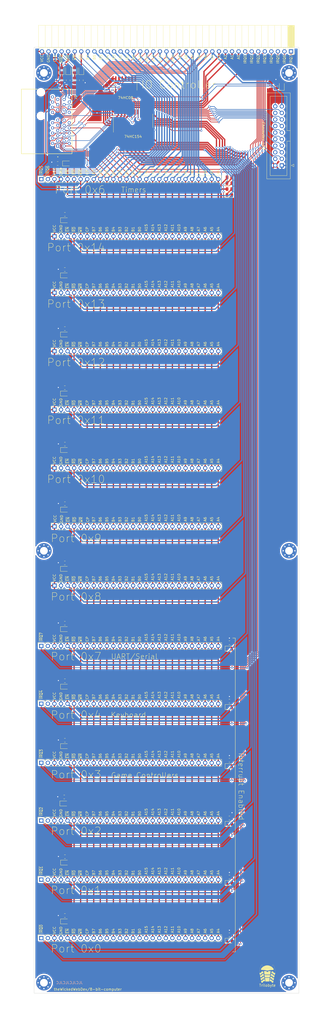
<source format=kicad_pcb>
(kicad_pcb (version 20211014) (generator pcbnew)
  (layers (0 "F.Cu" signal) (31 "B.Cu" signal) (34 "B.Paste" user) (35 "F.Paste" user) (36 "B.SilkS" user "B.Silkscreen") (37 "F.SilkS" user "F.Silkscreen") (38 "B.Mask" user) (39 "F.Mask" user) (44 "Edge.Cuts" user))
  (net 0 "")
  (net 1 "~{READ}")
  (net 2 "~{WRITE}")
  (net 3 "~{IO_REQUEST}")
  (net 4 "~{MEM_REQUEST}")
  (net 5 "CLOCK")
  (net 6 "GND")
  (net 7 "VCC")
  (net 8 "A13")
  (net 9 "A14")
  (net 10 "A15")
  (net 11 "A4")
  (net 12 "A3")
  (net 13 "A2")
  (net 14 "A1")
  (net 15 "A0")
  (net 16 "BUS0")
  (net 17 "BUS1")
  (net 18 "BUS2")
  (net 19 "BUS3")
  (net 20 "BUS4")
  (net 21 "BUS5")
  (net 22 "BUS6")
  (net 23 "BUS7")
  (net 24 "~{PORT0_EN}")
  (net 25 "~{PORT1_EN}")
  (net 26 "~{PORT2_EN}")
  (net 27 "~{PORT3_EN}")
  (net 28 "~{PORT4_EN}")
  (net 29 "~{PORT6_EN}")
  (net 30 "~{PORT7_EN}")
  (net 31 "~{PORT8_EN}")
  (net 32 "~{PORT9_EN}")
  (net 33 "~{PORT10_EN}")
  (net 34 "~{PORT11_EN}")
  (net 35 "~{PORT12_EN}")
  (net 36 "~{PORT13_EN}")
  (net 37 "~{PORT14_EN}")
  (net 38 "~{PORT15_EN}")
  (net 39 "Net-(U1-Pad3)")
  (net 42 "A5")
  (net 43 "A6")
  (net 44 "A7")
  (net 45 "A8")
  (net 46 "A9")
  (net 47 "A10")
  (net 48 "A11")
  (net 49 "A12")
  (net 50 "~{IRQ6}")
  (net 51 "~{IRQ1}")
  (net 52 "~{IRQ0}")
  (net 53 "~{IRQ2}")
  (net 54 "~{IRQ3}")
  (net 55 "~{IRQ4}")
  (net 56 "~{IRQ5}")
  (net 57 "~{IRQ7}")
  (net 59 "Net-(D1-Pad1)")
  (net 60 "Net-(D2-Pad1)")
  (net 61 "Net-(D3-Pad1)")
  (net 62 "Net-(D4-Pad1)")
  (net 63 "Net-(D5-Pad1)")
  (net 64 "Net-(D6-Pad1)")
  (net 65 "Net-(D7-Pad1)")
  (net 66 "Net-(D8-Pad1)")
  (net 67 "Net-(D9-Pad1)")
  (net 68 "Net-(D10-Pad1)")
  (net 69 "Net-(D11-Pad1)")
  (net 70 "Net-(D12-Pad1)")
  (net 71 "Net-(D13-Pad1)")
  (net 72 "Net-(D14-Pad1)")
  (net 73 "Net-(D15-Pad1)")
  (net 74 "Net-(D16-Pad1)")
  (net 75 "Net-(D17-Pad1)")
  (net 76 "Net-(D18-Pad1)")
  (net 77 "Net-(D19-Pad1)")
  (net 85 "Net-(D20-Pad1)")
  (net 86 "Net-(D21-Pad1)")
  (net 87 "Net-(D22-Pad1)")
  (net 88 "Net-(D23-Pad1)")
  (net 89 "Net-(D24-Pad1)")
  (net 90 "Net-(D25-Pad1)")
  (net 91 "Net-(D26-Pad1)")
  (net 92 "Net-(D27-Pad1)")
  (net 103 "Net-(J11-Pad20)")
  (footprint "LED_SMD:LED_0805_2012Metric" (layer "F.Cu") (at 124.827894 375.691477)
    (fp_text reference "D7" hide)
    (fp_text value "LED" hide)
  )
  (footprint "Resistor_SMD:R_0805_2012Metric" (layer "F.Cu") (at 124.827894 328.193477)
    (fp_text reference "R5" hide)
    (fp_text value "R_Small_US" hide)
  )
  (footprint "Resistor_SMD:R_0805_2012Metric" (layer "F.Cu") (at 61.088894 365.531477 180)
    (fp_text reference "R14" hide)
    (fp_text value "R_Small_US" hide)
  )
  (footprint "LIBRARY-8-bit-computer:SAMTEC_PCIE-036-02-X-D-RA" (layer "F.Cu") (at 54.03 81.05 -90)
    (fp_text reference "J9")
    (fp_text value "PCIE-036-02-X-D-RA")
  )
  (footprint "Resistor_SMD:R_0805_2012Metric" (layer "F.Cu") (at 61.053894 275.190977 180)
    (fp_text reference "R19" hide)
    (fp_text value "R_Small_US" hide)
  )
  (footprint "LED_SMD:LED_0805_2012Metric" (layer "F.Cu") (at 67.423894 61.239477 90)
    (fp_text reference "D12" hide)
    (fp_text value "LED" hide)
  )
  (footprint "Connector_PinSocket_2.54mm:PinSocket_1x26_P2.54mm_Vertical" (layer "F.Cu") (at 57.034894 215.163477 90)
    (fp_text reference "J12" hide)
    (fp_text value "Conn_01x26" hide)
  )
  (footprint "LED_SMD:LED_0805_2012Metric" (layer "F.Cu") (at 59.803894 61.239477 90)
    (fp_text reference "D9" hide)
    (fp_text value "LED" hide)
  )
  (footprint "LED_SMD:LED_0805_2012Metric" (layer "F.Cu") (at 124.827894 285.013477)
    (fp_text reference "D1" hide)
    (fp_text value "LED" hide)
  )
  (footprint "LED_SMD:LED_0805_2012Metric" (layer "F.Cu") (at 124.827894 104.927477)
    (fp_text reference "D3" hide)
    (fp_text value "LED" hide)
  )
  (footprint "Connector_PinSocket_2.54mm:PinSocket_1x28_P2.54mm_Vertical" (layer "F.Cu") (at 51.944894 103.378477 90)
    (fp_text reference "J5" hide)
    (fp_text value "Conn_01x28" hide)
  )
  (footprint "Connector_PinSocket_2.54mm:PinSocket_1x26_P2.54mm_Vertical" (layer "F.Cu") (at 57.034894 260.629477 90)
    (fp_text reference "J16" hide)
    (fp_text value "Conn_01x26" hide)
  )
  (footprint "Connector_PinSocket_2.54mm:PinSocket_1x26_P2.54mm_Vertical" (layer "F.Cu") (at 57.034894 169.951477 90)
    (fp_text reference "J6" hide)
    (fp_text value "Conn_01x26" hide)
  )
  (footprint "LED_SMD:LED_0805_2012Metric" (layer "F.Cu") (at 61.038894 277.476977)
    (fp_text reference "D19" hide)
    (fp_text value "LED" hide)
  )
  (footprint "LED_SMD:LED_0805_2012Metric" (layer "F.Cu") (at 62.343894 61.239477 90)
    (fp_text reference "D10" hide)
    (fp_text value "LED" hide)
  )
  (footprint "Connector_PinSocket_2.54mm:PinSocket_1x28_P2.54mm_Vertical" (layer "F.Cu") (at 51.929894 329.209477 90)
    (fp_text reference "J10" hide)
    (fp_text value "Conn_01x28" hide)
  )
  (footprint "Stephenv6:trilobyte-logo-small" (layer "F.Cu") (at 139.559894 403.123477)
    (fp_text reference "REF**" hide)
    (fp_text value "trilobyte-logo-small" hide)
  )
  (footprint "Resistor_SMD:R_0805_2012Metric" (layer "F.Cu") (at 124.827894 305.333477)
    (fp_text reference "R4" hide)
    (fp_text value "R_Small_US" hide)
  )
  (footprint "Package_SO:SOIC-14_3.9x8.7mm_P1.27mm" (layer "F.Cu") (at 84.582 67.056 90)
    (fp_text reference "U1" hide)
    (fp_text value "74LS08" hide)
  )
  (footprint "LED_SMD:LED_0805_2012Metric" (layer "F.Cu") (at 61.033894 254.160977)
    (fp_text reference "D20" hide)
    (fp_text value "LED" hide)
  )
  (footprint "LED_SMD:LED_0805_2012Metric" (layer "F.Cu") (at 61.058894 208.186977)
    (fp_text reference "D22" hide)
    (fp_text value "LED" hide)
  )
  (footprint "Resistor_SMD:R_0805_2012Metric" (layer "F.Cu") (at 60.819894 342.417477 180)
    (fp_text reference "R15" hide)
    (fp_text value "R_Small_US" hide)
  )
  (footprint "MountingHole:MountingHole_3mm_Pad_Via" (layer "F.Cu") (at 147.941894 62.255477)
    (fp_text reference "REF**" hide)
    (fp_text value "MountingHole_3mm_Pad_Via" hide)
  )
  (footprint "Resistor_SMD:R_0805_2012Metric" (layer "F.Cu") (at 61.073894 117.000977 180)
    (fp_text reference "R26" hide)
    (fp_text value "R_Small_US" hide)
  )
  (footprint "MountingHole:MountingHole_3mm_Pad_Via" (layer "F.Cu") (at 52.945894 62.255477)
    (fp_text reference "REF**" hide)
    (fp_text value "MountingHole_3mm_Pad_Via" hide)
  )
  (footprint "LED_SMD:LED_0805_2012Metric" (layer "F.Cu") (at 124.827894 398.043477)
    (fp_text reference "D8" hide)
    (fp_text value "LED" hide)
  )
  (footprint "Connector_PinSocket_2.54mm:PinSocket_1x28_P2.54mm_Vertical" (layer "F.Cu") (at 51.929894 351.561477 90)
    (fp_text reference "J13" hide)
    (fp_text value "Conn_01x28" hide)
  )
  (footprint "Connector_IDC:IDC-Header_2x10_P2.54mm_Vertical" (layer "F.Cu") (at 145.138394 98.069477 180)
    (fp_text reference "J11" hide)
    (fp_text value "Conn_02x20_Odd_Even" hide)
  )
  (footprint "LED_SMD:LED_0805_2012Metric" (layer "F.Cu") (at 124.827894 352.831477)
    (fp_text reference "D6" hide)
    (fp_text value "LED" hide)
  )
  (footprint "Connector_PinSocket_2.54mm:PinSocket_1x28_P2.54mm_Vertical" (layer "F.Cu") (at 51.929894 374.421477 90)
    (fp_text reference "J15" hide)
    (fp_text value "Conn_01x28" hide)
  )
  (footprint "Resistor_SMD:R_0805_2012Metric" (layer "F.Cu") (at 58.279894 97.307477 180)
    (fp_text reference "R18" hide)
    (fp_text value "R_Small_US" hide)
  )
  (footprint "Resistor_SMD:R_0805_2012Metric" (layer "F.Cu") (at 64.883894 65.127977 -90)
    (fp_text reference "R11" hide)
    (fp_text value "R_Small_US" hide)
  )
  (footprint "LED_SMD:LED_0805_2012Metric" (layer "F.Cu") (at 61.058894 119.286977)
    (fp_text reference "D26" hide)
    (fp_text value "LED" hide)
  )
  (footprint "Resistor_SMD:R_0805_2012Metric" (layer "F.Cu") (at 124.827894 395.757477)
    (fp_text reference "R8" hide)
    (fp_text value "R_Small_US" hide)
  )
  (footprint "LED_SMD:LED_0805_2012Metric" (layer "F.Cu") (at 61.033894 140.622977)
    (fp_text reference "D25" hide)
    (fp_text value "LED" hide)
  )
  (footprint "Connector_PinSocket_2.54mm:PinSocket_1x39_P2.54mm_Horizontal" (layer "F.Cu") (at 148.703894 53.955477 -90)
    (fp_text reference "J3" hide)
    (fp_text value "Conn_01x39" hide)
  )
  (footprint "MountingHole:MountingHole_3mm_Pad_Via" (layer "F.Cu") (at 147.941894 414.299477)
    (fp_text reference "REF**" hide)
    (fp_text value "MountingHole_3mm_Pad_Via" hide)
  )
  (footprint "LED_SMD:LED_0805_2012Metric" (layer "F.Cu") (at 61.835894 97.307477)
    (fp_text reference "D18" hide)
    (fp_text value "LED" hide)
  )
  (footprint "LED_SMD:LED_0805_2012Metric" (layer "F.Cu") (at 61.048894 163.497977)
    (fp_text reference "D24" hide)
    (fp_text value "LED" hide)
  )
  (footprint "MountingHole:MountingHole_3mm_Pad_Via" (layer "F.Cu") (at 52.945894 247.167477)
    (fp_text reference "REF**" hide)
    (fp_text value "MountingHole_3mm_Pad_Via" hide)
  )
  (footprint "Resistor_SMD:R_0805_2012Metric" (layer "F.Cu") (at 142.861894 67.335477 90)
    (fp_text reference "R27" hide)
    (fp_text value "R_Small_US" hide)
  )
  (footprint "LED_SMD:LED_0805_2012Metric" (layer "F.Cu") (at 61.058894 231.248977)
    (fp_text reference "D21" hide)
    (fp_text value "LED" hide)
  )
  (footprint "LED_SMD:LED_0805_2012Metric" (layer "F.Cu") (at 61.058894 322.765977)
    (fp_text reference "D16" hide)
    (fp_text value "LED" hide)
  )
  (footprint "Resistor_SMD:R_0805_2012Metric" (layer "F.Cu") (at 61.048894 138.336977 180)
    (fp_text reference "R25" hide)
    (fp_text value "R_Small_US" hide)
  )
  (footprint "Resistor_SMD:R_0805_2012Metric" (layer "F.Cu") (at 59.803894 65.127977 -90)
    (fp_text reference "R9" hide)
    (fp_text value "R_Small_US" hide)
  )
  (footprint "Resistor_SMD:R_0805_2012Metric" (layer "F.Cu") (at 124.827894 102.641477 180)
    (fp_text reference "R3" hide)
    (fp_text value "R_Small_US" hide)
  )
  (footprint "Connector_PinSocket_2.54mm:PinSocket_1x28_P2.54mm_Vertical" (layer "F.Cu") (at 51.929894 306.349477 90)
    (fp_text reference "J7" hide)
    (fp_text value "Conn_01x28" hide)
  )
  (footprint "Connector_PinSocket_2.54mm:PinSocket_1x28_P2.54mm_Vertical" (layer "F.Cu") (at 51.929894 397.027477 90)
    (fp_text reference "J17" hide)
    (fp_text value "Conn_01x28" hide)
  )
  (footprint "Connector_PinSocket_2.54mm:PinSocket_1x26_P2.54mm_Vertical" (layer "F.Cu") (at 57.034894 125.501477 90)
    (fp_text reference "J1" hide)
    (fp_text value "Conn_01x26" hide)
  )
  (footprint "LED_SMD:LED_0805_2012Metric" (layer "F.Cu") (at 61.033894 186.342977)
    (fp_text reference "D23" hide)
    (fp_text value "LED" hide)
  )
  (footprint "Package_SO:SO-24_5.3x15mm_P1.27mm" (layer "F.Cu") (at 87.489894 80.797477 90)
    (fp_text reference "U2" hide)
    (fp_text value "74LS154" hide)
  )
  (footprint "LED_SMD:LED_0805_2012Metric" (layer "F.Cu") (at 61.058894 390.583977)
    (fp_text reference "D13" hide)
    (fp_text value "LED" hide)
  )
  (footprint "LED_SMD:LED_0805_2012Metric" (layer "F.Cu") (at 145.147894 67.335477 90)
    (fp_text reference "D27" hide)
    (fp_text value "LED" hide)
  )
  (footprint "LED_SMD:LED_0805_2012Metric" (layer "F.Cu") (at 61.058894 299.745477)
    (fp_text reference "D17" hide)
    (fp_text value "LED" hide)
  )
  (footprint "LED_SMD:LED_0805_2012Metric" (layer "F.Cu") (at 61.073894 367.817477)
    (fp_text reference "D14" hide)
    (fp_text value "LED" hide)
  )
  (footprint "MountingHole:MountingHole_3mm_Pad_Via" (layer "F.Cu") (at 147.941894 247.167477)
    (fp_text reference "REF**" hide)
    (fp_text value "MountingHole_3mm_Pad_Via" hide)
  )
  (footprint "Resistor_SMD:R_0805_2012Metric" (layer "F.Cu") (at 61.063894 161.211977 180)
    (fp_text reference "R24" hide)
    (fp_text value "R_Small_US" hide)
  )
  (footprint "Resistor_SMD:R_0805_2012Metric" (layer "F.Cu") (at 62.343894 65.127977 -90)
    (fp_text reference "R10" hide)
    (fp_text value "R_Small_US" hide)
  )
  (footprint "Resistor_SMD:R_0805_2012Metric" (layer "F.Cu") (at 124.827894 107.213477 180)
    (fp_text reference "R2" hide)
    (fp_text value "R_Small_US" hide)
  )
  (footprint "Resistor_SMD:R_0805_2012Metric" (layer "F.Cu") (at 67.423894 65.127977 -90)
    (fp_text reference "R12" hide)
    (fp_text value "R_Small_US" hide)
  )
  (footprint "Connector_PinSocket_2.54mm:PinSocket_1x26_P2.54mm_Vertical" (layer "F.Cu") (at 57.034894 237.769477 90)
    (fp_text reference "J14" hide)
    (fp_text value "Conn_01x26" hide)
  )
  (footprint "MountingHole:MountingHole_3mm_Pad_Via" (layer "F.Cu") (at 52.945894 414.299477)
    (fp_text reference "REF**" hide)
    (fp_text value "MountingHole_3mm_Pad_Via" hide)
  )
  (footprint "Resistor_SMD:R_0805_2012Metric" (layer "F.Cu") (at 61.073894 205.900977 180)
    (fp_text reference "R22" hide)
    (fp_text value "R_Small_US" hide)
  )
  (footprint "Connector_PinSocket_2.54mm:PinSocket_1x26_P2.54mm_Vertical" (layer "F.Cu") (at 57.034894 147.320477 90)
    (fp_text reference "J4" hide)
    (fp_text value "Conn_01x26" hide)
  )
  (footprint "Resistor_SMD:R_0805_2012Metric" (layer "F.Cu") (at 124.827894 373.405477)
    (fp_text reference "R7" hide)
    (fp_text value "R_Small_US" hide)
  )
  (footprint "LED_SMD:LED_0805_2012Metric" (layer "F.Cu") (at 60.804894 344.957477)
    (fp_text reference "D15" hide)
    (fp_text value "LED" hide)
  )
  (footprint "LED_SMD:LED_0805_2012Metric" (layer "F.Cu") (at 64.883894 61.239477 90)
    (fp_text reference "D11" hide)
    (fp_text value "LED" hide)
  )
  (footprint "LED_SMD:LED_0805_2012Metric" (layer "F.Cu") (at 124.827894 330.479477)
    (fp_text reference "D5" hide)
    (fp_text value "LED" hide)
  )
  (footprint "Connector_PinSocket_2.54mm:PinSocket_1x28_P2.54mm_Vertical" (layer "F.Cu") (at 51.929894 283.997477 90)
    (fp_text reference "J2" hide)
    (fp_text value "Conn_01x28" hide)
  )
  (footprint "Connector_PinSocket_2.54mm:PinSocket_1x26_P2.54mm_Vertical" (layer "F.Cu") (at 57.034894 192.557477 90)
    (fp_text reference "J8" hide)
    (fp_text value "Conn_01x26" hide)
  )
  (footprint "Resistor_SMD:R_0805_2012Metric" (layer "F.Cu") (at 61.048894 251.874977 180)
    (fp_text reference "R20" hide)
    (fp_text value "R_Small_US" hide)
  )
  (footprint "Resistor_SMD:R_0805_2012Metric" (layer "F.Cu") (at 124.827894 282.727477)
    (fp_text reference "R1" hide)
    (fp_text value "R_Small_US" hide)
  )
  (footprint "Resistor_SMD:R_0805_2012Metric" (layer "F.Cu") (at 124.827894 350.545477)
    (fp_text reference "R6" hide)
    (fp_text value "R_Small_US" hide)
  )
  (footprint "Resistor_SMD:R_0805_2012Metric" (layer "F.Cu") (at 61.073894 228.962977 180)
    (fp_text reference "R21" hide)
    (fp_text value "R_Small_US" hide)
  )
  (footprint "Resistor_SMD:R_0805_2012Metric" (layer "F.Cu") (at 61.073894 388.297977 180)
    (fp_text reference "R13" hide)
    (fp_text value "R_Small_US" hide)
  )
  (footprint "Resistor_SMD:R_0805_2012Metric" (layer "F.Cu") (at 61.073894 297.459477 180)
    (fp_text reference "R17" hide)
    (fp_text value "R_Small_US" hide)
  )
  (footprint "LED_SMD:LED_0805_2012Metric" (layer "F.Cu") (at 124.827894 307.619477)
    (fp_text reference "D4" hide)
    (fp_text value "LED" hide)
  )
  (footprint "LED_SMD:LED_0805_2012Metric" (layer "F.Cu") (at 124.827894 109.499477)
    (fp_text reference "D2" hide)
    (fp_text value "LED" hide)
  )
  (footprint "Resistor_SMD:R_0805_2012Metric" (layer "F.Cu") (at 61.048894 184.056977 180)
    (fp_text reference "R23" hide)
    (fp_text value "R_Small_US" hide)
  )
  (footprint "Resistor_SMD:R_0805_2012Metric" (layer "F.Cu") (at 61.073894 320.479977 180)
    (fp_text reference "R16" hide)
    (fp_text value "R_Small_US" hide)
  )
  (gr_line (start 126.097894 402.361477) (end 127.113894 402.361477) (layer "F.SilkS") (width 0.15))
  (gr_line (start 127.113894 280.949477) (end 127.113894 402.361477) (layer "F.SilkS") (width 0.15))
  (gr_line (start 126.097894 280.949477) (end 127.113894 280.949477) (layer "F.SilkS") (width 0.15))
  (gr_rect (start 49.135894 52.349477) (end 151.751894 418.363477) (layer "Edge.Cuts") (width 0.1) (fill none))
  (gr_text "JLCJLCJLCJLC" (at 62.851894 414.299477) (layer "B.SilkS") (effects (font (size 1 1)) (justify mirror)))
  (gr_text "CP" (at 69.709894 121.691477 90) (layer "F.SilkS") (effects (font (size 1 1)) (justify right)))
  (gr_text "A10" (at 105.269894 255.803477 90) (layer "F.SilkS") (effects (font (size 1 1)) (justify right)))
  (gr_text "A9" (at 107.809894 166.141477 90) (layer "F.SilkS") (effects (font (size 1 1)) (justify right)))
  (gr_text "A14" (at 95.109894 392.201477 90) (layer "F.SilkS") (effects (font (size 1 1)) (justify right)))
  (gr_text "A12" (at 100.189894 279.171477 90) (layer "F.SilkS") (effects (font (size 1 1)) (justify right)))
  (gr_text "A9" (at 105.523894 55.143477 90) (layer "F.SilkS") (effects (font (size 1 1)) (justify right)))
  (gr_text "A14" (at 95.109894 210.337477 90) (layer "F.SilkS") (effects (font (size 1 1)) (justify right)))
  (gr_text "A14" (at 95.109894 187.731477 90) (layer "F.SilkS") (effects (font (size 1 1)) (justify right)))
  (gr_text "A7" (at 112.889894 211.353477 90) (layer "F.SilkS") (effects (font (size 1 1)) (justify right)))
  (gr_text "B7" (at 72.249894 325.399477 90) (layer "F.SilkS") (effects (font (size 1 1)) (justify right)))
  (gr_text "A4" (at 120.509894 166.141477 90) (layer "F.SilkS") (effects (font (size 1 1)) (justify right)))
  (gr_text "CP" (at 69.963894 233.959477 90) (layer "F.SilkS") (effects (font (size 1 1)) (justify right)))
  (gr_text "Port 0x14" (at 65.391894 129.819477) (layer "F.SilkS") (effects (font (size 3 3))))
  (gr_text "GND" (at 59.549894 165.379477 90) (layer "F.SilkS") (effects (font (size 1 1)) (justify right)))
  (gr_text "A11" (at 102.729894 142.519477 90) (layer "F.SilkS") (effects (font (size 1 1)) (justify right)))
  (gr_text "A13" (at 95.363894 55.143477 90) (layer "F.SilkS") (effects (font (size 1 1)) (justify right)))
  (gr_text "A9" (at 107.809894 99.593477 90) (layer "F.SilkS") (effects (font (size 1 1)) (justify right)))
  (gr_text "A15" (at 92.569894 324.383477 90) (layer "F.SilkS") (effects (font (size 1 1)) (justify right)))
  (gr_text "A14" (at 95.109894 369.595477 90) (layer "F.SilkS") (effects (font (size 1 1)) (justify right)))
  (gr_text "Port 0x1" (at 65.391894 378.485477) (layer "F.SilkS") (effects (font (size 3 3))))
  (gr_text "A15" (at 92.569894 346.735477 90) (layer "F.SilkS") (effects (font (size 1 1)) (justify right)))
  (gr_text "B3" (at 82.409894 302.539477 90) (layer "F.SilkS") (effects (font (size 1 1)) (justify right)))
  (gr_text "~{WR}" (at 67.169894 188.747477 90) (layer "F.SilkS") (effects (font (size 1 1)) (justify right)))
  (gr_text "A15" (at 92.569894 369.595477 90) (layer "F.SilkS") (effects (font (size 1 1)) (justify right)))
  (gr_text "B2" (at 84.949894 188.747477 90) (layer "F.SilkS") (effects (font (size 1 1)) (justify right)))
  (gr_text "A14" (at 95.109894 255.803477 90) (layer "F.SilkS") (effects (font (size 1 1)) (justify right)))
  (gr_text "A3" (at 120.763894 55.143477 90) (layer "F.SilkS") (effects (font (size 1 1)) (justify right)))
  (gr_text "~{EN}" (at 62.089894 325.399477 90) (layer "F.SilkS") (effects (font (size 1 1)) (justify right)))
  (gr_text "CP" (at 69.709894 393.217477 90) (layer "F.SilkS") (effects (font (size 1 1)) (justify right)))
  (gr_text "A4" (at 120.509894 370.611477 90) (layer "F.SilkS") (effects (font (size 1 1)) (justify right)))
  (gr_text "A15" (at 92.569894 232.943477 90) (layer "F.SilkS") (effects (font (size 1 1)) (justify right)))
  (gr_text "A11" (at 100.443894 55.143477 90) (layer "F.SilkS") (effects (font (size 1 1)) (justify right)))
  (gr_text "B5" (at 77.329894 99.593477 90) (layer "F.SilkS") (effects (font (size 1 1)) (justify right)))
  (gr_text "B6" (at 74.789894 121.691477 90) (layer "F.SilkS") (effects (font (size 1 1)) (justify right)))
  (gr_text "B4" (at 79.869894 325.399477 90) (layer "F.SilkS") (effects (font (size 1 1)) (justify right)))
  (gr_text "A12" (at 100.189894 346.735477 90) (layer "F.SilkS") (effects (font (size 1 1)) (justify right)))
  (gr_text "A9" (at 107.809894 347.751477 90) (layer "F.SilkS") (effects (font (size 1 1)) (justify right)))
  (gr_text "A4" (at 120.509894 347.751477 90) (layer "F.SilkS") (effects (font (size 1 1)) (justify right)))
  (gr_text "theWickedWebDev/8-bit-computer" (at 83.171894 416.839477) (layer "F.SilkS") (effects (font (size 1 1)) (justify right)))
  (gr_text "~{RD}" (at 64.883894 233.959477 90) (layer "F.SilkS") (effects (font (size 1 1)) (justify right)))
  (gr_text "GND" (at 59.549894 142.773477 90) (layer "F.SilkS") (effects (font (size 1 1)) (justify right)))
  (gr_text "B7" (at 72.249894 370.611477 90) (layer "F.SilkS") (effects (font (size 1 1)) (justify right)))
  (gr_text "A10" (at 105.269894 120.675477 90) (layer "F.SilkS") (effects (font (size 1 1)) (justify right)))
  (gr_text "A6" (at 115.429894 211.353477 90) (layer "F.SilkS") (effects (font (size 1 1)) (justify right)))
  (gr_text "IRQ1" (at 133.463894 55.143477 90) (layer "F.SilkS") (effects (font (size 1 1)) (justify right)))
  (gr_text "CP" (at 69.709894 347.751477 90) (layer "F.SilkS") (effects (font (size 1 1)) (justify right)))
  (gr_text "A7" (at 112.889894 233.959477 90) (layer "F.SilkS") (effects (font (size 1 1)) (justify right)))
  (gr_text "A15" (at 92.569894 187.731477 90) (layer "F.SilkS") (effects (font (size 1 1)) (justify right)))
  (gr_text "A8" (at 110.349894 393.217477 90) (layer "F.SilkS") (effects (font (size 1 1)) (justify right)))
  (gr_text "Port 0x12" (at 65.391894 174.269477) (layer "F.SilkS") (effects (font (size 3 3))))
  (gr_text "B1" (at 87.489894 121.691477 90) (layer "F.SilkS") (effects (font (size 1 1)) (justify right)))
  (gr_text "~{EN}" (at 62.089894 121.691477 90) (layer "F.SilkS") (effects (font (size 1 1)) (justify right)))
  (gr_text "A13" (at 97.649894 142.519477 90) (layer "F.SilkS") (effects (font (size 1 1)) (justify right)))
  (gr_text "B3" (at 82.409894 121.691477 90) (layer "F.SilkS") (effects (font (size 1 1)) (justify right)))
  (gr_text "~{WR}" (at 67.169894 393.217477 90) (layer "F.SilkS") (effects (font (size 1 1)) (justify right)))
  (gr_text "VCC" (at 57.009894 256.057477 90) (layer "F.SilkS") (effects (font (size 1 1)) (justify right)))
  (gr_text "B7" (at 69.963894 55.143477 90) (layer "F.SilkS") (effects (font (size 1 1)) (justify right)))
  (gr_text "A6" (at 115.429894 256.819477 90) (layer "F.SilkS") (effects (font (size 1 1)) (justify right)))
  (gr_text "A5" (at 117.969894 347.751477 90) (layer "F.SilkS") (effects (font (size 1 1)) (justify right)))
  (gr_text "~{WR}" (at 67.169894 256.819477 90) (layer "F.SilkS") (effects (font (size 1 1)) (justify right)))
  (gr_text "B5" (at 77.329894 211.353477 90) (layer "F.SilkS") (effects (font (size 1 1)) (justify right)))
  (gr_text "~{EN}" (at 62.089894 393.217477 90) (layer "F.SilkS") (effects (font (size 1 1)) (justify right)))
  (gr_text "Keyboard" (at 85.711894 310.667477) (layer "F.SilkS") (effects (font (size 2 2))))
  (gr_text "A2" (at 123.303894 55.143477 90) (layer "F.SilkS") (effects (font (size 1 1)) (justify right)))
  (gr_text "~{RD}" (at 64.629894 121.691477 90) (layer "F.SilkS") (effects (font (size 1 1)) (justify right)))
  (gr_text "A10" (at 105.269894 369.595477 90) (layer "F.SilkS") (effects (font (size 1 1)) (justify right)))
  (gr_text "A9" (at 107.809894 280.187477 90) (layer "F.SilkS") (effects (font (size 1 1)) (justify right)))
  (gr_text "A5" (at 117.969894 99.593477 90) (layer "F.SilkS") (effects (font (size 1 1)) (justify right)))
  (gr_text "A7" (at 112.889894 143.535477 90) (layer "F.SilkS") (effects (font (size 1 1)) (justify right)))
  (gr_text "A5" (at 117.969894 211.353477 90) (layer "F.SilkS") (effects (font (size 1 1)) (justify right)))
  (gr_text "B7" (at 72.249894 233.959477 90) (layer "F.SilkS") (effects (font (size 1 1)) (justify right)))
  (gr_text "B2" (at 84.949894 302.539477 90) (layer "F.SilkS") (effects (font (size 1 1)) (justify right)))
  (gr_text "A9" (at 107.809894 256.819477 90) (layer "F.SilkS") (effects (font (size 1 1)) (justify right)))
  (gr_text "A1" (at 125.843894 55.143477 90) (layer "F.SilkS") (effects (font (size 1 1)) (justify right)))
  (gr_text "B6" (at 74.789894 393.217477 90) (layer "F.SilkS") (effects (font (size 1 1)) (justify right)))
  (gr_text "A8" (at 110.349894 121.691477 90) (layer "F.SilkS") (effects (font (size 1 1)) (justify right)))
  (gr_text "VCC" (at 57.009894 301.777477 90) (layer "F.SilkS") (effects (font (size 1 1)) (justify right)))
  (gr_text "B3" (at 82.409894 233.959477 90) (layer "F.SilkS") (effects (font (size 1 1)) (justify right)))
  (gr_text "VCC" (at 57.009894 187.985477 90) (layer "F.SilkS") (effects (font (size 1 1)) (justify right)))
  (gr_text "VCC" (at 57.009894 165.379477 90) (layer "F.SilkS") (effects (font (size 1 1)) (justify right)))
  (gr_text "A12" (at 100.189894 324.383477 90) (layer "F.SilkS") (effects (font (size 1 1)) (justify right)))
  (gr_text "~{EN}" (at 62.089894 302.539477 90) (layer "F.SilkS") (effects (font (size 1 1)) (justify right)))
  (gr_text "B2" (at 84.949894 233.959477 90) (layer "F.SilkS") (effects (font (size 1 1)) (justify right)))
  (gr_text "A5" (at 117.969894 233.959477 90) (layer "F.SilkS") (effects (font (size 1 1)) (justify right)))
  (gr_text "B7" (at 72.249894 121.691477 90) (layer "F.SilkS") (effects (font (size 1 1)) (justify right)))
  (gr_text "A12" (at 100.189894 210.337477 90) (layer "F.SilkS") (effects (font (size 1 1)) (justify right)))
  (gr_text "B4" (at 79.869894 302.539477 90) (layer "F.SilkS") (effects (font (size 1 1)) (justify right)))
  (gr_text "IRQ6" (at 146.163894 55.143477 90) (layer "F.SilkS") (effects (font (size 1 1)) (justify right)))
  (gr_text "A12" (at 100.189894 142.519477 90) (layer "F.SilkS") (effects (font (size 1 1)) (justify right)))
  (gr_text "Port 0x4" (at 65.391894 310.667477) (layer "F.SilkS") (effects (font (size 3 3))))
  (gr_text "A15" (at 92.569894 210.337477 90) (layer "F.SilkS") (effects (font (size 1 1)) (justify right)))
  (gr_text "B7" (at 72.249894 143.535477 90) (layer "F.SilkS") (effects (font (size 1 1)) (justify right)))
  (gr_text "B6" (at 74.789894 211.353477 90) (layer "F.SilkS") (effects (font (size 1 1)) (justify right)))
  (gr_text "A6" (at 115.429894 347.751477 90) (layer "F.SilkS") (effects (font (size 1 1)) (justify right)))
  (gr_text "~{WR}" (at 67.169894 166.141477 90) (layer "F.SilkS") (effects (font (size 1 1)) (justify right)))
  (gr_text "A15" (at 92.569894 98.577477 90) (layer "F.SilkS") (effects (font (size 1 1)) (justify right)))
  (gr_text "A6" (at 115.429894 233.959477 90) (layer "F.SilkS") (effects (font (size 1 1)) (justify right)))
  (gr_text "A4" (at 120.509894 188.747477 90) (layer "F.SilkS") (effects (font (size 1 1)) (justify right)))
  (gr_text "~{EN}" (at 62.089894 280.187477 90) (layer "F.SilkS") (effects (font (size 1 1)) (justify right)))
  (gr_text "A15" (at 92.569894 255.803477 90) (layer "F.SilkS") (effects (font (size 1 1)) (justify right)))
  (gr_text "~{WR}" (at 67.169894 121.691477 90) (layer "F.SilkS") (effects (font (size 1 1)) (justify right)))
  (gr_text "A14" (at 95.109894 120.675477 90) (layer "F.SilkS") (effects (font (size 1 1)) (justify right)))
  (gr_text "B4" (at 79.869894 233.959477 90) (layer "F.SilkS") (effects (font (size 1 1)) (justify right)))
  (gr_text "B1" (at 87.489894 325.399477 90) (layer "F.SilkS") (effects (font (size 1 1)) (justify right)))
  (gr_text "GND" (at 59.549894 98.831477 90) (layer "F.SilkS") (effects (font (size 1 1)) (justify right)))
  (gr_text "B2" (at 82.663894 55.143477 90) (layer "F.SilkS") (effects (font (size 1 1)) (justify right)))
  (gr_text "B6" (at 74.789894 188.747477 90) (layer "F.SilkS") (effects (font (size 1 1)) (justify right)))
  (gr_text "B3" (at 82.409894 143.535477 90) (layer "F.SilkS") (effects (font (size 1 1)) (justify right)))
  (gr_text "A4" (at 118.223894 55.143477 90) (layer "F.SilkS") (effects (font (size 1 1)) (justify right)))
  (gr_text "GND" (at 54.723894 55.143477 90) (layer "F.SilkS") (effects (font (size 1 1)) (justify right)))
  (gr_text "~{RD}" (at 67.423894 55.143477 90) (layer "F.SilkS") (effects (font (size 1 1)) (justify right)))
  (gr_text "~{WR}" (at 64.883894 55.143477 90) (layer "F.SilkS") (effects (font (size 1 1)) (justify right)))
  (gr_text "B6" (at 74.789894 143.535477 90) (layer "F.SilkS") (effects (font (size 1 1)) (justify right)))
  (gr_text "A10" (at 102.983894 55.143477 90) (layer "F.SilkS") (effects (font (size 1 1)) (justify right)))
  (gr_text "VCC" (at 57.009894 324.637477 90) (layer "F.SilkS") (effects (font (size 1 1)) (justify right)))
  (gr_text "~{WR}" (at 67.169894 302.539477 90) (layer "F.SilkS") (effects (font (size 1 1)) (justify right)))
  (gr_text "~{RD}" (at 64.629894 143.535477 90) (layer "F.SilkS") (effects (font (size 1 1)) (justify right)))
  (gr_text "B6" (at 74.789894 99.593477 90) (layer "F.SilkS") (effects (font (size 1 1)) (justify right)))
  (gr_text "A8" (at 110.349894 256.819477 90) (layer "F.SilkS") (effects (font (size 1 1)) (justify right)))
  (gr_text "GND" (at 59.549894 369.849477 90) (layer "F.SilkS") (effects (font (size 1 1)) (justify right)))
  (gr_text "~{RD}" (at 64.629894 166.141477 90) (layer "F.SilkS") (effects (font (size 1 1)) (justify right)))
  (gr_text "A15" (at 92.569894 142.519477 90) (layer "F.SilkS") (effects (font (size 1 1)) (justify right)))
  (gr_text "A15" (at 92.569894 392.201477 90) (layer "F.SilkS") (effects (font (size 1 1)) (justify right)))
  (gr_text "UART/Serial" (at 87.997894 288.061477) (layer "F.SilkS") (effects (font (size 2 2))))
  (gr_text "GND" (at 59.549894 324.637477 90) (layer "F.SilkS") (effects (font (size 1 1)) (justify right)))
  (gr_text "A8" (at 110.349894 302.539477 90) (layer "F.SilkS") (effects (font (size 1 1)) (justify right)))
  (gr_text "A5" (at 117.969894 325.399477 90) (layer "F.SilkS") (effects (font (size 1 1)) (justify right)))
  (gr_text "A13" (at 97.649894 210.337477 90) (layer "F.SilkS") (effects (font (size 1 1)) (justify right)))
  (gr_text "A14" (at 95.109894 98.577477 90) (layer "F.SilkS") (effects (font (size 1 1)) (justify right)))
  (gr_text "~{IRQ2}" (at 51.929894 346.227477 90) (layer "F.SilkS") (effects (font (size 1 1)) (justify right)))
  (gr_text "A11" (at 102.729894 324.383477 90) (layer "F.SilkS") (effects (font (size 1 1)) (justify right)))
  (gr_text "Game Controllers" (at 92.061894 334.035477) (layer "F.SilkS") (effects (font (size 2 2))))
  (gr_text "A11" (at 102.729894 210.337477 90) (layer "F.SilkS") (effects (font (size 1 1)) (justify right)))
  (gr_text "~{EN}" (at 62.089894 370.611477 90) (layer "F.SilkS") (effects (font (size 1 1)) (justify right)))
  (gr_text "A10" (at 105.269894 232.943477 90) (layer "F.SilkS") (effects (font (size 1 1)) (justify right)))
  (gr_text "A5" (at 117.969894 166.141477 90) (layer "F.SilkS") (effects (font (size 1 1)) (justify right)))
  (gr_text "A10" (at 105.269894 324.383477 90) (layer "F.SilkS") (effects (font (size 1 1)) (justify right)))
  (gr_text "A6" (at 115.429894 188.747477 90) (layer "F.SilkS") (effects (font (size 1 1)) (justify right)))
  (gr_text "GND" (at 59.803894 233.197477 90) (layer "F.SilkS") (effects (font (size 1 1)) (justify right)))
  (gr_text "B2" (at 84.949894 99.593477 90) (layer "F.SilkS") (effects (font (size 1 1)) (justify right)))
  (gr_text "A7" (at 112.889894 393.217477 90) (layer "F.SilkS") (effects (font (size 1 1)) (justify right)))
  (gr_text "B7" (at 72.249894 99.593477 90) (layer "F.SilkS") (effects (font (size 1 1)) (justify right)))
  (gr_text "A11" (at 102.729894 98.577477 90) (layer "F.SilkS") (effects (font (size 1 1)) (justify right)))
  (gr_text "A12" (at 100.189894 165.125477 90) (layer "F.SilkS") (effects (font (size 1 1)) (justify right)))
  (gr_text "A4" (at 120.509894 121.691477 90) (layer "F.SilkS") (effects (font (size 1 1)) (justify right)))
  (gr_text "A4" (at 120.509894 99.593477 90) (layer "F.SilkS") (effects (font (size 1 1)) (justify right)))
  (gr_text "~{IRQ7}" (at 51.929894 278.663477 90) (layer "F.SilkS") (effects (font (size 1 1)) (justify right)))
  (gr_text "VCC" (at 57.009894 392.455477 90) (layer "F.SilkS") (effects (font (size 1 1)) (justify right)))
  (gr_text "~{WR}" (at 67.423894 233.959477 90) (layer "F.SilkS") (effects (font (size 1 1)) (justify right)))
  (gr_text "~{RD}" (at 64.629894 256.819477 90) (layer "F.SilkS") (effects (font (size 1 1)) (justify right)))
  (gr_text "VCC" (at 57.009894 346.989477 90) (layer "F.SilkS") (effects (font (size 1 1)) (justify right)))
  (gr_text "Port 0x8" (at 65.391894 264.947477) (layer "F.SilkS") (effects (font (size 3 3))))
  (gr_text "A7" (at 112.889894 166.141477 90) (layer "F.SilkS") (effects (font (size 1 1)) (justify right)))
  (gr_text "~{RD}" (at 64.629894 393.217477 90) (layer "F.SilkS") (effects (font (size 1 1)) (justify right)))
  (gr_text "A9" (at 107.809894 211.353477 90) (layer "F.SilkS") (effects (font (size 1 1)) (justify right)))
  (gr_text "CP" (at 69.709894 280.187477 90) (layer "F.SilkS") (effects (font (size 1 1)) (justify right)))
  (gr_text "B6" (at 72.503894 55.143477 90) (layer "F.SilkS") (effects (font (size 1 1)) (justify right)))
  (gr_text "GND" (at 59.549894 392.455477 90) (layer "F.SilkS") (effects (font (size 1 1)) (justify right)))
  (gr_text "A8" (at 110.349894 143.535477 90) (layer "F.SilkS") (effects (font (size 1 1)) (justify right)))
  (gr_text "B1" (at 85.203894 55.143477 90) (layer "F.SilkS") (effects (font (size 1 1)) (justify right)))
  (gr_text "Port 0x2" (at 65.391894 355.625477) (layer "F.SilkS") (effects (font (size 3 3))))
  (gr_text "B1" (at 87.489894 256.819477 90) (layer "F.SilkS") (effects (font (size 1 1)) (justify right)))
  (gr_text "A10" (at 105.269894 142.519477 90) (layer "F.SilkS") (effects (font (size 1 1)) (justify right)))
  (gr_text "~{IOR}" (at 62.343894 55.143477 90) (layer "F.SilkS") (effects (font (size 1 1)) (justify right)))
  (gr_text "B0" (at 90.029894 256.819477 90) (layer "F.SilkS") (effects (font (size 1 1)) (justify right)))
  (gr_text "A7" (at 112.889894 121.691477 90) (layer "F.SilkS") (effects (font (size 1 1)) (justify right)))
  (gr_text "A8" (at 110.349894 166.141477 90) (layer "F.SilkS") (effects (font (size 1 1)) (justify right)))
  (gr_text "A13" (at 97.649894 187.731477 90) (layer "F.SilkS") (effects (font (size 1 1)) (justify right)))
  (gr_text "B6" (at 74.789894 166.141477 90) (layer "F.SilkS") (effects (font (size 1 1)) (justify right)))
  (gr_text "B3" (at 82.409894 166.141477 90) (layer "F.SilkS") (effects (font (size 1 1)) (justify right)))
  (gr_text "~{RD}" (at 64.629894 325.399477 90) (layer "F.SilkS") (effects (font (size 1 1)) (justify right)))
  (gr_text "B3" (at 82.409894 280.187477 90) (layer "F.SilkS") (effects (font (size 1 1)) (justify right)))
  (gr_text "VCC" (at 57.009894 98.831477 90) (layer "F.SilkS") (effects (font (size 1 1)) (justify right)))
  (gr_text "~{RD}" (at 64.629894 280.187477 90) (layer "F.SilkS") (effects (font (size 1 1)) (justify right)))
  (gr_text "CP" (at 69.709894 143.535477 90) (layer "F.SilkS") (effects (font (size 1 1)) (justify right)))
  (gr_text "A14" (at 95.109894 301.523477 90) (layer "F.SilkS") (effects (font (size 1 1)) (justify right)))
  (gr_text "~{WR}" (at 67.169894 347.751477 90) (layer "F.SilkS") (effects (font (size 1 1)) (justify right)))
  (gr_text "~{EN}" (at 62.089894 166.141477 90) (layer "F.SilkS") (effects (font (size 1 1)) (justify right)))
  (gr_text "~{IRQ5}" (at 51.944894 98.069477 90) (layer "F.SilkS") (effects (font (size 1 1)) (justify right)))
  (gr_text "VCC" (at 52.183894 55.143477 90) (layer "F.SilkS") (effects (font (size 1 1)) (justify right)))
  (gr_text "B0" (at 90.029894 211.353477 90) (layer "F.SilkS") (effects (font (size 1 1)) (justify right)))
  (gr_text "A10" (at 105.269894 98.577477 90) (layer "F.SilkS") (effects (font (size 1 1)) (justify right)))
  (gr_text "CP" (at 69.709894 325.399477 90) (layer "F.SilkS") (effects (font (size 1 1)) (justify right)))
  (gr_text "B3" (at 82.409894 211.353477 90) (layer "F.SilkS") (effects (font (size 1 1)) (justify right)))
  (gr_text "B4" (at 79.869894 166.141477 90) (layer "F.SilkS") (effects (font (size 1 1)) (justify right)))
  (gr_text "A8" (at 110.349894 99.593477 90) (layer "F.SilkS") (effects (font (size 1 1)) (justify right)))
  (gr_text "A13" (at 97.649894 232.943477 90) (layer "F.SilkS") (effects (font (size 1 1)) (justify right)))
  (gr_text "Port 0x10" (at 65.391894 219.481477) (layer "F.SilkS") (effects (font (size 3 3))))
  (gr_text "GND" (at 59.549894 187.985477 90) (layer "F.SilkS") (effects (font (size 1 1)) (justify right)))
  (gr_text "~{IRQ3}" (at 51.929894 323.875477 90) (layer "F.SilkS") (effects (font (size 1 1)) (justify right)))
  (gr_text "A8" (at 110.349894 233.959477 90) (layer "F.SilkS") (effects (font (size 1 1)) (justify right)))
  (gr_text "A15" (at 92.569894 120.675477 90) (layer "F.SilkS") (effects (font (size 1 1)) (justify right)))
  (gr_text "B1" (at 87.489894 393.217477 90) (layer "F.SilkS") (effects (font (size 1 1)) (justify right)))
  (gr_text "IRQ4" (at 141.083894 55.143477 90) (layer "F.SilkS") (effects (font (size 1 1)) (justify right)))
  (gr_text "B6" (at 74.789894 256.819477 90) (layer "F.SilkS") (effects (font (size 1 1)) (justify right)))
  (gr_text "A11" (at 102.729894 120.675477 90) (layer "F.SilkS") (effects (font (size 1 1)) (justify right)))
  (gr_text "~{EN}" (at 62.089894 188.747477 90) (layer "F.SilkS") (effects (font (size 1 1)) (justify right)))
  (gr_text "B3" (at 82.409894 325.399477 90) (layer "F.SilkS") (effects (font (size 1 1)) (justify right)))
  (gr_text "B1" (at 87.489894 280.187477 90) (layer "F.SilkS") (effects (font (size 1 1)) (justify right)))
  (gr_text "A6" (at 115.429894 99.593477 90) (layer "F.SilkS") (effects (font (size 1 1)) (justify right)))
  (gr_text "A8" (at 110.349894 280.187477 90) (layer "F.SilkS") (effects (font (size 1 1)) (justify right)))
  (gr_text "IRQ7" (at 148.703894 55.143477 90) (layer "F.SilkS") (effects (font (size 1 1)) (justify right)))
  (gr_text "GND" (at 59.549894 210.591477 90) (layer "F.SilkS") (effects (font (size 1 1)) (justify right)))
  (gr_text "~{EN}" (at 62.089894 256.819477 90) (layer "F.SilkS") (effects (font (size 1 1)) (justify right)))
  (gr_text "B0" (at 90.029894 370.611477 90) (layer "F.SilkS") (effects (font (size 1 1)) (justify right)))
  (gr_text "A10" (at 105.269894 392.201477 90) (layer "F.SilkS") (effects (font (size 1 1)) (justify right)))
  (gr_text "B5" (at 77.329894 121.691477 90) (layer "F.SilkS") (effects (font (size 1 1)) (justify right)))
  (gr_text "B3" (at 82.409894 370.611477 90) (layer "F.SilkS") (effects (font (size 1 1)) (justify right)))
  (gr_text "A6" (at 113.143894 55.143477 90) (layer "F.SilkS") (effects (font (size 1 1)) (justify right)))
  (gr_text "~{EN}" (at 62.089894 143.535477 90) (layer "F.SilkS") (effects (font (size 1 1)) (justify right)))
  (gr_text "B0" (at 90.029894 188.747477 90) (layer "F.SilkS") (effects (font (size 1 1)) (justify right)))
  (gr_text "A6" (at 115.429894 302.539477 90) (layer "F.SilkS") (effects (font (size 1 1)) (justify right)))
  (gr_text "B0" (at 90.029894 393.217477 90) (layer "F.SilkS") (effects (font (size 1 1)) (justify right)))
  (gr_text "VCC" (at 57.009894 210.591477 90) (layer "F.SilkS") (effects (font (size 1 1)) (justify right)))
  (gr_text "A13" (at 97.649894 324.383477 90) (layer "F.SilkS") (effects (font (size 1 1)) (justify right)))
  (gr_text "B2" (at 84.949894 256.819477 90) (layer "F.SilkS") (effects (font (size 1 1)) (justify right)))
  (gr_text "A10" (at 105.269894 279.171477 90) (layer "F.SilkS") (effects (font (size 1 1)) (justify right)))
  (gr_text "~{EN}" (at 62.089894 347.751477 90) (layer "F.SilkS") (effects (font (size 1 1)) (justify right)))
  (gr_text "A9" (at 107.809894 188.747477 90) (layer "F.SilkS") (effects (font (size 1 1)) (justify right)))
  (gr_text "B1" (at 87.489894 99.593477 90) (layer "F.SilkS") (effects (font (size 1 1)) (justify right)))
  (gr_text "IRQ2" (at 136.003894 55.143477 90) (layer "F.SilkS") (effects (font (size 1 1)) (justify right)))
  (gr_text "B4" (at 79.869894 121.691477 90) (layer "F.SilkS") (effects (font (size 1 1)) (justify right)))
  (gr_text "B3" (at 82.409894 347.751477 90) (layer "F.SilkS") (effects (font (size 1 1)) (justify right)))
  (gr_text "~{IRQ6}" (at 54.484894 98.069477 90) (layer "F.SilkS") (effects (font (size 1 1)) (justify right)))
  (gr_text "GND" (at 59.549894 256.057477 90) (layer "F.SilkS") (effects (font (size 1 1)) (justify right)))
  (gr_text "A13" (at 97.649894 279.171477 90) (layer "F.SilkS") (effects (font (size 1 1)) (justify right)))
  (gr_text "Port 0x11" (at 65.391894 196.621477) (layer "F.SilkS") (effects (font (size 3 3))))
  (gr_text "B2" (at 84.949894 280.187477 90) (layer "F.SilkS") (effects (font (size 1 1)) (justify right)))
  (gr_text "B5" (at 77.329894 302.539477 90) (layer "F.SilkS") (effects (font (size 1 1)) (justify right)))
  (gr_text "A13" (at 97.649894 165.125477 90) (layer "F.SilkS") (effects (font (size 1 1)) (justify right)))
  (gr_text "CP" (at 69.709894 188.747477 90) (layer "F.SilkS") (effects (font (size 1 1)) (justify right)))
  (gr_text "B2" (at 84.949894 325.399477 90) (layer "F.SilkS") (effects (font (size 1 1)) (justify right)))
  (gr_text "B5" (at 77.329894 347.751477 90) (layer "F.SilkS") (effects (font (size 1 1)) (justify right)))
  (gr_text "B6" (at 74.789894 347.751477 90) (layer "F.SilkS") (effects (font (size 1 1)) (justify right)))
  (gr_text "B7" (at 72.249894 393.217477 90) (layer "F.SilkS") (effects (font (size 1 1)) (justify right)))
  (gr_text "A9" (at 107.809894 121.691477 90) (layer "F.SilkS") (effects (font (size 1 1)) (justify right)))
  (gr_text "~{RD}" (at 64.629894 211.353477 90) (layer "F.SilkS") (effects (font (size 1 1)) (justify right)))
  (gr_text "~{RD}" (at 64.629894 99.593477 90) (layer "F.SilkS") (effects (font (size 1 1)) (justify right)))
  (gr_text "CP" (at 69.709894 99.593477 90) (layer "F.SilkS") (effects (font (size 1 1)) (justify right)))
  (gr_text "A5" (at 117.969894 393.217477 90) (layer "F.SilkS") (effects (font (size 1 1)) (justify right)))
  (gr_text "B7" (at 72.249894 256.819477 90) (layer "F.SilkS") (effects (font (size 1 1)) (justify right)))
  (gr_text "~{MRQ}" (at 59.803894 55.143477 90) (layer "F.SilkS") (effects (font (size 1 1)) (justify right)))
  (gr_text "A5" (at 117.969894 280.187477 90) (layer "F.SilkS") (effects (font (size 1 1)) (justify right)))
  (gr_text "A13" (at 97.649894 98.577477 90) (layer "F.SilkS") (effects (font (size 1 1)) (justify right)))
  (gr_text "A12" (at 100.189894 369.595477 90) (layer "F.SilkS") (effects (font (size 1 1)) (justify right)))
  (gr_text "A15" (at 92.569894 165.125477 90) (layer "F.SilkS") (effects (font (size 1 1)) (justify right)))
  (gr_text "Port 0x6" (at 66.915894 107.467477) (layer "F.SilkS") (effects (font (size 3 3))))
  (gr_text "B2" (at 84.949894 166.141477 90) (layer "F.SilkS") (effects (font (size 1 1)) (justify right)))
  (gr_text "A6" (at 115.429894 325.399477 90) (layer "F.SilkS") (effects (font (size 1 1)) (justify right)))
  (gr_text "A14" (at 95.109894 279.171477 90) (layer "F.SilkS") (effects (font (size 1 1)) (justify right)))
  (gr_text "B4" (at 79.869894 211.353477 90) (layer "F.SilkS") (effects (font (size 1 1)) (justify right)))
  (gr_text "B5" (at 77.329894 166.141477 90) (layer "F.SilkS") (effects (font (size 1 1)) (justify right)))
  (gr_text "A12" (at 100.189894 232.943477 90) (layer "F.SilkS") (effects (font (size 1 1)) (justify right)))
  (gr_text "B7" (at 72.249894 280.187477 90) (layer "F.SilkS") (effects (font (size 1 1)) (justify right)))
  (gr_text "A9" (at 107.809894 393.217477 90) (layer "F.SilkS") (effects (font (size 1 1)) (justify right)))
  (gr_text "~{WR}" (at 67.169894 211.353477 90) (layer "F.SilkS") (effects (font (size 1 1)) (justify right)))
  (gr_text "GND" (at 59.549894 301.777477 90) (layer "F.SilkS") (effects (font (size 1 1)) (justify right)))
  (gr_text "Port 0x0" (at 65.391894 401.091477) (layer "F.SilkS") (effects (font (size 3 3))))
  (gr_text "B2" (at 84.949894 121.691477 90) (layer "F.SilkS") (effects (font (size 1 1)) (justify right)))
  (gr_text "B7" (at 72.249894 188.747477 90) (layer "F.SilkS") (effects (font (size 1 1)) (justify right)))
  (gr_text "A12" (at 100.189894 301.523477 90) (layer "F.SilkS") (effects (font (size 1 1)) (justify right)))
  (gr_text "VCC" (at 57.009894 120.929477 90) (layer "F.SilkS") (effects (font (size 1 1)) (justify right)))
  (gr_text "A11" (at 102.729894 369.595477 90) (layer "F.SilkS") (effects (font (size 1 1)) (justify right)))
  (gr_text "B1" (at 87.489894 302.539477 90) (layer "F.SilkS") (effects (font (size 1 1)) (justify right)))
  (gr_text "A14" (at 95.109894 346.735477 90) (layer "F.SilkS") (effects (font (size 1 1)) (justify right)))
  (gr_text "A8" (at 110.349894 188.747477 90) (layer "F.SilkS") (effects (font (size 1 1)) (justify right)))
  (gr_text "A8" (at 110.349894 347.751477 90) (layer "F.SilkS") (effects (font (size 1 1)) (justify right)))
  (gr_text "A14" (at 95.109894 142.519477 90) (layer "F.SilkS") (effects (font (size 1 1)) (justify right)))
  (gr_text "A4" (at 120.509894 280.187477 90) (layer "F.SilkS") (effects (font (size 1 1)) (justify right)))
  (gr_text "B5" (at 77.329894 280.187477 90) (layer "F.SilkS") (effects (font (size 1 1)) (justify right)))
  (gr_text "~{RD}" (at 64.629894 370.611477 90) (layer "F.SilkS") (effects (font (size 1 1)) (justify right)))
  (gr_text "B0" (at 90.029894 302.539477 90) (layer "F.SilkS") (effects (font (size 1 1)) (justify right)))
  (gr_text "B7" (at 72.249894 347.751477 90) (layer "F.SilkS") (effects (font (size 1 1)) (justify right)))
  (gr_text "B4" (at 79.869894 370.611477 90) (layer "F.SilkS") (effects (font (size 1 1)) (justify right)))
  (gr_text "A7" (at 112.889894 256.819477 90) (layer "F.SilkS") (effects (font (size 1 1)) (justify right)))
  (gr_text "A10" (at 105.269894 210.337477 90) (layer "F.SilkS") (effects (font (size 1 1)) (justify right)))
  (gr_text "B0" (at 90.029894 166.141477 90) (layer "F.SilkS") (effects (font (size 1 1)) (justify right)))
  (gr_text "B1" (at 87.489894 166.141477 90) (layer "F.SilkS") (effects (font (size 1 1)) (justify right)))
  (gr_text "A4" (at 120.509894 256.819477 90) (layer "F.SilkS") (effects (font (size 1 1)) (justify right)))
  (gr_text "A9" (at 107.809894 325.399477 90) (layer "F.SilkS") (effects (font (size 1 1)) (justify right)))
  (gr_text "CP" (at 69.709894 256.819477 90) (layer "F.SilkS") (effects (font (size 1 1)) (justify right)))
  (gr_text "A6" (at 115.429894 166.141477 90) (layer "F.SilkS") (effects (font (size 1 1)) (justify right)))
  (gr_text "A4" (at 120.509894 393.217477 90) (layer "F.SilkS") (effects (font (size 1 1)) (justify right)))
  (gr_text "~{WR}" (at 67.169894 370.611477 90) (layer "F.SilkS") (effects (font (size 1 1)) (justify right)))
  (gr_text "B4" (at 79.869894 393.217477 90) (layer "F.SilkS") (effects (font (size 1 1)) (justify right)))
  (gr_text "B1" (at 87.489894 188.747477 90) (layer "F.SilkS") (effects (font (size 1 1)) (justify right)))
  (gr_text "A7" (at 112.889894 99.593477 90) (layer "F.SilkS") (effects (font (size 1 1)) (justify right)))
  (gr_text "~{IRQ0}" (at 51.929894 391.693477 90) (layer "F.SilkS") (effects (font (size 1 1)) (justify right)))
  (gr_text "A4" (at 120.509894 143.535477 90) (layer "F.SilkS") (effects (font (size 1 1)) (justify right)))
  (gr_text "A4" (at 120.509894 233.959477 90) (layer "F.SilkS") (effects (font (size 1 1)) (justify right)))
  (gr_text "B6" (at 74.789894 370.611477 90) (layer "F.SilkS") (effects (font (size 1 1)) (justify right)))
  (gr_text "A13" (at 97.649894 255.803477 90) (layer "F.SilkS") (effects (font (size 1 1)) (justify right)))
  (gr_text "B4" (at 77.583894 55.143477 90) (layer "F.SilkS") (effects (font (size 1 1)) (justify right)))
  (gr_text "B0" (at 90.029894 121.691477 90) (layer "F.SilkS") (effects (font (size 1 1)) (justify right)))
  (gr_text "B3" (at 80.123894 55.143477 90) (layer "F.SilkS") (effects (font (size 1 1)) (justify right)))
  (gr_text "IRQ0" (at 130.923894 55.143477 90) (layer "F.SilkS") (effects (font (size 1 1)) (justify right)))
  (gr_text "A13" (at 97.649894 301.523477 90) (layer "F.SilkS") (effects (font (size 1 1)) (justify right)))
  (gr_text "VCC" (at 57.009894 279.425477 90) (layer "F.SilkS") (effects (font (size 1 1)) (justify right)))
  (gr_text "A4" (at 120.509894 325.399477 90) (layer "F.SilkS") (effects (font (size 1 1)) (justify right)))
  (gr_text "Port 0x3" (at 65.391894 333.781477) (layer "F.SilkS") (effects (font (size 3 3))))
  (gr_text "Interrupt Enabled" (at 129.399894 338.353477 270) (layer "F.SilkS") (effects (font (size 2 2))))
  (gr_text "A6" (at 115.429894 370.611477 90) (layer "F.SilkS") (effects (font (size 1 1)) (justify right)))
  (gr_text "B2" (at 84.949894 370.611477 90) (layer "F.SilkS") (effects (font (size 1 1)) (justify right)))
  (gr_text "A5" (at 117.969894 256.819477 90) (layer "F.SilkS") (effects (font (size 1 1)) (justify right)))
  (gr_text "A10" (at 105.269894 346.735477 90) (layer "F.SilkS") (effects (font (size 1 1)) (justify right)))
  (gr_text "GND" (at 59.549894 279.425477 90) (layer "F.SilkS") (effects (font (size 1 1)) (justify right)))
  (gr_text "B7" (at 72.249894 211.353477 90) (layer "F.SilkS") (effects (font (size 1 1)) (justify right)))
  (gr_text "B6" (at 74.789894 302.539477 90) (layer "F.SilkS") (effects (font (size 1 1)) (justify right)))
  (gr_text "A6" (at 115.429894 143.535477 90) (layer "F.SilkS") (effects (font (size 1 1)) (justify right)))
  (gr_text "B4" (at 79.869894 256.819477 90) (layer "F.SilkS") (effects (font (size 1 1)) (justify right)))
  (gr_text "A4" (at 120.509894 302.539477 90) (layer "F.SilkS") (effects (font (size 1 1)) (justify right)))
  (gr_text "B0" (at 90.029894 99.593477 90) (layer "F.SilkS") (effects (font (size 1 1)) (justify right)))
  (gr_text "A0" (at 128.383894 55.143477 90) (layer "F.SilkS") (effects (font (size 1 1)) (justify right)))
  (gr_text "B1" (at 87.489894 347.751477 90) (layer "F.SilkS") (effects (font (size 1 1)) (justify right)))
  (gr_text "A8" (at 110.349894 370.611477 90) (layer "F.SilkS") (effects (font (size 1 1)) (justify right)))
  (gr_text "~{RD}" (at 64.629894 347.751477 90) (layer "F.SilkS") (effects (font (size 1 1)) (justify right)))
  (gr_text "A7" (at 110.603894 55.143477 90) (layer "F.SilkS") (effects (font (size 1 1)) (justify right)))
  (gr_text "A6" (at 115.429894 393.217477 90) (layer "F.SilkS") (effects (font (size 1 1)) (justify right)))
  (gr_text "A9" (at 107.809894 143.535477 90) (layer "F.SilkS") (effects (font (size 1 1)) (justify right)))
  (gr_text "A12" (at 100.189894 120.675477 90) (layer "F.SilkS") (effects (font (size 1 1)) (justify right)))
  (gr_text "A11" (at 102.729894 301.523477 90) (layer "F.SilkS") (effects (font (size 1 1)) (justify right)))
  (gr_text "A14" (at 92.823894 55.143477 90) (layer "F.SilkS") (effects (font (size 1 1)) (justify right)))
  (gr_text "B2" (at 84.949894 393.217477 90) (layer "F.SilkS") (effects (font (size 1 1)) (justify right)))
  (gr_text "A8" (at 108.063894 55.143477 90) (layer "F.SilkS") (effects (font (size 1 1)) (justify right)))
  (gr_text "B0" (at 90.029894 143.535477 90) (layer "F.SilkS") (effects (font (size 1 1)) (justify right)))
  (gr_text "B3" (at 82.409894 188.747477 90) (layer "F.SilkS") (effects (font (size 1 1)) (justify right)))
  (gr_text "A5" (at 117.969894 143.535477 90) (layer "F.SilkS") (effects (font (size 1 1)) (justify right)))
  (gr_text "B5" (at 77.329894 256.819477 90) (layer "F.SilkS") (effects (font (size 1 1)) (justify right)))
  (gr_text "A14" (at 95.109894 324.383477 90) (layer "F.SilkS") (effects (font (size 1 1)) (justify right)))
  (gr_text "GND" (at 59.549894 346.989477 90) (layer "F.SilkS") (effects (font (size 1 1)) (justify right)))
  (gr_text "B6" (at 74.789894 280.187477 90) (layer "F.SilkS") (effects (font (size 1 1)) (justify right)))
  (gr_text "~{WR}" (at 67.169894 143.535477 90) (layer "F.SilkS") (effects (font (size 1 1)) (justify right)))
  (gr_text "A7" (at 112.889894 370.611477 90) (layer "F.SilkS") (effects (font (size 1 1)) (justify right)))
  (gr_text "A14" (at 95.109894 165.125477 90) (layer "F.SilkS") (effects (font (size 1 1)) (justify right)))
  (gr_text "B5" (at 75.043894 55.143477 90) (layer "F.SilkS") (effects (font (size 1 1)) (justify right)))
  (gr_text "A10" (at 105.269894 165.125477 90) (layer "F.SilkS") (effects (font (size 1 1)) (justify right)))
  (gr_text "~{EN}" (at 62.089894 99.593477 90) (layer "F.SilkS") (effects (font (size 1 1)) (justify right)))
  (gr_text "A13" (at 97.649894 346.735477 90) (layer "F.SilkS") (effects (font (size 1 1)) (justify right)))
  (gr_text "A15" (at 90.283894 55.143477 90) (layer "F.SilkS") (effects (font (size 1 1)) (justify right)))
  (gr_text "B5" (at 77.329894 188.747477 90) (layer "F.SilkS") (effects (font (size 1 1)) (justify right)))
  (gr_text "~{RD}" (at 64.629894 188.747477 90) (layer "F.SilkS") (effects (font (size 1 1)) (justify right)))
  (gr_text "A5" (at 117.969894 370.611477 90) (layer "F.SilkS") (effects (font (size 1 1)) (justify right)))
  (gr_text "A10" (at 105.269894 301.523477 90) (layer "F.SilkS") (effects (font (size 1 1)) (justify right)))
  (gr_text "~{EN}" (at 62.343894 233.959477 90) (layer "F.SilkS") (effects (font (size 1 1)) (justify right)))
  (gr_text "A13" (at 97.649894 392.201477 90) (layer "F.SilkS") (effects (font (size 1 1)) (justify right)))
  (gr_text "B2" (at 84.949894 211.353477 90) (layer "F.SilkS") (effects (font (size 1 1)) (justify right)))
  (gr_text "B2" (at 84.949894 347.751477 90) (layer "F.SilkS") (effects (font (size 1 1)) (justify right)))
  (gr_text "B5" (at 77.329894 233.959477 90) (layer "F.SilkS") (effects (font (size 1 1)) (justify right)))
  (gr_text "IRQ3" (at 138.543894 55.143477 90) (layer "F.SilkS") (effects (font (size 1 1)) (justify right)))
  (gr_text "~{EN}" (at 62.089894 211.353477 90) (layer "F.SilkS") (effects (font (size 1 1)) (justify right)))
  (gr_text "B1" (at 87.489894 211.353477 90) (layer "F.SilkS") (effects (font (size 1 1)) (justify right)))
  (gr_text "B7" (at 72.249894 166.141477 90) (layer "F.SilkS") (effects (font (size 1 1)) (justify right)))
  (gr_text "B5" (at 77.329894 143.535477 90) (layer "F.SilkS") (effects (font (size 1 1)) (justify right)))
  (gr_text "B4" (at 79.869894 347.751477 90) (layer "F.SilkS") (effects (font (size 1 1)) (justify right)))
  (gr_text "CP" (at 69.709894 166.141477 90) (layer "F.SilkS") (effects (font (size 1 1)) (justify right)))
  (gr_text "Trilobyte" (at 139.559894 415.315477) (layer "F.SilkS") (effects (font (size 1 1))))
  (gr_text "B5" (at 77.329894 393.217477 90) (layer "F.SilkS") (effects (font (size 1 1)) (justify right)))
  (gr_text "A11" (at 102.729894 392.201477 90) (layer "F.SilkS") (effects (font (size 1 1)) (justify right)))
  (gr_text "B0" (at 90.029894 347.751477 90) (layer "F.SilkS") (effects (font (size 1 1)) (justify right)))
  (gr_text "~{RD}" (at 64.629894 302.539477 90) (layer "F.SilkS") (effects (font (size 1 1)) (justify right)))
  (gr_text "B3" (at 82.409894 99.593477 90) (layer "F.SilkS") (effects (font (size 1 1)) (justify right)))
  (gr_text "A12" (at 100.189894 255.803477 90) (layer "F.SilkS") (effects (font (size 1 1)) (justify right)))
  (gr_text "B5" (at 77.329894 325.399477 90) (layer "F.SilkS") (effects (font (size 1 1)) (justify right)))
  (gr_text "A11" (at 102.729894 346.735477 90) (layer "F.SilkS") (effects (font (size 1 1)) (justify right)))
  (gr_text "~{IRQ4}" (at 51.929894 301.015477 90) (layer "F.SilkS") (effects (font (size 1 1)) (justify right)))
  (gr_text "A11" (at 102.729894 255.803477 90) (layer "F.SilkS") (effects (font (size 1 1)) (justify right)))
  (gr_text "A7" (at 112.889894 347.751477 90) (layer "F.SilkS") (effects (font (size 1 1)) (justify right)))
  (gr_text "A5" (at 117.969894 121.691477 90) (layer "F.SilkS") (effects (font (size 1 1)) (justify right)))
  (gr_text "A9" (at 107.809894 302.539477 90) (layer "F.SilkS") (effects (font (size 1 1)) (justify right)))
  (gr_text "A6" (at 115.429894 280.187477 90) (layer "F.SilkS") (effects (font (size 1 1)) (justify right)))
  (gr_text "A11" (at 102.729894 279.171477 90) (layer "F.SilkS") (effects (font (size 1 1)) (justify right)))
  (gr_text "VCC" (at 57.263894 233.197477 90) (layer "F.SilkS") (effects (font (size 1 1)) (justify right)))
  (gr_text "~{WR}" (at 67.169894 99.593477 90) (layer "F.SilkS") (effects (font (size 1 1)) (justify right)))
  (gr_text "A7" (at 112.889894 188.747477 90) (layer "F.SilkS") (effects (font (size 1 1)) (justify right)))
  (gr_text "A12" (at 100.189894 98.577477 90) (layer "F.SilkS") (effects (font (size 1 1)) (justify right)))
  (gr_text "A5" (at 117.969894 302.539477 90) (layer "F.SilkS") (effects (font (size 1 1)) (justify right)))
  (gr_text "CP" (at 69.709894 370.611477 90) (layer "F.SilkS") (effects (font (size 1 1)) (justify right)))
  (gr_text "B1" (at 87.489894 143.535477 90) (layer "F.SilkS") (effects (font (size 1 1)) (justify right)))
  (gr_text "A12" (at 100.189894 392.201477 90) (layer "F.SilkS") (effects (font (size 1 1)) (justify right)))
  (gr_text "~{IRQ1}" (at 51.929894 369.087477 90) (layer "F.SilkS") (effects (font (size 1 1)) (justify right)))
  (gr_text "A7" (at 112.889894 280.187477 90) (layer "F.SilkS") (effects (font (size 1 1)) (justify right)))
  (gr_text "A9" (at 107.809894 370.611477 90) (layer "F.SilkS") (effects (font (size 1 1)) (justify right)))
  (gr_text "A6" (at 115.429894 121.691477 90) (layer "F.SilkS") (effects (font (size 1 1)) (justify right)))
  (gr_text "A8" (at 110.349894 325.399477 90) (layer "F.SilkS") (effects (font (size 1 1)) (justify right)))
  (gr_text "B0" (at 90.029894 280.187477 90) (layer "F.SilkS") (effects (font (size 1 1)) (justify right)))
  (gr_text "A13" (at 97.649894 120.675477 90) (layer "F.SilkS") (effects (font (size 1 1)) (justify right)))
  (gr_text "A4" (at 120.509894 211.353477 90) (layer "F.SilkS") (effects (font (size 1 1)) (justify right)))
  (gr_text "A11" (at 102.729894 187.731477 90) (layer "F.SilkS") (effects (font (size 1 1)) (justify right)))
  (gr_text "CP" (at 69.709894 302.539477 90) (layer "F.SilkS") (effects (font (size 1 1)) (justify right)))
  (gr_text "VCC" (at 57.009894 142.773477 90) (layer "F.SilkS") (effects (font (size 1 1)) (justify right)))
  (gr_text "CP" (at 69.709894 211.353477 90) (layer "F.SilkS") (effects (font (size 1 1)) (justify right)))
  (gr_text "B3" (at 82.409894 256.819477 90) (layer "F.SilkS") (effects (font (size 1 1)) (justify right)))
  (gr_text "B5" (at 77.329894 370.611477 90) (layer "F.SilkS") (effects (font (size 1 1)) (justify right)))
  (gr_text "Port 0x13" (at 65.391894 151.663477) (layer "F.SilkS") (effects (font (size 3 3))))
  (gr_text "Port 0x9" (at 65.391894 242.341477) (layer "F.SilkS") (effects (font (size 3 3))))
  (gr_text "B0" (at 87.743894 55.143477 90) (layer "F.SilkS") (effects (font (size 1 1)) (justify right)))
  (gr_text "Port 0x7" (at 65.391894 288.061477) (layer "F.SilkS") (effects (font (size 3 3))))
  (gr_text "A15" (at 92.569894 279.171477 90) (layer "F.SilkS") (effects (font (size 1 1)) (justify right)))
  (gr_text "A13" (at 97.649894 369.595477 90) (layer "F.SilkS") (effects (font (size 1 1)) (justify right)))
  (gr_text "A11" (at 102.729894 232.943477 90) (layer "F.SilkS") (effects (font (size 1 1)) (justify right)))
  (gr_text "B4" (at 79.869894 188.747477 90) (layer "F.SilkS") (effects (font (size 1 1)) (justify right)))
  (gr_text "B1" (at 87.489894 370.611477 90) (layer "F.SilkS") (effects (font (size 1 1)) (justify right)))
  (gr_text "B4" (at 79.869894 143.535477 90) (layer "F.SilkS") (effects (font (size 1 1)) (justify right)))
  (gr_text "A10" (at 105.269894 187.731477 90) (layer "F.SilkS") (effects (font (size 1 1)) (justify right)))
  (gr_text "IO Controller" (at 105.156 66.827477) (layer "F.SilkS") (effects (font (size 3 3))))
  (gr_text "B3" (at 82.409894 393.217477 90) (layer "F.SilkS") (effects (font (size 1 1)) (justify right)))
  (gr_text "A12" (at 100.189894 187.731477 90) (layer "F.SilkS") (effects (font (size 1 1)) (justify right)))
  (gr_text "IRQ5" (at 143.623894 55.143477 90) (layer "F.SilkS") (effects (font (size 1 1)) (justify right)))
  (gr_text "~{WR}" (at 67.169894 325.399477 90) (layer "F.SilkS") (effects (font (size 1 1)) (justify right)))
  (gr_text "GND" (at 59.549894 120.929477 90) (layer "F.SilkS") (effects (font (size 1 1)) (justify right)))
  (gr_text "A8" (at 110.349894 211.353477 90) (layer "F.SilkS") (effects (font (size 1 1)) (justify right)))
  (gr_text "A12" (at 97.903894 55.143477 90) (layer "F.SilkS") (effects (font (size 1 1)) (justify right)))
  (gr_text "B0" (at 90.029894 325.399477 90) (layer "F.SilkS") (effects (font (size 1 1)) (justify right)))
  (gr_text "A5" (at 117.969894 188.747477 90) (layer "F.SilkS") (effects (font (size 1 1)) (justify right)))
  (gr_text "B0" (at 90.029894 233.959477 90) (layer "F.SilkS") (effects (font (size 1 1)) (justify right)))
  (gr_text "A5" (at 115.683894 55.143477 90) (layer "F.SilkS") (effects (font (size 1 1)) (justify right)))
  (gr_text "A11" (at 102.729894 165.125477 90) (layer "F.SilkS") (effects (font (size 1 1)) (justify right)))
  (gr_text "B6" (at 74.789894 233.959477 90) (layer "F.SilkS") (effects (font (size 1 1)) (justify right)))
  (gr_text "A15" (at 92.569894 301.523477 90) (layer "F.SilkS") (effects (font (size 1 1)) (justify right)))
  (gr_text "B6" (at 74.789894 325.399477 90) (layer "F.SilkS") (effects (font (size 1 1)) (justify right)))
  (gr_text "A7" (at 112.889894 325.399477 90) (layer "F.SilkS") (effects (font (size 1 1)) (justify right)))
  (gr_text "B1" (at 87.489894 233.959477 90) (layer "F.SilkS") (effects (font (size 1 1)) (justify right)))
  (gr_text "B4" (at 79.869894 280.187477 90) (layer "F.SilkS") (effects (font (size 1 1)) (justify right)))
  (gr_text "A14" (at 95.109894 232.943477 90) (layer "F.SilkS") (effects (font (size 1 1)) (justify right)))
  (gr_text "A7" (at 112.889894 302.539477 90) (layer "F.SilkS") (effects (font (size 1 1)) (justify right)))
  (gr_text "~{WR}" (at 67.169894 280.187477 90) (layer "F.SilkS") (effects (font (size 1 1)) (justify right)))
  (gr_text "B7" (at 72.249894 302.539477 90) (layer "F.SilkS") (effects (font (size 1 1)) (justify right)))
  (gr_text "B4" (at 79.869894 99.593477 90) (layer "F.SilkS") (effects (font (size 1 1)) (justify right)))
  (gr_text "CLK" (at 57.263894 55.143477 90) (layer "F.SilkS") (effects (font (size 1 1)) (justify right)))
  (gr_text "A9" (at 107.809894 233.959477 90) (layer "F.SilkS") (effects (font (size 1 1)) (justify right)))
  (gr_text "B2" (at 84.949894 143.535477 90) (layer "F.SilkS") (effects (font (size 1 1)) (justify right)))
  (gr_text "VCC" (at 57.009894 369.849477 90) (layer "F.SilkS") (effects (font (size 1 1)) (justify right)))
  (segment (start 53.766383 92.92167) (end 53.766383 77.690988) (width 0.25) (layer "F.Cu") (net 1))
  (segment (start 57.895397 77.478511) (end 58.664603 77.478511) (width 0.25) (layer "F.Cu") (net 1))
  (segment (start 67.423894 60.301977) (end 67.423894 53.955477) (width 0.5) (layer "F.Cu") (net 1))
  (segment (start 64.644894 96.052477) (end 63.867894 95.275477) (width 0.25) (layer "F.Cu") (net 1))
  (segment (start 64.629894 397.037477) (end 64.629894 103.403477) (width 0.5) (layer "F.Cu") (net 1))
  (segment (start 80.683894 67.133477) (end 80.631894 67.081477) (width 0.25) (layer "F.Cu") (net 1))
  (segment (start 80.683894 70.167977) (end 80.683894 69.761894) (width 0.2) (layer "F.Cu") (net 1))
  (segment (start 59.208511 76.064591) (end 60.711894 74.561208) (width 0.25) (layer "F.Cu") (net 1))
  (segment (start 64.644894 103.378477) (end 64.644894 96.052477) (width 0.25) (layer "F.Cu") (net 1))
  (segment (start 60.711894 74.561208) (end 60.711894 74.551477) (width 0.25) (layer "F.Cu") (net 1))
  (segment (start 53.766383 77.690988) (end 54.97886 76.478511) (width 0.25) (layer "F.Cu") (net 1))
  (segment (start 54.97886 76.478511) (end 56.895397 76.478511) (width 0.25) (layer "F.Cu") (net 1))
  (segment (start 56.895397 76.478511) (end 57.895397 77.478511) (width 0.25) (layer "F.Cu") (net 1))
  (segment (start 56.12019 95.275477) (end 53.766383 92.92167) (width 0.25) (layer "F.Cu") (net 1))
  (segment (start 80.683894 70.167977) (end 80.683894 67.133477) (width 0.25) (layer "F.Cu") (net 1))
  (segment (start 59.208511 76.934603) (end 59.208511 76.064591) (width 0.25) (layer "F.Cu") (net 1))
  (segment (start 80.683894 69.761894) (end 79.756 68.834) (width 0.2) (layer "F.Cu") (net 1))
  (segment (start 58.664603 77.478511) (end 59.208511 76.934603) (width 0.25) (layer "F.Cu") (net 1))
  (segment (start 63.867894 95.275477) (end 56.12019 95.275477) (width 0.25) (layer "F.Cu") (net 1))
  (segment (start 79.756 68.834) (end 79.502 68.834) (width 0.2) (layer "F.Cu") (net 1))
  (via (at 79.502 68.834) (size 0.8) (drill 0.4) (layers "F.Cu" "B.Cu") (net 1))
  (via (at 80.631894 67.081477) (size 0.8) (drill 0.4) (layers "F.Cu" "B.Cu") (net 1))
  (segment (start 60.711894 74.551477) (end 63.987656 74.551477) (width 0.2) (layer "B.Cu") (net 1))
  (segment (start 67.423894 56.159477) (end 78.345894 67.081477) (width 0.25) (layer "B.Cu") (net 1))
  (segment (start 67.423894 53.955477) (end 67.423894 56.159477) (width 0.25) (layer "B.Cu") (net 1))
  (segment (start 68.980155 69.558978) (end 78.777022 69.558978) (width 0.2) (layer "B.Cu") (net 1))
  (segment (start 78.345894 67.081477) (end 80.631894 67.081477) (width 0.25) (layer "B.Cu") (net 1))
  (segment (start 78.777022 69.558978) (end 79.502 68.834) (width 0.2) (layer "B.Cu") (net 1))
  (segment (start 63.987656 74.551477) (end 68.980155 69.558978) (width 0.2) (layer "B.Cu") (net 1))
  (segment (start 83.058 67.818) (end 82.042 68.834) (width 0.25) (layer "F.Cu") (net 2))
  (segment (start 85.344 67.818) (end 83.058 67.818) (width 0.25) (layer "F.Cu") (net 2))
  (segment (start 54.384362 92.903945) (end 54.384362 81.137009) (width 0.25) (layer "F.Cu") (net 2))
  (segment (start 82.042 67.818) (end 82.042 69.531) (width 0.25) (layer "F.Cu") (net 2))
  (segment (start 56.755894 78.765477) (end 59.4898 78.765477) (width 0.25) (layer "F.Cu") (net 2))
  (segment (start 85.852 68.326) (end 85.344 67.818) (width 0.25) (layer "F.Cu") (net 2))
  (segment (start 61.073894 78.003477) (end 61.327894 77.749477) (width 0.25) (layer "F.Cu") (net 2))
  (segment (start 64.054087 94.825966) (end 56.306383 94.825966) (width 0.25) (layer "F.Cu") (net 2))
  (segment (start 67.184894 97.956773) (end 64.054087 94.825966) (width 0.25) (layer "F.Cu") (net 2))
  (segment (start 82.042 68.834) (end 82.042 69.531) (width 0.25) (layer "F.Cu") (net 2))
  (segment (start 67.184894 103.378477) (end 67.184894 97.956773) (width 0.25) (layer "F.Cu") (net 2))
  (segment (start 64.883894 60.301977) (end 64.883894 53.955477) (width 0.5) (layer "F.Cu") (net 2))
  (segment (start 67.169894 397.037477) (end 67.169894 103.403477) (width 0.5) (layer "F.Cu") (net 2))
  (segment (start 85.852 69.531) (end 85.852 68.326) (width 0.25) (layer "F.Cu") (net 2))
  (segment (start 59.4898 78.765477) (end 60.2518 78.003477) (width 0.25) (layer "F.Cu") (net 2))
  (segment (start 54.384362 81.137009) (end 56.755894 78.765477) (width 0.25) (layer "F.Cu") (net 2))
  (segment (start 56.306383 94.825966) (end 54.384362 92.903945) (width 0.25) (layer "F.Cu") (net 2))
  (segment (start 60.2518 78.003477) (end 61.073894 78.003477) (width 0.25) (layer "F.Cu") (net 2))
  (via (at 61.327894 77.749477) (size 0.8) (drill 0.4) (layers "F.Cu" "B.Cu") (net 2))
  (via (at 82.042 67.818) (size 0.8) (drill 0.4) (layers "F.Cu" "B.Cu") (net 2))
  (segment (start 62.711894 75.857477) (end 62.711894 75.551477) (width 0.25) (layer "B.Cu") (net 2))
  (segment (start 64.883894 55.854995) (end 76.846897 67.817998) (width 0.25) (layer "B.Cu") (net 2))
  (segment (start 69.145638 69.958488) (end 79.90151 69.958488) (width 0.2) (layer "B.Cu") (net 2))
  (segment (start 79.90151 69.958488) (end 82.042 67.817998) (width 0.2) (layer "B.Cu") (net 2))
  (segment (start 61.327894 77.749477) (end 61.640405 77.436966) (width 0.25) (layer "B.Cu") (net 2))
  (segment (start 76.846897 67.817998) (end 82.042 67.817998) (width 0.25) (layer "B.Cu") (net 2))
  (segment (start 62.711894 75.551477) (end 63.552649 75.551477) (width 0.2) (layer "B.Cu") (net 2))
  (segment (start 64.883894 53.955477) (end 64.883894 55.854995) (width 0.25) (layer "B.Cu") (net 2))
  (segment (start 61.640405 76.928966) (end 62.711894 75.857477) (width 0.25) (layer "B.Cu") (net 2))
  (segment (start 63.552649 75.551477) (end 69.145638 69.958488) (width 0.2) (layer "B.Cu") (net 2))
  (segment (start 61.640405 77.436966) (end 61.640405 76.928966) (width 0.25) (layer "B.Cu") (net 2))
  (segment (start 62.343894 53.955477) (end 62.343894 57.429477) (width 0.5) (layer "F.Cu") (net 3))
  (segment (start 88.124894 80.670477) (end 87.235894 81.559477) (width 0.2) (layer "F.Cu") (net 3))
  (segment (start 62.343894 60.301977) (end 62.343894 59.969477) (width 0.5) (layer "F.Cu") (net 3))
  (segment (start 88.124894 77.334977) (end 88.124894 80.670477) (width 0.2) (layer "F.Cu") (net 3))
  (segment (start 62.343894 57.429477) (end 61.073894 58.699477) (width 0.5) (layer "F.Cu") (net 3))
  (segment (start 62.343894 59.969477) (end 61.073894 58.699477) (width 0.5) (layer "F.Cu") (net 3))
  (via (at 87.235894 81.559477) (size 0.8) (drill 0.4) (layers "F.Cu" "B.Cu") (net 3))
  (via (at 61.073894 58.699477) (size 0.8) (drill 0.4) (layers "F.Cu" "B.Cu") (net 3))
  (segment (start 59.591405 69.139863) (end 59.591405 60.181966) (width 0.2) (layer "B.Cu") (net 3))
  (segment (start 87.235894 81.559477) (end 84.441894 78.765477) (width 0.2) (layer "B.Cu") (net 3))
  (segment (start 61.073894 78.765477) (end 59.591405 77.282988) (width 0.2) (layer "B.Cu") (net 3))
  (segment (start 59.591405 60.181966) (end 61.073894 58.699477) (width 0.2) (layer "B.Cu") (net 3))
  (segment (start 59.591405 72.135091) (end 60.861405 70.865091) (width 0.2) (layer "B.Cu") (net 3))
  (segment (start 60.861405 70.865091) (end 60.861405 70.409863) (width 0.2) (layer "B.Cu") (net 3))
  (segment (start 60.861405 70.409863) (end 59.591405 69.139863) (width 0.2) (layer "B.Cu") (net 3))
  (segment (start 59.591405 77.282988) (end 59.591405 72.135091) (width 0.2) (layer "B.Cu") (net 3))
  (segment (start 84.441894 78.765477) (end 61.073894 78.765477) (width 0.2) (layer "B.Cu") (net 3))
  (segment (start 59.803894 60.301977) (end 59.803894 53.955477) (width 0.5) (layer "F.Cu") (net 4))
  (segment (start 62.711894 73.551477) (end 64.629894 71.633477) (width 0.2) (layer "B.Cu") (net 4))
  (segment (start 64.629894 59.996232) (end 59.803894 55.170232) (width 0.2) (layer "B.Cu") (net 4))
  (segment (start 64.629894 71.633477) (end 64.629894 59.996232) (width 0.2) (layer "B.Cu") (net 4))
  (segment (start 59.803894 55.170232) (end 59.803894 53.955477) (width 0.2) (layer "B.Cu") (net 4))
  (segment (start 69.709894 397.027477) (end 69.709894 103.393477) (width 0.5) (layer "F.Cu") (net 5))
  (segment (start 50.151894 104.927477) (end 52.183894 106.959477) (width 0.5) (layer "B.Cu") (net 5))
  (segment (start 59.041894 64.795477) (end 53.707894 70.129477) (width 0.5) (layer "B.Cu") (net 5))
  (segment (start 52.183894 106.959477) (end 66.143894 106.959477) (width 0.5) (layer "B.Cu") (net 5))
  (segment (start 57.263894 53.955477) (end 57.263894 57.175477) (width 0.5) (layer "B.Cu") (net 5))
  (segment (start 59.041894 58.953477) (end 59.041894 64.795477) (width 0.5) (layer "B.Cu") (net 5))
  (segment (start 57.263894 57.175477) (end 59.041894 58.953477) (width 0.5) (layer "B.Cu") (net 5))
  (segment (start 53.707894 96.545477) (end 50.151894 100.101477) (width 0.5) (layer "B.Cu") (net 5))
  (segment (start 53.707894 70.129477) (end 53.707894 96.545477) (width 0.5) (layer "B.Cu") (net 5))
  (segment (start 66.143894 106.959477) (end 69.724894 103.378477) (width 0.5) (layer "B.Cu") (net 5))
  (segment (start 50.151894 100.101477) (end 50.151894 104.927477) (width 0.5) (layer "B.Cu") (net 5))
  (segment (start 68.922894 66.040477) (end 68.947894 66.065477) (width 0.5) (layer "F.Cu") (net 6))
  (segment (start 125.740394 282.727477) (end 125.740394 281.861977) (width 0.25) (layer "F.Cu") (net 6))
  (segment (start 88.392 67.056) (end 88.392 69.531) (width 0.25) (layer "F.Cu") (net 6))
  (segment (start 82.663894 65.202894) (end 82.663894 66.827477) (width 0.25) (layer "F.Cu") (net 6))
  (segment (start 94.474894 84.259977) (end 95.690894 84.259977) (width 0.5) (layer "F.Cu") (net 6))
  (segment (start 58.762894 66.040477) (end 57.517894 64.795477) (width 0.5) (layer "F.Cu") (net 6))
  (segment (start 87.122 64.581) (end 87.122 65.786) (width 0.25) (layer "F.Cu") (net 6))
  (segment (start 60.156394 138.253477) (end 58.528894 138.253477) (width 0.5) (layer "F.Cu") (net 6))
  (segment (start 54.723894 53.955477) (end 54.723894 54.889477) (width 0.5) (layer "F.Cu") (net 6))
  (segment (start 60.156394 183.973477) (end 58.528894 183.973477) (width 0.5) (layer "F.Cu") (net 6))
  (segment (start 60.181394 297.375977) (end 58.553894 297.375977) (width 0.5) (layer "F.Cu") (net 6))
  (segment (start 59.803894 66.040477) (end 58.762894 66.040477) (width 0.5) (layer "F.Cu") (net 6))
  (segment (start 125.740394 327.327977) (end 124.827894 326.415477) (width 0.25) (layer "F.Cu") (net 6))
  (segment (start 123.915394 103.045977) (end 121.779894 105.181477) (width 0.5) (layer "F.Cu") (net 6))
  (segment (start 55.993894 96.799477) (end 56.247894 96.799477) (width 0.5) (layer "F.Cu") (net 6))
  (segment (start 77.456894 68.859477) (end 80.250894 66.065477) (width 0.5) (layer "F.Cu") (net 6))
  (segment (start 125.740394 350.545477) (end 125.740394 348.616977) (width 0.25) (layer "F.Cu") (net 6))
  (segment (start 59.803894 66.040477) (end 67.423894 66.040477) (width 0.5) (layer "F.Cu") (net 6))
  (segment (start 58.787894 121.183477) (end 59.574894 121.970477) (width 0.5) (layer "F.Cu") (net 6))
  (segment (start 125.740394 394.891977) (end 124.827894 393.979477) (width 0.25) (layer "F.Cu") (net 6))
  (segment (start 56.755894 97.307477) (end 57.367394 97.307477) (width 0.5) (layer "F.Cu") (net 6))
  (segment (start 58.787894 115.627477) (end 60.161394 117.000977) (width 0.5) (layer "F.Cu") (net 6))
  (segment (start 57.367394 97.307477) (end 57.367394 101.180977) (width 0.5) (layer "F.Cu") (net 6))
  (segment (start 88.392 69.531) (end 88.392 68.58) (width 0.25) (layer "F.Cu") (net 6))
  (segment (start 121.563394 106.819856) (end 121.563394 105.397977) (width 0.5) (layer "F.Cu") (net 6))
  (segment (start 60.181394 228.879477) (end 58.553894 228.879477) (width 0.5) (layer "F.Cu") (net 6))
  (segment (start 86.639477 66.827477) (end 82.663894 66.827477) (width 0.25) (layer "F.Cu") (net 6))
  (segment (start 60.181394 320.396477) (end 58.553894 320.396477) (width 0.5) (layer "F.Cu") (net 6))
  (segment (start 125.740394 281.861977) (end 124.827894 280.949477) (width 0.25) (layer "F.Cu") (net 6))
  (segment (start 82.042 64.581) (end 82.663894 65.202894) (width 0.25) (layer "F.Cu") (net 6))
  (segment (start 125.740394 373.405477) (end 125.740394 372.539977) (width 0.25) (layer "F.Cu") (net 6))
  (segment (start 125.740394 305.333477) (end 125.740394 304.467977) (width 0.25) (layer "F.Cu") (net 6))
  (segment (start 76.567894 68.859477) (end 77.456894 68.859477) (width 0.5) (layer "F.Cu") (net 6))
  (segment (start 83.933894 65.557477) (end 82.663894 66.827477) (width 0.25) (layer "F.Cu") (net 6))
  (segment (start 88.392 68.58) (end 86.639477 66.827477) (width 0.25) (layer "F.Cu") (net 6))
  (segment (start 123.915394 102.641477) (end 123.915394 103.045977) (width 0.5) (layer "F.Cu") (net 6))
  (segment (start 59.803894 66.040477) (end 59.803894 66.827477) (width 0.5) (layer "F.Cu") (net 6))
  (segment (start 60.161394 388.297977) (end 58.533894 388.297977) (width 0.5) (layer "F.Cu") (net 6))
  (segment (start 60.161394 117.000977) (end 58.787894 118.374477) (width 0.5) (layer "F.Cu") (net 6))
  (segment (start 59.927394 342.333977) (end 58.299894 342.333977) (width 0.5) (layer "F.Cu") (net 6))
  (segment (start 56.247894 96.799477) (end 56.755894 97.307477) (width 0.5) (layer "F.Cu") (net 6))
  (segment (start 142.861894 66.422977) (end 142.861894 64.795477) (width 0.5) (layer "F.Cu") (net 6))
  (segment (start 80.250894 66.065477) (end 81.901894 66.065477) (width 0.5) (layer "F.Cu") (net 6))
  (segment (start 121.563394 105.397977) (end 121.779894 105.181477) (width 0.5) (layer "F.Cu") (net 6))
  (segment (start 81.901894 66.065477) (end 82.663894 66.827477) (width 0.5) (layer "F.Cu") (net 6))
  (segment (start 123.915394 107.213477) (end 121.957015 107.213477) (width 0.5) (layer "F.Cu") (net 6))
  (segment (start 125.740394 395.757477) (end 125.740394 394.891977) (width 0.25) (layer "F.Cu") (net 6))
  (segment (start 56.247894 56.413477) (end 58.533894 56.413477) (width 0.5) (layer "F.Cu") (net 6))
  (segment (start 95.690894 84.259977) (end 95.784394 84.353477) (width 0.5) (layer "F.Cu") (net 6))
  (segment (start 87.122 65.786) (end 88.392 67.056) (width 0.25) (layer "F.Cu") (net 6))
  (segment (start 125.740394 304.467977) (end 124.827894 303.555477) (width 0.25) (layer "F.Cu") (net 6))
  (segment (start 58.787894 104.155477) (end 58.787894 115.595477) (width 0.5) (layer "F.Cu") (net 6))
  (segment (start 60.156394 251.791477) (end 58.528894 251.791477) (width 0.5) (layer "F.Cu") (net 6))
  (segment (start 54.723894 54.889477) (end 56.247894 56.413477) (width 0.5) (layer "F.Cu") (net 6))
  (segment (start 59.803894 66.827477) (end 58.787894 67.843477) (width 0.5) (layer "F.Cu") (net 6))
  (segment (start 60.181394 205.817477) (end 58.553894 205.817477) (width 0.5) (layer "F.Cu") (net 6))
  (segment (start 83.283894 64.442977) (end 83.933894 64.442977) (width 0.25) (layer "F.Cu") (net 6))
  (segment (start 125.740394 348.616977) (end 125.843894 348.513477) (width 0.25) (layer "F.Cu") (net 6))
  (segment (start 83.933894 64.442977) (end 83.933894 65.557477) (width 0.25) (layer "F.Cu") (net 6))
  (segment (start 60.156394 161.128477) (end 58.528894 161.128477) (width 0.5) (layer "F.Cu") (net 6))
  (segment (start 125.740394 328.193477) (end 125.740394 327.327977) (width 0.25) (layer "F.Cu") (net 6))
  (segment (start 85.852 64.581) (end 87.122 64.581) (width 0.25) (layer "F.Cu") (net 6))
  (segment (start 59.574894 121.970477) (end 59.574894 125.501477) (width 0.5) (layer "F.Cu") (net 6))
  (segment (start 60.161394 275.107477) (end 58.533894 275.107477) (width 0.5) (layer "F.Cu") (net 6))
  (segment (start 125.740394 372.539977) (end 124.827894 371.627477) (width 0.25) (layer "F.Cu") (net 6))
  (segment (start 57.367394 101.180977) (end 59.564894 103.378477) (width 0.5) (layer "F.Cu") (net 6))
  (segment (start 60.196394 365.447977) (end 58.568894 365.447977) (width 0.5) (layer "F.Cu") (net 6))
  (segment (start 67.423894 66.040477) (end 68.922894 66.040477) (width 0.5) (layer "F.Cu") (net 6))
  (segment (start 58.787894 118.374477) (end 58.787894 121.183477) (width 0.5) (layer "F.Cu") (net 6))
  (segment (start 121.957015 107.213477) (end 121.563394 106.819856) (width 0.5) (layer "F.Cu") (net 6))
  (segment (start 59.564894 103.378477) (end 58.787894 104.155477) (width 0.5) (layer "F.Cu") (net 6))
  (via (at 58.528894 138.253477) (size 0.8) (drill 0.4) (layers "F.Cu" "B.Cu") (net 6))
  (via (at 58.553894 205.817477) (size 0.8) (drill 0.4) (layers "F.Cu" "B.Cu") (net 6))
  (via (at 58.528894 183.973477) (size 0.8) (drill 0.4) (layers "F.Cu" "B.Cu") (net 6))
  (via (at 124.827894 326.415477) (size 0.8) (drill 0.4) (layers "F.Cu" "B.Cu") (net 6))
  (via (at 58.533894 56.413477) (size 0.8) (drill 0.4) (layers "F.Cu" "B.Cu") (net 6))
  (via (at 61.048894 66.040477) (size 0.8) (drill 0.4) (layers "F.Cu" "B.Cu") (net 6))
  (via (at 82.663894 66.827477) (size 0.8) (drill 0.4) (layers "F.Cu" "B.Cu") (net 6))
  (via (at 58.533894 275.107477) (size 0.8) (drill 0.4) (layers "F.Cu" "B.Cu") (net 6))
  (via (at 58.568894 365.447977) (size 0.8) (drill 0.4) (layers "F.Cu" "B.Cu") (net 6))
  (via (at 121.563394 106.819856) (size 0.8) (drill 0.4) (layers "F.Cu" "B.Cu") (net 6))
  (via (at 55.993894 96.799477) (size 0.8) (drill 0.4) (layers "F.Cu" "B.Cu") (net 6))
  (via (at 124.827894 393.979477) (size 0.8) (drill 0.4) (layers "F.Cu" "B.Cu") (net 6))
  (via (at 58.787894 67.843477) (size 0.8) (drill 0.4) (layers "F.Cu" "B.Cu") (net 6))
  (via (at 57.517894 64.795477) (size 0.8) (drill 0.4) (layers "F.Cu" "B.Cu") (net 6))
  (via (at 58.533894 388.297977) (size 0.8) (drill 0.4) (layers "F.Cu" "B.Cu") (net 6))
  (via (at 125.843894 348.513477) (size 0.8) (drill 0.4) (layers "F.Cu" "B.Cu") (net 6))
  (via (at 68.947894 66.065477) (size 0.8) (drill 0.4) (layers "F.Cu" "B.Cu") (net 6))
  (via (at 58.299894 342.333977) (size 0.8) (drill 0.4) (layers "F.Cu" "B.Cu") (net 6))
  (via (at 95.784394 84.353477) (size 0.8) (drill 0.4) (layers "F.Cu" "B.Cu") (net 6))
  (via (at 58.553894 297.375977) (size 0.8) (drill 0.4) (layers "F.Cu" "B.Cu") (net 6))
  (via (at 58.528894 251.791477) (size 0.8) (drill 0.4) (layers "F.Cu" "B.Cu") (net 6))
  (via (at 58.553894 320.396477) (size 0.8) (drill 0.4) (layers "F.Cu" "B.Cu") (net 6))
  (via (at 124.827894 280.949477) (size 0.8) (drill 0.4) (layers "F.Cu" "B.Cu") (net 6))
  (via (at 124.827894 303.555477) (size 0.8) (drill 0.4) (layers "F.Cu" "B.Cu") (net 6))
  (via (at 58.528894 161.128477) (size 0.8) (drill 0.4) (layers "F.Cu" "B.Cu") (net 6))
  (via (at 124.827894 371.627477) (size 0.8) (drill 0.4) (layers "F.Cu" "B.Cu") (net 6))
  (via (at 76.567894 68.859477) (size 0.8) (drill 0.4) (layers "F.Cu" "B.Cu") (net 6))
  (via (at 58.553894 228.879477) (size 0.8) (drill 0.4) (layers "F.Cu" "B.Cu") (net 6))
  (via (at 142.861894 64.795477) (size 0.8) (drill 0.4) (layers "F.Cu" "B.Cu") (net 6))
  (segment (start 61.315893 70.264001) (end 60.711894 69.660002) (width 0.25) (layer "B.Cu") (net 6))
  (segment (start 58.787894 67.843477) (end 56.983152 67.843477) (width 0.5) (layer "B.Cu") (net 6))
  (segment (start 60.711894 67.189477) (end 61.073894 66.827477) (width 0.25) (layer "B.Cu") (net 6))
  (segment (start 60.711894 72.551477) (end 61.315893 71.947478) (width 0.25) (layer "B.Cu") (net 6))
  (segment (start 68.947894 66.065477) (end 73.773894 66.065477) (width 0.5) (layer "B.Cu") (net 6))
  (segment (start 60.711894 69.660002) (end 60.711894 67.189477) (width 0.25) (layer "B.Cu") (net 6))
  (segment (start 54.723894 70.102735) (end 54.723894 95.529477) (width 0.5) (layer "B.Cu") (net 6))
  (segment (start 56.983152 67.843477) (end 54.723894 70.102735) (width 0.5) (layer "B.Cu") (net 6))
  (segment (start 61.073894 66.827477) (end 61.073894 66.065477) (width 0.25) (layer "B.Cu") (net 6))
  (segment (start 73.773894 66.065477) (end 76.567894 68.859477) (width 0.5) (layer "B.Cu") (net 6))
  (segment (start 61.315893 71.947478) (end 61.315893 70.264001) (width 0.25) (layer "B.Cu") (net 6))
  (segment (start 54.723894 95.529477) (end 55.993894 96.799477) (width 0.5) (layer "B.Cu") (net 6))
  (segment (start 61.073894 66.065477) (end 61.048894 66.040477) (width 0.25) (layer "B.Cu") (net 6))
  (segment (start 56.668393 67.501976) (end 56.668393 58.439976) (width 0.5) (layer "F.Cu") (net 7))
  (segment (start 57.859395 68.692978) (end 56.668393 67.501976) (width 0.5) (layer "F.Cu") (net 7))
  (segment (start 67.169894 72.923477) (end 65.797894 71.551477) (width 0.5) (layer "F.Cu") (net 7))
  (segment (start 79.460394 64.442977) (end 73.519894 70.383477) (width 0.25) (layer "F.Cu") (net 7))
  (segment (start 79.697394 77.334977) (end 79.282894 77.749477) (width 0.5) (layer "F.Cu") (net 7))
  (segment (start 65.797894 71.551477) (end 62.711894 71.551477) (width 0.5) (layer "F.Cu") (net 7))
  (segment (start 80.504894 77.334977) (end 79.697394 77.334977) (width 0.5) (layer "F.Cu") (net 7))
  (segment (start 80.683894 64.442977) (end 79.460394 64.442977) (width 0.25) (layer "F.Cu") (net 7))
  (segment (start 60.478393 68.692978) (end 57.859395 68.692978) (width 0.5) (layer "F.Cu") (net 7))
  (segment (start 73.519894 70.383477) (end 73.519894 77.749477) (width 0.25) (layer "F.Cu") (net 7))
  (segment (start 56.668393 58.439976) (end 52.183894 53.955477) (width 0.5) (layer "F.Cu") (net 7))
  (segment (start 61.581894 67.589477) (end 60.478393 68.692978) (width 0.5) (layer "F.Cu") (net 7))
  (via (at 73.519894 77.749477) (size 0.8) (drill 0.4) (layers "F.Cu" "B.Cu") (net 7))
  (via (at 67.169894 72.923477) (size 0.8) (drill 0.4) (layers "F.Cu" "B.Cu") (net 7))
  (via (at 61.581894 67.589477) (size 0.8) (drill 0.4) (layers "F.Cu" "B.Cu") (net 7))
  (via (at 79.282894 77.749477) (size 0.8) (drill 0.4) (layers "F.Cu" "B.Cu") (net 7))
  (segment (start 79.282894 77.749477) (end 73.519894 77.749477) (width 0.5) (layer "B.Cu") (net 7))
  (segment (start 62.711894 68.719477) (end 61.581894 67.589477) (width 0.5) (layer "B.Cu") (net 7))
  (segment (start 71.995894 77.749477) (end 67.169894 72.923477) (width 0.5) (layer "B.Cu") (net 7))
  (segment (start 73.519894 77.749477) (end 71.995894 77.749477) (width 0.5) (layer "B.Cu") (net 7))
  (segment (start 62.711894 71.551477) (end 62.711894 68.719477) (width 0.5) (layer "B.Cu") (net 7))
  (segment (start 97.649894 397.037477) (end 97.649894 103.403477) (width 0.5) (layer "F.Cu") (net 8))
  (segment (start 59.295894 74.811865) (end 59.295894 71.78259) (width 0.2) (layer "F.Cu") (net 8))
  (segment (start 61.165987 69.912497) (end 67.381918 69.912497) (width 0.2) (layer "F.Cu") (net 8))
  (segment (start 90.589581 58.72979) (end 95.363894 53.955477) (width 0.2) (layer "F.Cu") (net 8))
  (segment (start 59.295894 71.78259) (end 61.165987 69.912497) (width 0.2) (layer "F.Cu") (net 8))
  (segment (start 56.211894 75.551477) (end 58.556282 75.551477) (width 0.2) (layer "F.Cu") (net 8))
  (segment (start 58.556282 75.551477) (end 59.295894 74.811865) (width 0.2) (layer "F.Cu") (net 8))
  (segment (start 67.381918 69.912497) (end 78.564625 58.72979) (width 0.2) (layer "F.Cu") (net 8))
  (segment (start 78.564625 58.72979) (end 90.589581 58.72979) (width 0.2) (layer "F.Cu") (net 8))
  (segment (start 106.594297 67.13588) (end 106.5943 94.449071) (width 0.5) (layer "B.Cu") (net 8))
  (segment (start 95.363894 53.955477) (end 95.363894 55.905477) (width 0.5) (layer "B.Cu") (net 8))
  (segment (start 106.5943 94.449071) (end 97.664894 103.378477) (width 0.5) (layer "B.Cu") (net 8))
  (segment (start 95.363894 55.905477) (end 106.594297 67.13588) (width 0.5) (layer "B.Cu") (net 8))
  (segment (start 57.263894 73.603477) (end 57.263894 71.910973) (width 0.2) (layer "F.Cu") (net 9))
  (segment (start 58.211894 74.551477) (end 57.263894 73.603477) (width 0.2) (layer "F.Cu") (net 9))
  (segment (start 58.899879 70.274988) (end 60.238504 70.274987) (width 0.2) (layer "F.Cu") (net 9))
  (segment (start 60.238504 70.274987) (end 61.000503 69.512987) (width 0.2) (layer "F.Cu") (net 9))
  (segment (start 67.195397 69.512987) (end 78.399447 58.308937) (width 0.2) (layer "F.Cu") (net 9))
  (segment (start 57.263894 71.910973) (end 58.899879 70.274988) (width 0.2) (layer "F.Cu") (net 9))
  (segment (start 88.470434 58.308937) (end 92.823894 53.955477) (width 0.2) (layer "F.Cu") (net 9))
  (segment (start 95.109894 397.037477) (end 95.109894 103.403477) (width 0.5) (layer "F.Cu") (net 9))
  (segment (start 78.399447 58.308937) (end 88.470434 58.308937) (width 0.2) (layer "F.Cu") (net 9))
  (segment (start 61.000503 69.512987) (end 67.195397 69.512987) (width 0.2) (layer "F.Cu") (net 9))
  (segment (start 95.124894 103.378477) (end 105.894789 92.608582) (width 0.5) (layer "B.Cu") (net 9))
  (segment (start 105.894786 68.976369) (end 92.823894 55.905477) (width 0.5) (layer "B.Cu") (net 9))
  (segment (start 105.894789 92.608582) (end 105.894786 68.976369) (width 0.5) (layer "B.Cu") (net 9))
  (segment (start 92.823894 55.905477) (end 92.823894 53.955477) (width 0.5) (layer "B.Cu") (net 9))
  (segment (start 67.009292 69.113477) (end 78.245615 57.877154) (width 0.2) (layer "F.Cu") (net 10))
  (segment (start 78.245615 57.877154) (end 86.362217 57.877154) (width 0.2) (layer "F.Cu") (net 10))
  (segment (start 55.231894 70.891477) (end 56.247894 69.875477) (width 0.2) (layer "F.Cu") (net 10))
  (segment (start 86.362217 57.877154) (end 90.283894 53.955477) (width 0.2) (layer "F.Cu") (net 10))
  (segment (start 60.07302 69.875477) (end 60.83502 69.113477) (width 0.2) (layer "F.Cu") (net 10))
  (segment (start 60.83502 69.113477) (end 67.009292 69.113477) (width 0.2) (layer "F.Cu") (net 10))
  (segment (start 56.211894 73.551477) (end 55.231894 72.571477) (width 0.2) (layer "F.Cu") (net 10))
  (segment (start 56.247894 69.875477) (end 60.07302 69.875477) (width 0.2) (layer "F.Cu") (net 10))
  (segment (start 55.231894 72.571477) (end 55.231894 70.891477) (width 0.2) (layer "F.Cu") (net 10))
  (segment (start 92.569894 397.037477) (end 92.569894 103.403477) (width 0.5) (layer "F.Cu") (net 10))
  (segment (start 90.283894 53.955477) (end 90.283894 55.905477) (width 0.5) (layer "B.Cu") (net 10))
  (segment (start 90.283894 55.905477) (end 105.195275 70.816858) (width 0.5) (layer "B.Cu") (net 10))
  (segment (start 105.195275 70.816858) (end 105.195278 90.768093) (width 0.5) (layer "B.Cu") (net 10))
  (segment (start 105.195278 90.768093) (end 92.584894 103.378477) (width 0.5) (layer "B.Cu") (net 10))
  (segment (start 71.088383 71.290988) (end 71.088383 78.402988) (width 0.2) (layer "F.Cu") (net 11))
  (segment (start 79.869894 62.509477) (end 71.088383 71.290988) (width 0.2) (layer "F.Cu") (net 11))
  (segment (start 71.088383 78.402988) (end 67.677894 81.813477) (width 0.2) (layer "F.Cu") (net 11))
  (segment (start 120.509894 103.393477) (end 120.524894 103.378477) (width 0.5) (layer "F.Cu") (net 11))
  (segment (start 118.223894 53.955477) (end 109.669894 62.509477) (width 0.2) (layer "F.Cu") (net 11))
  (segment (start 109.669894 62.509477) (end 79.869894 62.509477) (width 0.2) (layer "F.Cu") (net 11))
  (segment (start 120.509894 397.027477) (end 120.509894 103.393477) (width 0.5) (layer "F.Cu") (net 11))
  (via (at 67.677894 81.813477) (size 0.8) (drill 0.4) (layers "F.Cu" "B.Cu") (net 11))
  (segment (start 64.883894 84.607477) (end 67.677894 81.813477) (width 0.2) (layer "B.Cu") (net 11))
  (segment (start 129.841383 65.998966) (end 118.223894 54.381477) (width 0.5) (layer "B.Cu") (net 11))
  (segment (start 145.138394 70.822896) (end 140.314464 65.998966) (width 0.5) (layer "B.Cu") (net 11))
  (segment (start 62.089894 84.607477) (end 64.883894 84.607477) (width 0.2) (layer "B.Cu") (net 11))
  (segment (start 118.223894 56.159477) (end 118.223894 53.955477) (width 0.5) (layer "B.Cu") (net 11))
  (segment (start 59.066078 86.551477) (end 59.994078 85.623477) (width 0.2) (layer "B.Cu") (net 11))
  (segment (start 61.073894 85.623477) (end 62.089894 84.607477) (width 0.2) (layer "B.Cu") (net 11))
  (segment (start 120.524894 103.378477) (end 112.889894 95.743477) (width 0.5) (layer "B.Cu") (net 11))
  (segment (start 145.138394 75.209477) (end 145.138394 70.822896) (width 0.5) (layer "B.Cu") (net 11))
  (segment (start 118.223894 54.381477) (end 118.223894 53.955477) (width 0.5) (layer "B.Cu") (net 11))
  (segment (start 112.889894 61.493477) (end 118.223894 56.159477) (width 0.5) (layer "B.Cu") (net 11))
  (segment (start 58.211894 86.551477) (end 59.066078 86.551477) (width 0.2) (layer "B.Cu") (net 11))
  (segment (start 112.889894 95.743477) (end 112.889894 61.493477) (width 0.5) (layer "B.Cu") (net 11))
  (segment (start 59.994078 85.623477) (end 61.073894 85.623477) (width 0.2) (layer "B.Cu") (net 11))
  (segment (start 140.314464 65.998966) (end 129.841383 65.998966) (width 0.5) (layer "B.Cu") (net 11))
  (segment (start 113.74977 73.010978) (end 113.23225 73.528498) (width 0.5) (layer "F.Cu") (net 12))
  (segment (start 76.059894 81.567179) (end 69.702192 81.567179) (width 0.2) (layer "F.Cu") (net 12))
  (segment (start 114.478335 73.010978) (end 113.74977 73.010978) (width 0.5) (layer "F.Cu") (net 12))
  (segment (start 81.939373 82.537998) (end 77.030713 82.537998) (width 0.5) (layer "F.Cu") (net 12))
  (segment (start 85.584894 78.892477) (end 81.939373 82.537998) (width 0.5) (layer "F.Cu") (net 12))
  (segment (start 76.059894 75.971477) (end 76.059894 81.567179) (width 0.5) (layer "F.Cu") (net 12))
  (segment (start 113.23225 73.528498) (end 78.502873 73.528498) (width 0.5) (layer "F.Cu") (net 12))
  (segment (start 114.97596 61.693411) (end 114.97596 72.513353) (width 0.5) (layer "F.Cu") (net 12))
  (segment (start 78.502873 73.528498) (end 76.059894 75.971477) (width 0.5) (layer "F.Cu") (net 12))
  (segment (start 85.584894 77.334977) (end 85.584894 78.892477) (width 0.5) (layer "F.Cu") (net 12))
  (segment (start 120.763894 55.905477) (end 114.97596 61.693411) (width 0.5) (layer "F.Cu") (net 12))
  (segment (start 120.763894 53.955477) (end 120.763894 55.905477) (width 0.5) (layer "F.Cu") (net 12))
  (segment (start 69.702192 81.567179) (end 68.693894 82.575477) (width 0.2) (layer "F.Cu") (net 12))
  (segment (start 77.030713 82.537998) (end 76.059894 81.567179) (width 0.5) (layer "F.Cu") (net 12))
  (segment (start 114.97596 72.513353) (end 114.478335 73.010978) (width 0.5) (layer "F.Cu") (net 12))
  (via (at 68.693894 82.575477) (size 0.8) (drill 0.4) (layers "F.Cu" "B.Cu") (net 12))
  (segment (start 56.211894 87.551477) (end 61.177894 87.551477) (width 0.2) (layer "B.Cu") (net 12))
  (segment (start 62.089894 86.639477) (end 64.629894 86.639477) (width 0.2) (layer "B.Cu") (net 12))
  (segment (start 61.177894 87.551477) (end 62.089894 86.639477) (width 0.2) (layer "B.Cu") (net 12))
  (segment (start 64.629894 86.639477) (end 68.693894 82.575477) (width 0.2) (layer "B.Cu") (net 12))
  (segment (start 114.764039 73.710488) (end 114.246519 74.228008) (width 0.5) (layer "F.Cu") (net 13))
  (segment (start 115.675471 63.5339) (end 115.67547 72.803101) (width 0.5) (layer "F.Cu") (net 13))
  (segment (start 123.303894 55.905477) (end 115.675471 63.5339) (width 0.5) (layer "F.Cu") (net 13))
  (segment (start 77.740906 81.838488) (end 76.909394 81.006976) (width 0.5) (layer "F.Cu") (net 13))
  (segment (start 81.368883 81.838488) (end 77.740906 81.838488) (width 0.5) (layer "F.Cu") (net 13))
  (segment (start 114.768081 73.710489) (end 114.764039 73.710488) (width 0.5) (layer "F.Cu") (net 13))
  (segment (start 76.821894 76.198735) (end 76.821894 80.919476) (width 0.5) (layer "F.Cu") (net 13))
  (segment (start 114.246519 74.228008) (end 78.792621 74.228008) (width 0.5) (layer "F.Cu") (net 13))
  (segment (start 84.314894 78.892477) (end 81.368883 81.838488) (width 0.5) (layer "F.Cu") (net 13))
  (segment (start 123.303894 53.955477) (end 123.303894 55.905477) (width 0.5) (layer "F.Cu") (net 13))
  (segment (start 115.67547 72.803101) (end 114.768081 73.710489) (width 0.5) (layer "F.Cu") (net 13))
  (segment (start 78.792621 74.228008) (end 76.821894 76.198735) (width 0.5) (layer "F.Cu") (net 13))
  (segment (start 84.314894 77.334977) (end 84.314894 78.892477) (width 0.5) (layer "F.Cu") (net 13))
  (segment (start 76.821894 80.919476) (end 76.909394 81.006976) (width 0.5) (layer "F.Cu") (net 13))
  (via (at 76.909394 81.006976) (size 0.8) (drill 0.4) (layers "F.Cu" "B.Cu") (net 13))
  (segment (start 59.066078 88.551477) (end 59.968112 89.453511) (width 0.2) (layer "B.Cu") (net 13))
  (segment (start 76.909394 82.233977) (end 76.909394 81.006976) (width 0.2) (layer "B.Cu") (net 13))
  (segment (start 70.688383 88.454988) (end 76.909394 82.233977) (width 0.2) (layer "B.Cu") (net 13))
  (segment (start 62.291503 88.454988) (end 70.688383 88.454988) (width 0.2) (layer "B.Cu") (net 13))
  (segment (start 58.211894 88.551477) (end 59.066078 88.551477) (width 0.2) (layer "B.Cu") (net 13))
  (segment (start 61.29298 89.453511) (end 62.291503 88.454988) (width 0.2) (layer "B.Cu") (net 13))
  (segment (start 59.968112 89.453511) (end 61.29298 89.453511) (width 0.2) (layer "B.Cu") (net 13))
  (segment (start 116.37498 73.092849) (end 116.374909 73.09292) (width 0.5) (layer "F.Cu") (net 14))
  (segment (start 115.46752 74.000308) (end 115.46752 74.000408) (width 0.5) (layer "F.Cu") (net 14))
  (segment (start 116.171692 73.296137) (end 115.46752 74.000308) (width 0.5) (layer "F.Cu") (net 14))
  (segment (start 115.46752 74.000408) (end 115.264993 74.202835) (width 0.5) (layer "F.Cu") (net 14))
  (segment (start 115.057727 74.409999) (end 115.057654 74.410072) (width 0.5) (layer "F.Cu") (net 14))
  (segment (start 115.057829 74.409999) (end 115.057727 74.409999) (width 0.5) (layer "F.Cu") (net 14))
  (segment (start 79.082367 74.92752) (end 77.583894 76.425993) (width 0.5) (layer "F.Cu") (net 14))
  (segment (start 80.798393 81.138978) (end 78.480058 81.138978) (width 0.5) (layer "F.Cu") (net 14))
  (segment (start 115.053714 74.410071) (end 114.536265 74.927519) (width 0.5) (layer "F.Cu") (net 14))
  (segment (start 83.044894 77.334977) (end 83.044894 78.892477) (width 0.5) (layer "F.Cu") (net 14))
  (segment (start 125.843894 53.955477) (end 125.843894 55.905477) (width 0.5) (layer "F.Cu") (net 14))
  (segment (start 116.374909 73.09292) (end 116.374909 73.09302) (width 0.5) (layer "F.Cu") (net 14))
  (segment (start 77.583894 80.242814) (end 77.671394 80.330314) (width 0.5) (layer "F.Cu") (net 14))
  (segment (start 78.480058 81.138978) (end 77.671394 80.330314) (width 0.5) (layer "F.Cu") (net 14))
  (segment (start 116.37498 65.374391) (end 116.37498 73.092849) (width 0.5) (layer "F.Cu") (net 14))
  (segment (start 114.536265 74.927519) (end 79.082367 74.92752) (width 0.5) (layer "F.Cu") (net 14))
  (segment (start 77.583894 76.425993) (end 77.583894 80.242814) (width 0.5) (layer "F.Cu") (net 14))
  (segment (start 83.044894 78.892477) (end 80.798393 81.138978) (width 0.5) (layer "F.Cu") (net 14))
  (segment (start 116.374909 73.09302) (end 116.171692 73.296137) (width 0.5) (layer "F.Cu") (net 14))
  (segment (start 115.264993 74.202835) (end 115.057829 74.409999) (width 0.5) (layer "F.Cu") (net 14))
  (segment (start 125.843894 55.905477) (end 116.37498 65.374391) (width 0.5) (layer "F.Cu") (net 14))
  (segment (start 115.057654 74.410072) (end 115.053714 74.410071) (width 0.5) (layer "F.Cu") (net 14))
  (via (at 77.671394 80.330314) (size 0.8) (drill 0.4) (layers "F.Cu" "B.Cu") (net 14))
  (segment (start 59.018916 89.551477) (end 59.549894 90.082455) (width 0.2) (layer "B.Cu") (net 14))
  (segment (start 56.211894 89.551477) (end 59.018916 89.551477) (width 0.2) (layer "B.Cu") (net 14))
  (segment (start 77.671394 82.03697) (end 77.671394 80.330314) (width 0.2) (layer "B.Cu") (net 14))
  (segment (start 59.549894 90.957477) (end 60.311894 91.719477) (width 0.2) (layer "B.Cu") (net 14))
  (segment (start 67.988887 91.719477) (end 77.671394 82.03697) (width 0.2) (layer "B.Cu") (net 14))
  (segment (start 60.311894 91.719477) (end 67.988887 91.719477) (width 0.2) (layer "B.Cu") (net 14))
  (segment (start 59.549894 90.082455) (end 59.549894 90.957477) (width 0.2) (layer "B.Cu") (net 14))
  (segment (start 115.347402 75.109582) (end 115.347297 75.109582) (width 0.5) (layer "F.Cu") (net 15))
  (segment (start 128.383894 53.955477) (end 128.383894 62.06915) (width 0.5) (layer "F.Cu") (net 15))
  (segment (start 115.347222 75.109657) (end 115.343386 75.109656) (width 0.5) (layer "F.Cu") (net 15))
  (segment (start 124.647794 65.80525) (end 124.632507 65.881685) (width 0.5) (layer "F.Cu") (net 15))
  (segment (start 115.347297 75.109582) (end 115.347222 75.109657) (width 0.5) (layer "F.Cu") (net 15))
  (segment (start 117.074348 73.382838) (end 117.074348 73.38294) (width 0.5) (layer "F.Cu") (net 15))
  (segment (start 117.07449 73.382597) (end 117.07442 73.382667) (width 0.5) (layer "F.Cu") (net 15))
  (segment (start 116.167031 74.290154) (end 116.166959 74.290226) (width 0.5) (layer "F.Cu") (net 15))
  (segment (start 78.433394 76.565751) (end 78.433394 79.614327) (width 0.5) (layer "F.Cu") (net 15))
  (segment (start 115.960125 74.49706) (end 115.757266 74.699919) (width 0.5) (layer "F.Cu") (net 15))
  (segment (start 117.07442 73.382766) (end 117.074348 73.382838) (width 0.5) (layer "F.Cu") (net 15))
  (segment (start 115.757167 74.699919) (end 115.347575 75.10951) (width 0.5) (layer "F.Cu") (net 15))
  (segment (start 116.166959 74.290226) (end 116.166959 74.290328) (width 0.5) (layer "F.Cu") (net 15))
  (segment (start 80.825786 79.614327) (end 78.433394 79.614327) (width 0.5) (layer "F.Cu") (net 15))
  (segment (start 116.167031 74.290054) (end 116.167031 74.290154) (width 0.5) (layer "F.Cu") (net 15))
  (segment (start 81.774894 77.334977) (end 81.774894 78.665219) (width 0.5) (layer "F.Cu") (net 15))
  (segment (start 115.347474 75.10951) (end 115.347402 75.109582) (width 0.5) (layer "F.Cu") (net 15))
  (segment (start 117.074491 73.378552) (end 117.07449 73.382597) (width 0.5) (layer "F.Cu") (net 15))
  (segment (start 115.757266 74.699919) (end 115.757167 74.699919) (width 0.5) (layer "F.Cu") (net 15))
  (segment (start 124.449059 66.003984) (end 123.883386 66.569655) (width 0.5) (layer "F.Cu") (net 15))
  (segment (start 114.826011 75.62703) (end 79.372115 75.62703) (width 0.5) (layer "F.Cu") (net 15))
  (segment (start 116.664555 73.792531) (end 116.167031 74.290054) (width 0.5) (layer "F.Cu") (net 15))
  (segment (start 116.664655 73.792531) (end 116.664555 73.792531) (width 0.5) (layer "F.Cu") (net 15))
  (segment (start 124.632507 65.881685) (end 124.449059 66.003984) (width 0.5) (layer "F.Cu") (net 15))
  (segment (start 115.343386 75.109656) (end 114.826011 75.62703) (width 0.5) (layer "F.Cu") (net 15))
  (segment (start 117.074348 73.38294) (end 116.867281 73.589905) (width 0.5) (layer "F.Cu") (net 15))
  (segment (start 116.867281 73.589905) (end 116.664655 73.792531) (width 0.5) (layer "F.Cu") (net 15))
  (segment (start 123.883386 66.569655) (end 117.074491 73.378552) (width 0.5) (layer "F.Cu") (net 15))
  (segment (start 81.774894 78.665219) (end 80.825786 79.614327) (width 0.5) (layer "F.Cu") (net 15))
  (segment (start 117.07442 73.382667) (end 117.07442 73.382766) (width 0.5) (layer "F.Cu") (net 15))
  (segment (start 79.372115 75.62703) (end 78.433394 76.565751) (width 0.5) (layer "F.Cu") (net 15))
  (segment (start 116.166959 74.290328) (end 115.960125 74.49706) (width 0.5) (layer "F.Cu") (net 15))
  (segment (start 115.347575 75.10951) (end 115.347474 75.10951) (width 0.5) (layer "F.Cu") (net 15))
  (segment (start 128.383894 62.06915) (end 124.647794 65.80525) (width 0.5) (layer "F.Cu") (net 15))
  (via (at 78.433394 79.614327) (size 0.8) (drill 0.4) (layers "F.Cu" "B.Cu") (net 15))
  (segment (start 78.283395 81.989961) (end 78.283395 80.707558) (width 0.2) (layer "B.Cu") (net 15))
  (segment (start 58.211894 90.551477) (end 59.887894 92.227477) (width 0.2) (layer "B.Cu") (net 15))
  (segment (start 78.433394 80.557559) (end 78.433394 79.614327) (width 0.2) (layer "B.Cu") (net 15))
  (segment (start 59.887894 92.227477) (end 68.045879 92.227477) (width 0.2) (layer "B.Cu") (net 15))
  (segment (start 78.283395 80.707558) (end 78.433394 80.557559) (width 0.2) (layer "B.Cu") (net 15))
  (segment (start 68.045879 92.227477) (end 78.283395 81.989961) (width 0.2) (layer "B.Cu") (net 15))
  (segment (start 60.711894 90.551477) (end 63.593822 90.551477) (width 0.25) (layer "F.Cu") (net 16))
  (segment (start 79.343402 92.676985) (end 90.044894 103.378477) (width 0.25) (layer "F.Cu") (net 16))
  (segment (start 120.726395 81.267978) (end 120.763894 81.305477) (width 0.25) (layer "F.Cu") (net 16))
  (segment (start 103.745894 79.781477) (end 116.191894 79.781477) (width 0.25) (layer "F.Cu") (net 16))
  (segment (start 117.678395 81.267978) (end 120.726395 81.267978) (width 0.25) (layer "F.Cu") (net 16))
  (segment (start 116.191894 79.781477) (end 117.678395 81.267978) (width 0.25) (layer "F.Cu") (net 16))
  (segment (start 65.719329 92.676984) (end 79.343402 92.676985) (width 0.25) (layer "F.Cu") (net 16))
  (segment (start 63.593822 90.551477) (end 65.719329 92.676984) (width 0.25) (layer "F.Cu") (net 16))
  (segment (start 90.029894 397.027477) (end 90.029894 103.393477) (width 0.5) (layer "F.Cu") (net 16))
  (via (at 103.745894 79.781477) (size 0.8) (drill 0.4) (layers "F.Cu" "B.Cu") (net 16))
  (via (at 120.763894 81.305477) (size 0.8) (drill 0.4) (layers "F.Cu" "B.Cu") (net 16))
  (segment (start 87.743894 55.905477) (end 87.743894 53.955477) (width 0.5) (layer "B.Cu") (net 16))
  (segment (start 141.941383 94.354966) (end 138.543894 90.957477) (width 0.25) (layer "B.Cu") (net 16))
  (segment (start 103.745894 71.907477) (end 87.743894 55.905477) (width 0.5) (layer "B.Cu") (net 16))
  (segment (start 138.543894 90.957477) (end 138.543894 80.797477) (width 0.25) (layer "B.Cu") (net 16))
  (segment (start 122.287894 79.781477) (end 120.763894 81.305477) (width 0.25) (layer "B.Cu") (net 16))
  (segment (start 90.044894 102.626477) (end 94.093894 98.577477) (width 0.5) (layer "B.Cu") (net 16))
  (segment (start 103.745894 90.262289) (end 103.745894 71.907477) (width 0.5) (layer "B.Cu") (net 16))
  (segment (start 138.543894 80.797477) (end 137.527894 79.781477) (width 0.25) (layer "B.Cu") (net 16))
  (segment (start 143.963883 94.354966) (end 141.941383 94.354966) (width 0.25) (layer "B.Cu") (net 16))
  (segment (start 137.527894 79.781477) (end 122.287894 79.781477) (width 0.25) (layer "B.Cu") (net 16))
  (segment (start 145.138394 95.529477) (end 143.963883 94.354966) (width 0.25) (layer "B.Cu") (net 16))
  (segment (start 94.093894 98.577477) (end 95.430706 98.577477) (width 0.5) (layer "B.Cu") (net 16))
  (segment (start 95.430706 98.577477) (end 103.745894 90.262289) (width 0.5) (layer "B.Cu") (net 16))
  (segment (start 90.044894 103.378477) (end 90.044894 102.626477) (width 0.5) (layer "B.Cu") (net 16))
  (segment (start 102.983894 79.019477) (end 116.191894 79.019477) (width 0.25) (layer "F.Cu") (net 17))
  (segment (start 87.489894 397.037477) (end 87.489894 103.403477) (width 0.5) (layer "F.Cu") (net 17))
  (segment (start 116.191894 79.019477) (end 117.646258 80.473841) (width 0.25) (layer "F.Cu") (net 17))
  (segment (start 59.783384 90.166873) (end 59.783383 90.93608) (width 0.25) (layer "F.Cu") (net 17))
  (segment (start 62.711894 89.551477) (end 60.39878 89.551477) (width 0.25) (layer "F.Cu") (net 17))
  (segment (start 59.783383 90.93608) (end 61.425715 92.578412) (width 0.25) (layer "F.Cu") (net 17))
  (segment (start 117.646258 80.473841) (end 120.20947 80.473841) (width 0.25) (layer "F.Cu") (net 17))
  (segment (start 64.985056 92.578415) (end 65.533136 93.126495) (width 0.25) (layer "F.Cu") (net 17))
  (segment (start 77.252913 93.126496) (end 87.504894 103.378477) (width 0.25) (layer "F.Cu") (net 17))
  (segment (start 60.39878 89.551477) (end 59.783384 90.166873) (width 0.25) (layer "F.Cu") (net 17))
  (segment (start 65.533136 93.126495) (end 77.252913 93.126496) (width 0.25) (layer "F.Cu") (net 17))
  (segment (start 61.726586 92.578412) (end 64.985056 92.578415) (width 0.25) (layer "F.Cu") (net 17))
  (segment (start 61.425715 92.578412) (end 61.726586 92.578412) (width 0.25) (layer "F.Cu") (net 17))
  (segment (start 102.729894 79.273477) (end 102.983894 79.019477) (width 0.25) (layer "F.Cu") (net 17))
  (via (at 102.729894 79.273477) (size 0.8) (drill 0.4) (layers "F.Cu" "B.Cu") (net 17))
  (via (at 120.20947 80.473841) (size 0.8) (drill 0.4) (layers "F.Cu" "B.Cu") (net 17))
  (segment (start 102.729894 79.273477) (end 102.729894 90.289021) (width 0.5) (layer "B.Cu") (net 17))
  (segment (start 85.203894 53.955477) (end 85.203894 54.541932) (width 0.5) (layer "B.Cu") (net 17))
  (segment (start 85.203894 54.541932) (end 102.729894 72.067932) (width 0.5) (layer "B.Cu") (net 17))
  (segment (start 145.138394 92.989477) (end 143.772905 91.623988) (width 0.25) (layer "B.Cu") (net 17))
  (segment (start 95.324374 97.694541) (end 92.43683 97.694541) (width 0.5) (layer "B.Cu") (net 17))
  (segment (start 92.43683 97.694541) (end 87.504894 102.626477) (width 0.5) (layer "B.Cu") (net 17))
  (segment (start 139.051894 88.563987) (end 139.051894 80.543477) (width 0.25) (layer "B.Cu") (net 17))
  (segment (start 102.729894 90.289021) (end 95.324374 97.694541) (width 0.5) (layer "B.Cu") (net 17))
  (segment (start 137.781894 79.273477) (end 121.409834 79.273477) (width 0.25) (layer "B.Cu") (net 17))
  (segment (start 121.409834 79.273477) (end 120.20947 80.473841) (width 0.25) (layer "B.Cu") (net 17))
  (segment (start 102.729894 72.067932) (end 102.729894 79.273477) (width 0.5) (layer "B.Cu") (net 17))
  (segment (start 143.772905 91.623988) (end 142.111895 91.623988) (width 0.25) (layer "B.Cu") (net 17))
  (segment (start 87.504894 102.626477) (end 87.504894 103.378477) (width 0.5) (layer "B.Cu") (net 17))
  (segment (start 139.051894 80.543477) (end 137.781894 79.273477) (width 0.25) (layer "B.Cu") (net 17))
  (segment (start 142.111895 91.623988) (end 139.051894 88.563987) (width 0.25) (layer "B.Cu") (net 17))
  (segment (start 84.949894 397.037477) (end 84.949894 103.403477) (width 0.5) (layer "F.Cu") (net 18))
  (segment (start 61.11234 93.027923) (end 64.798862 93.027925) (width 0.25) (layer "F.Cu") (net 18))
  (segment (start 59.333873 89.929498) (end 59.333873 91.249456) (width 0.25) (layer "F.Cu") (net 18))
  (segment (start 116.357097 78.548976) (end 117.621151 79.81303) (width 0.25) (layer "F.Cu") (net 18))
  (segment (start 60.711894 88.551477) (end 59.333873 89.929498) (width 0.25) (layer "F.Cu") (net 18))
  (segment (start 101.655446 78.823925) (end 101.930395 78.548976) (width 0.25) (layer "F.Cu") (net 18))
  (segment (start 101.930395 78.548976) (end 116.357097 78.548976) (width 0.25) (layer "F.Cu") (net 18))
  (segment (start 59.333873 91.249456) (end 61.11234 93.027923) (width 0.25) (layer "F.Cu") (net 18))
  (segment (start 119.38897 79.81303) (end 119.579964 79.622036) (width 0.25) (layer "F.Cu") (net 18))
  (segment (start 64.798862 93.027925) (end 65.346943 93.576006) (width 0.25) (layer "F.Cu") (net 18))
  (segment (start 75.162424 93.576007) (end 84.964894 103.378477) (width 0.25) (layer "F.Cu") (net 18))
  (segment (start 117.621151 79.81303) (end 119.38897 79.81303) (width 0.25) (layer "F.Cu") (net 18))
  (segment (start 65.346943 93.576006) (end 75.162424 93.576007) (width 0.25) (layer "F.Cu") (net 18))
  (via (at 119.579964 79.622036) (size 0.8) (drill 0.4) (layers "F.Cu" "B.Cu") (net 18))
  (via (at 101.655446 78.823925) (size 0.8) (drill 0.4) (layers "F.Cu" "B.Cu") (net 18))
  (segment (start 90.845341 96.99503) (end 95.034628 96.99503) (width 0.5) (layer "B.Cu") (net 18))
  (segment (start 95.034628 96.99503) (end 101.655447 90.374211) (width 0.5) (layer "B.Cu") (net 18))
  (segment (start 145.138394 90.449477) (end 143.772905 89.083988) (width 0.25) (layer "B.Cu") (net 18))
  (segment (start 143.772905 89.083988) (end 142.111895 89.083988) (width 0.25) (layer "B.Cu") (net 18))
  (segment (start 101.655446 71.982741) (end 91.605628 61.932924) (width 0.5) (layer "B.Cu") (net 18))
  (segment (start 84.964894 102.875477) (end 90.845341 96.99503) (width 0.5) (layer "B.Cu") (net 18))
  (segment (start 90.641341 61.932924) (end 82.663894 53.955477) (width 0.5) (layer "B.Cu") (net 18))
  (segment (start 142.111895 89.083988) (end 139.501404 86.473497) (width 0.25) (layer "B.Cu") (net 18))
  (segment (start 101.655447 90.374211) (end 101.655446 78.823925) (width 0.5) (layer "B.Cu") (net 18))
  (segment (start 139.501404 80.357283) (end 137.909598 78.765477) (width 0.25) (layer "B.Cu") (net 18))
  (segment (start 137.909598 78.765477) (end 120.473208 78.765477) (width 0.25) (layer "B.Cu") (net 18))
  (segment (start 139.501404 86.473497) (end 139.501404 80.357283) (width 0.25) (layer "B.Cu") (net 18))
  (segment (start 120.473208 78.765477) (end 119.616649 79.622036) (width 0.25) (layer "B.Cu") (net 18))
  (segment (start 101.655446 78.823925) (end 101.655446 71.982741) (width 0.5) (layer "B.Cu") (net 18))
  (segment (start 119.616649 79.622036) (end 119.579964 79.622036) (width 0.25) (layer "B.Cu") (net 18))
  (segment (start 84.964894 103.378477) (end 84.964894 102.875477) (width 0.5) (layer "B.Cu") (net 18))
  (segment (start 91.605628 61.932924) (end 90.641341 61.932924) (width 0.5) (layer "B.Cu") (net 18))
  (segment (start 62.711894 87.551477) (end 60.39878 87.551477) (width 0.25) (layer "F.Cu") (net 19))
  (segment (start 100.697894 78.511477) (end 101.147404 78.061967) (width 0.25) (layer "F.Cu") (net 19))
  (segment (start 116.505792 78.061967) (end 117.209302 78.765477) (width 0.25) (layer "F.Cu") (net 19))
  (segment (start 59.280828 93.477433) (end 64.612668 93.477435) (width 0.25) (layer "F.Cu") (net 19))
  (segment (start 60.39878 87.551477) (end 59.549894 88.400363) (width 0.25) (layer "F.Cu") (net 19))
  (segment (start 65.16075 94.025517) (end 73.071934 94.025517) (width 0.25) (layer "F.Cu") (net 19))
  (segment (start 57.15 89.993114) (end 57.15 91.346605) (width 0.25) (layer "F.Cu") (net 19))
  (segment (start 59.549894 88.925477) (end 58.995383 89.479988) (width 0.25) (layer "F.Cu") (net 19))
  (segment (start 64.612668 93.477435) (end 65.16075 94.025517) (width 0.25) (layer "F.Cu") (net 19))
  (segment (start 59.549894 88.400363) (end 59.549894 88.925477) (width 0.25) (layer "F.Cu") (net 19))
  (segment (start 73.071934 94.025517) (end 82.424894 103.378477) (width 0.25) (layer "F.Cu") (net 19))
  (segment (start 82.409894 397.037477) (end 82.409894 103.403477) (width 0.5) (layer "F.Cu") (net 19))
  (segment (start 101.147404 78.061967) (end 116.505792 78.061967) (width 0.25) (layer "F.Cu") (net 19))
  (segment (start 57.663126 89.479988) (end 57.15 89.993114) (width 0.25) (layer "F.Cu") (net 19))
  (segment (start 57.15 91.346605) (end 59.280828 93.477433) (width 0.25) (layer "F.Cu") (net 19))
  (segment (start 117.209302 78.765477) (end 118.985894 78.765477) (width 0.25) (layer "F.Cu") (net 19))
  (segment (start 58.995383 89.479988) (end 57.663126 89.479988) (width 0.25) (layer "F.Cu") (net 19))
  (via (at 100.697894 78.511477) (size 0.8) (drill 0.4) (layers "F.Cu" "B.Cu") (net 19))
  (via (at 118.985894 78.765477) (size 0.8) (drill 0.4) (layers "F.Cu" "B.Cu") (net 19))
  (segment (start 145.138394 87.909477) (end 143.963883 86.734966) (width 0.25) (layer "B.Cu") (net 19))
  (segment (start 94.74488 96.29552) (end 89.004851 96.29552) (width 0.5) (layer "B.Cu") (net 19))
  (segment (start 89.004851 96.29552) (end 82.424894 102.875477) (width 0.5) (layer "B.Cu") (net 19))
  (segment (start 119.493894 78.765477) (end 118.985894 78.765477) (width 0.25) (layer "B.Cu") (net 19))
  (segment (start 100.697894 72.014447) (end 100.697894 78.511477) (width 0.5) (layer "B.Cu") (net 19))
  (segment (start 142.069087 86.734966) (end 140.009405 84.675284) (width 0.25) (layer "B.Cu") (net 19))
  (segment (start 140.009405 84.675284) (end 140.009405 80.22958) (width 0.25) (layer "B.Cu") (net 19))
  (segment (start 88.800852 62.632435) (end 91.315882 62.632435) (width 0.5) (layer "B.Cu") (net 19))
  (segment (start 119.943405 78.315966) (end 119.493894 78.765477) (width 0.25) (layer "B.Cu") (net 19))
  (segment (start 82.424894 102.875477) (end 82.424894 103.378477) (width 0.5) (layer "B.Cu") (net 19))
  (segment (start 80.123894 53.955477) (end 88.800852 62.632435) (width 0.5) (layer "B.Cu") (net 19))
  (segment (start 100.697894 78.511477) (end 100.697894 90.342506) (width 0.5) (layer "B.Cu") (net 19))
  (segment (start 143.963883 86.734966) (end 142.069087 86.734966) (width 0.25) (layer "B.Cu") (net 19))
  (segment (start 100.697894 90.342506) (end 94.74488 96.29552) (width 0.5) (layer "B.Cu") (net 19))
  (segment (start 138.095791 78.315966) (end 119.943405 78.315966) (width 0.25) (layer "B.Cu") (net 19))
  (segment (start 140.009405 80.22958) (end 138.095791 78.315966) (width 0.25) (layer "B.Cu") (net 19))
  (segment (start 91.315882 62.632435) (end 100.697894 72.014447) (width 0.5) (layer "B.Cu") (net 19))
  (segment (start 58.075065 93.926944) (end 64.426474 93.926945) (width 0.25) (layer "F.Cu") (net 20))
  (segment (start 55.677383 88.479988) (end 55.283384 88.873987) (width 0.25) (layer "F.Cu") (net 20))
  (segment (start 57.956254 87.479988) (end 56.956254 88.479988) (width 0.25) (layer "F.Cu") (net 20))
  (segment (start 60.711894 86.551477) (end 59.783383 87.479988) (width 0.25) (layer "F.Cu") (net 20))
  (segment (start 64.974557 94.475028) (end 70.981445 94.475028) (width 0.25) (layer "F.Cu") (net 20))
  (segment (start 79.869894 397.027477) (end 79.869894 103.393477) (width 0.5) (layer "F.Cu") (net 20))
  (segment (start 55.283384 91.135263) (end 58.075065 93.926944) (width 0.25) (layer "F.Cu") (net 20))
  (segment (start 64.426474 93.926945) (end 64.974557 94.475028) (width 0.25) (layer "F.Cu") (net 20))
  (segment (start 117.017221 77.937693) (end 118.425734 77.937693) (width 0.25) (layer "F.Cu") (net 20))
  (segment (start 70.981445 94.475028) (end 79.884894 103.378477) (width 0.25) (layer "F.Cu") (net 20))
  (segment (start 55.283384 88.873987) (end 55.283384 91.135263) (width 0.25) (layer "F.Cu") (net 20))
  (segment (start 56.956254 88.479988) (end 55.677383 88.479988) (width 0.25) (layer "F.Cu") (net 20))
  (segment (start 59.783383 87.479988) (end 57.956254 87.479988) (width 0.25) (layer "F.Cu") (net 20))
  (segment (start 100.072915 77.612456) (end 116.691984 77.612456) (width 0.25) (layer "F.Cu") (net 20))
  (segment (start 116.691984 77.612456) (end 117.017221 77.937693) (width 0.25) (layer "F.Cu") (net 20))
  (segment (start 99.681894 78.003477) (end 100.072915 77.612456) (width 0.25) (layer "F.Cu") (net 20))
  (via (at 118.425734 77.937693) (size 0.8) (drill 0.4) (layers "F.Cu" "B.Cu") (net 20))
  (via (at 99.681894 78.003477) (size 0.8) (drill 0.4) (layers "F.Cu" "B.Cu") (net 20))
  (segment (start 79.884894 103.378477) (end 79.884894 102.880477) (width 0.5) (layer "B.Cu") (net 20))
  (segment (start 87.169362 95.596009) (end 94.455134 95.596009) (width 0.5) (layer "B.Cu") (net 20))
  (segment (start 91.026134 63.331945) (end 86.960362 63.331945) (width 0.5) (layer "B.Cu") (net 20))
  (segment (start 140.458916 80.043389) (end 138.281982 77.866455) (width 0.25) (layer "B.Cu") (net 20))
  (segment (start 142.196791 84.194966) (end 140.458916 82.457091) (width 0.25) (layer "B.Cu") (net 20))
  (segment (start 79.884894 102.880477) (end 87.169362 95.596009) (width 0.5) (layer "B.Cu") (net 20))
  (segment (start 143.963883 84.194966) (end 142.196791 84.194966) (width 0.25) (layer "B.Cu") (net 20))
  (segment (start 140.458916 82.457091) (end 140.458916 80.043389) (width 0.25) (layer "B.Cu") (net 20))
  (segment (start 118.496972 77.866455) (end 118.425734 77.937693) (width 0.25) (layer "B.Cu") (net 20))
  (segment (start 145.138394 85.369477) (end 143.963883 84.194966) (width 0.25) (layer "B.Cu") (net 20))
  (segment (start 138.281982 77.866455) (end 118.496972 77.866455) (width 0.25) (layer "B.Cu") (net 20))
  (segment (start 86.960362 63.331945) (end 77.583894 53.955477) (width 0.5) (layer "B.Cu") (net 20))
  (segment (start 99.681894 90.369249) (end 99.681894 71.987705) (width 0.5) (layer "B.Cu") (net 20))
  (segment (start 94.455134 95.596009) (end 99.681894 90.369249) (width 0.5) (layer "B.Cu") (net 20))
  (segment (start 99.681894 71.987705) (end 91.026134 63.331945) (width 0.5) (layer "B.Cu") (net 20))
  (segment (start 57.704523 85.551477) (end 56.642 86.614) (width 0.25) (layer "F.Cu") (net 21))
  (segment (start 55.511371 86.614) (end 54.833873 87.291498) (width 0.25) (layer "F.Cu") (net 21))
  (segment (start 64.240281 94.376456) (end 64.788364 94.924539) (width 0.25) (layer "F.Cu") (net 21))
  (segment (start 77.329894 397.037477) (end 77.329894 103.403477) (width 0.5) (layer "F.Cu") (net 21))
  (segment (start 64.788364 94.924539) (end 68.890956 94.924539) (width 0.25) (layer "F.Cu") (net 21))
  (segment (start 57.888872 94.376455) (end 64.240281 94.376456) (width 0.25) (layer "F.Cu") (net 21))
  (segment (start 98.665894 77.495477) (end 98.998426 77.162945) (width 0.25) (layer "F.Cu") (net 21))
  (segment (start 98.998426 77.162945) (end 117.832398 77.162945) (width 0.25) (layer "F.Cu") (net 21))
  (segment (start 68.890956 94.924539) (end 77.344894 103.378477) (width 0.25) (layer "F.Cu") (net 21))
  (segment (start 56.642 86.614) (end 55.511371 86.614) (width 0.25) (layer "F.Cu") (net 21))
  (segment (start 62.711894 85.551477) (end 57.704523 85.551477) (width 0.25) (layer "F.Cu") (net 21))
  (segment (start 54.833873 87.291498) (end 54.833873 91.321456) (width 0.25) (layer "F.Cu") (net 21))
  (segment (start 117.832398 77.162945) (end 117.919428 77.075915) (width 0.25) (layer "F.Cu") (net 21))
  (segment (start 54.833873 91.321456) (end 57.888872 94.376455) (width 0.25) (layer "F.Cu") (net 21))
  (via (at 117.919428 77.075915) (size 0.8) (drill 0.4) (layers "F.Cu" "B.Cu") (net 21))
  (via (at 98.665894 77.495477) (size 0.8) (drill 0.4) (layers "F.Cu" "B.Cu") (net 21))
  (segment (start 75.043894 53.955477) (end 85.119873 64.031456) (width 0.5) (layer "B.Cu") (net 21))
  (segment (start 140.908426 79.857195) (end 138.465501 77.41427) (width 0.25) (layer "B.Cu") (net 21))
  (segment (start 85.826872 94.896499) (end 94.165386 94.896499) (width 0.5) (layer "B.Cu") (net 21))
  (segment (start 85.119873 64.031456) (end 90.736388 64.031456) (width 0.5) (layer "B.Cu") (net 21))
  (segment (start 145.138394 82.829477) (end 143.789862 81.480945) (width 0.25) (layer "B.Cu") (net 21))
  (segment (start 119.677799 77.41427) (end 119.339444 77.075915) (width 0.25) (layer "B.Cu") (net 21))
  (segment (start 90.736388 64.031456) (end 98.665894 71.960962) (width 0.5) (layer "B.Cu") (net 21))
  (segment (start 143.789862 81.480945) (end 141.896474 81.480945) (width 0.25) (layer "B.Cu") (net 21))
  (segment (start 140.908426 80.492897) (end 140.908426 79.857195) (width 0.25) (layer "B.Cu") (net 21))
  (segment (start 77.344894 103.378477) (end 85.826872 94.896499) (width 0.5) (layer "B.Cu") (net 21))
  (segment (start 94.165386 94.896499) (end 98.665894 90.395991) (width 0.5) (layer "B.Cu") (net 21))
  (segment (start 138.465501 77.41427) (end 119.677799 77.41427) (width 0.25) (layer "B.Cu") (net 21))
  (segment (start 98.665894 71.960962) (end 98.665894 77.495477) (width 0.5) (layer "B.Cu") (net 21))
  (segment (start 119.339444 77.075915) (end 117.919428 77.075915) (width 0.25) (layer "B.Cu") (net 21))
  (segment (start 98.665894 90.395991) (end 98.665894 77.495477) (width 0.5) (layer "B.Cu") (net 21))
  (segment (start 141.896474 81.480945) (end 140.908426 80.492897) (width 0.25) (layer "B.Cu") (net 21))
  (segment (start 65.905522 92.227473) (end 69.201897 92.227474) (width 0.25) (layer "F.Cu") (net 22))
  (segment (start 65.357444 86.351027) (end 65.357444 91.679395) (width 0.25) (layer "F.Cu") (net 22))
  (segment (start 69.709894 98.069477) (end 69.709894 98.283477) (width 0.25) (layer "F.Cu") (net 22))
  (segment (start 97.580258 77.195053) (end 98.061877 76.713434) (width 0.25) (layer "F.Cu") (net 22))
  (segment (start 74.789894 397.037477) (end 74.789894 103.403477) (width 0.5) (layer "F.Cu") (net 22))
  (segment (start 63.557894 84.551477) (end 65.357444 86.351027) (width 0.25) (layer "F.Cu") (net 22))
  (segment (start 69.201897 92.227474) (end 69.709894 91.719477) (width 0.25) (layer "F.Cu") (net 22))
  (segment (start 69.709894 98.283477) (end 74.804894 103.378477) (width 0.25) (layer "F.Cu") (net 22))
  (segment (start 65.357444 91.679395) (end 65.905522 92.227473) (width 0.25) (layer "F.Cu") (net 22))
  (segment (start 60.711894 84.551477) (end 63.557894 84.551477) (width 0.25) (layer "F.Cu") (net 22))
  (segment (start 98.061877 76.713434) (end 116.932673 76.713434) (width 0.25) (layer "F.Cu") (net 22))
  (segment (start 116.932673 76.713434) (end 117.455507 76.1906) (width 0.25) (layer "F.Cu") (net 22))
  (via (at 97.580258 77.195053) (size 0.8) (drill 0.4) (layers "F.Cu" "B.Cu") (net 22))
  (via (at 69.709894 91.719477) (size 0.8) (drill 0.4) (layers "F.Cu" "B.Cu") (net 22))
  (via (at 117.455507 76.1906) (size 0.8) (drill 0.4) (layers "F.Cu" "B.Cu") (net 22))
  (via (at 69.709894 98.069477) (size 0.8) (drill 0.4) (layers "F.Cu" "B.Cu") (net 22))
  (segment (start 97.562393 71.846719) (end 90.44664 64.730966) (width 0.5) (layer "B.Cu") (net 22))
  (segment (start 145.138394 80.289477) (end 143.885619 79.036702) (width 0.25) (layer "B.Cu") (net 22))
  (segment (start 93.875642 94.196987) (end 97.562393 90.510236) (width 0.5) (layer "B.Cu") (net 22))
  (segment (start 90.44664 64.730966) (end 83.279383 64.730966) (width 0.5) (layer "B.Cu") (net 22))
  (segment (start 74.804894 103.378477) (end 83.986384 94.196987) (width 0.5) (layer "B.Cu") (net 22))
  (segment (start 69.709894 91.719477) (end 69.709894 98.069477) (width 0.25) (layer "B.Cu") (net 22))
  (segment (start 83.986384 94.196987) (end 93.875642 94.196987) (width 0.5) (layer "B.Cu") (net 22))
  (segment (start 140.723641 79.036702) (end 138.627463 76.940524) (width 0.25) (layer "B.Cu") (net 22))
  (segment (start 138.627463 76.940524) (end 119.954941 76.940524) (width 0.25) (layer "B.Cu") (net 22))
  (segment (start 119.205017 76.1906) (end 117.455507 76.1906) (width 0.25) (layer "B.Cu") (net 22))
  (segment (start 97.562393 90.510236) (end 97.562393 71.846719) (width 0.5) (layer "B.Cu") (net 22))
  (segment (start 83.279383 64.730966) (end 72.503894 53.955477) (width 0.5) (layer "B.Cu") (net 22))
  (segment (start 119.954941 76.940524) (end 119.205017 76.1906) (width 0.25) (layer "B.Cu") (net 22))
  (segment (start 143.885619 79.036702) (end 140.723641 79.036702) (width 0.25) (layer "B.Cu") (net 22))
  (segment (start 74.749894 83.551477) (end 84.441894 93.243477) (width 0.25) (layer "F.Cu") (net 23))
  (segment (start 116.064246 76.263923) (end 117.052003 75.276166) (width 0.25) (layer "F.Cu") (net 23))
  (segment (start 96.633894 76.733477) (end 97.103448 76.263923) (width 0.25) (layer "F.Cu") (net 23))
  (segment (start 97.103448 76.263923) (end 116.064246 76.263923) (width 0.25) (layer "F.Cu") (net 23))
  (segment (start 62.711894 83.551477) (end 74.749894 83.551477) (width 0.25) (layer "F.Cu") (net 23))
  (segment (start 72.249894 397.037477) (end 72.249894 103.403477) (width 0.5) (layer "F.Cu") (net 23))
  (via (at 117.052003 75.276166) (size 0.8) (drill 0.4) (layers "F.Cu" "B.Cu") (net 23))
  (via (at 96.633894 76.733477) (size 0.8) (drill 0.4) (layers "F.Cu" "B.Cu") (net 23))
  (via (at 84.441894 93.243477) (size 0.8) (drill 0.4) (layers "F.Cu" "B.Cu") (net 23))
  (segment (start 69.963894 55.905477) (end 79.488903 65.430486) (width 0.5) (layer "B.Cu") (net 23))
  (segment (start 90.156903 65.430486) (end 96.633894 71.907477) (width 0.5) (layer "B.Cu") (net 23))
  (segment (start 96.633894 90.449477) (end 93.839894 93.243477) (width 0.5) (layer "B.Cu") (net 23))
  (segment (start 143.799539 76.410622) (end 120.060743 76.410622) (width 0.25) (layer "B.Cu") (net 23))
  (segment (start 120.060743 76.410622) (end 118.926287 75.276166) (width 0.25) (layer "B.Cu") (net 23))
  (segment (start 93.839894 93.243477) (end 82.399894 93.243477) (width 0.5) (layer "B.Cu") (net 23))
  (segment (start 96.633894 71.907477) (end 96.633894 90.449477) (width 0.5) (layer "B.Cu") (net 23))
  (segment (start 118.926287 75.276166) (end 117.052003 75.276166) (width 0.25) (layer "B.Cu") (net 23))
  (segment (start 69.963894 53.955477) (end 69.963894 55.905477) (width 0.5) (layer "B.Cu") (net 23))
  (segment (start 79.488903 65.430486) (end 90.156903 65.430486) (width 0.5) (layer "B.Cu") (net 23))
  (segment (start 82.399894 93.243477) (end 72.264894 103.378477) (width 0.5) (layer "B.Cu") (net 23))
  (segment (start 145.138394 77.749477) (end 143.799539 76.410622) (width 0.25) (layer "B.Cu") (net 23))
  (segment (start 62.089894 390.677477) (end 61.996394 390.583977) (width 0.5) (layer "F.Cu") (net 24))
  (segment (start 90.377456 97.782039) (end 127.581521 97.782039) (width 0.5) (layer "F.Cu") (net 24))
  (segment (start 80.504894 87.909477) (end 90.377456 97.782039) (width 0.5) (layer "F.Cu") (net 24))
  (segment (start 80.504894 84.259977) (end 80.504894 87.909477) (width 0.5) (layer "F.Cu") (net 24))
  (segment (start 131.939894 93.423666) (end 131.939894 92.735477) (width 0.5) (layer "F.Cu") (net 24))
  (segment (start 62.089894 397.027477) (end 62.089894 390.677477) (width 0.5) (layer "F.Cu") (net 24))
  (segment (start 127.581521 97.782039) (end 131.939894 93.423666) (width 0.5) (layer "F.Cu") (net 24))
  (via (at 131.939894 92.735477) (size 0.8) (drill 0.4) (layers "F.Cu" "B.Cu") (net 24))
  (segment (start 121.271894 401.853477) (end 135.308425 387.816946) (width 0.5) (layer "B.Cu") (net 24))
  (segment (start 62.089894 397.027477) (end 66.915894 401.853477) (width 0.5) (layer "B.Cu") (net 24))
  (segment (start 66.915894 401.853477) (end 121.271894 401.853477) (width 0.5) (layer "B.Cu") (net 24))
  (segment (start 131.939894 95.529477) (end 131.939894 92.735477) (width 0.5) (layer "B.Cu") (net 24))
  (segment (start 135.308425 98.898008) (end 131.939894 95.529477) (width 0.5) (layer "B.Cu") (net 24))
  (segment (start 135.308425 387.816946) (end 135.308425 98.898008) (width 0.5) (layer "B.Cu") (net 24))
  (segment (start 126.830842 97.082529) (end 130.923894 92.989477) (width 0.5) (layer "F.Cu") (net 25))
  (segment (start 61.996394 374.327977) (end 62.089894 374.421477) (width 0.5) (layer "F.Cu") (net 25))
  (segment (start 91.328946 97.082529) (end 126.830842 97.082529) (width 0.5) (layer "F.Cu") (net 25))
  (segment (start 81.774894 84.259977) (end 81.774894 87.528477) (width 0.5) (layer "F.Cu") (net 25))
  (segment (start 62.011394 367.817477) (end 62.011394 371.104477) (width 0.5) (layer "F.Cu") (net 25))
  (segment (start 61.996394 371.119477) (end 61.996394 374.327977) (width 0.5) (layer "F.Cu") (net 25))
  (segment (start 130.923894 92.989477) (end 130.923894 92.735477) (width 0.5) (layer "F.Cu") (net 25))
  (segment (start 81.774894 87.528477) (end 91.328946 97.082529) (width 0.5) (layer "F.Cu") (net 25))
  (segment (start 62.011394 371.104477) (end 61.996394 371.119477) (width 0.5) (layer "F.Cu") (net 25))
  (via (at 130.923894 92.735477) (size 0.8) (drill 0.4) (layers "F.Cu" "B.Cu") (net 25))
  (segment (start 67.169894 379.501477) (end 121.271894 379.501477) (width 0.5) (layer "B.Cu") (net 25))
  (segment (start 121.271894 379.501477) (end 134.608901 366.16447) (width 0.5) (layer "B.Cu") (net 25))
  (segment (start 134.608901 366.16447) (end 134.608901 99.187742) (width 0.5) (layer "B.Cu") (net 25))
  (segment (start 130.923894 95.502735) (end 130.923894 92.735477) (width 0.5) (layer "B.Cu") (net 25))
  (segment (start 134.608901 99.187742) (end 130.923894 95.502735) (width 0.5) (layer "B.Cu") (net 25))
  (segment (start 62.089894 374.421477) (end 67.169894 379.501477) (width 0.5) (layer "B.Cu") (net 25))
  (segment (start 83.044894 84.259977) (end 83.044894 87.274477) (width 0.5) (layer "F.Cu") (net 26))
  (segment (start 92.153435 96.383018) (end 126.390913 96.383018) (width 0.5) (layer "F.Cu") (net 26))
  (segment (start 83.044894 87.274477) (end 92.153435 96.383018) (width 0.5) (layer "F.Cu") (net 26))
  (segment (start 126.390913 96.383018) (end 129.907894 92.866037) (width 0.5) (layer "F.Cu") (net 26))
  (segment (start 129.907894 92.866037) (end 129.907894 92.735477) (width 0.5) (layer "F.Cu") (net 26))
  (segment (start 61.742394 351.213977) (end 62.089894 351.561477) (width 0.5) (layer "F.Cu") (net 26))
  (segment (start 61.742394 344.957477) (end 61.742394 351.213977) (width 0.5) (layer "F.Cu") (net 26))
  (via (at 129.907894 92.735477) (size 0.8) (drill 0.4) (layers "F.Cu" "B.Cu") (net 26))
  (segment (start 133.909393 344.257978) (end 133.909393 99.477492) (width 0.5) (layer "B.Cu") (net 26))
  (segment (start 133.909393 99.477492) (end 129.907894 95.475993) (width 0.5) (layer "B.Cu") (net 26))
  (segment (start 121.017894 357.149477) (end 133.909393 344.257978) (width 0.5) (layer "B.Cu") (net 26))
  (segment (start 129.907894 95.475993) (end 129.907894 92.735477) (width 0.5) (layer "B.Cu") (net 26))
  (segment (start 67.677894 357.149477) (end 121.017894 357.149477) (width 0.5) (layer "B.Cu") (net 26))
  (segment (start 62.089894 351.561477) (end 67.677894 357.149477) (width 0.5) (layer "B.Cu") (net 26))
  (segment (start 62.089894 322.859477) (end 62.089894 329.209477) (width 0.5) (layer "F.Cu") (net 27))
  (segment (start 61.996394 322.765977) (end 62.089894 322.859477) (width 0.5) (layer "F.Cu") (net 27))
  (segment (start 92.977924 95.683507) (end 125.970605 95.683508) (width 0.5) (layer "F.Cu") (net 27))
  (segment (start 125.970605 95.683508) (end 128.787769 92.866344) (width 0.5) (layer "F.Cu") (net 27))
  (segment (start 84.314894 84.259977) (end 84.314894 87.020477) (width 0.5) (layer "F.Cu") (net 27))
  (segment (start 84.314894 87.020477) (end 92.977924 95.683507) (width 0.5) (layer "F.Cu") (net 27))
  (segment (start 128.787769 92.866344) (end 128.787769 92.784785) (width 0.5) (layer "F.Cu") (net 27))
  (via (at 128.787769 92.784785) (size 0.8) (drill 0.4) (layers "F.Cu" "B.Cu") (net 27))
  (segment (start 68.185894 335.305477) (end 121.017894 335.305477) (width 0.5) (layer "B.Cu") (net 27))
  (segment (start 62.089894 329.209477) (end 68.185894 335.305477) (width 0.5) (layer "B.Cu") (net 27))
  (segment (start 133.209885 323.113486) (end 133.209885 99.767242) (width 0.5) (layer "B.Cu") (net 27))
  (segment (start 121.017894 335.305477) (end 133.209885 323.113486) (width 0.5) (layer "B.Cu") (net 27))
  (segment (start 128.787769 95.345126) (end 128.787769 92.784785) (width 0.5) (layer "B.Cu") (net 27))
  (segment (start 133.209885 99.767242) (end 128.787769 95.345126) (width 0.5) (layer "B.Cu") (net 27))
  (segment (start 85.584894 84.259977) (end 85.584894 86.766477) (width 0.5) (layer "F.Cu") (net 28))
  (segment (start 85.584894 86.766477) (end 93.802415 94.983998) (width 0.5) (layer "F.Cu") (net 28))
  (segment (start 61.996394 306.255977) (end 62.089894 306.349477) (width 0.5) (layer "F.Cu") (net 28))
  (segment (start 125.468739 94.983998) (end 127.796577 92.65616) (width 0.5) (layer "F.Cu") (net 28))
  (segment (start 93.802415 94.983998) (end 125.468739 94.983998) (width 0.5) (layer "F.Cu") (net 28))
  (segment (start 61.996394 299.745477) (end 61.996394 306.255977) (width 0.5) (layer "F.Cu") (net 28))
  (via (at 127.796577 92.65616) (size 0.8) (drill 0.4) (layers "F.Cu" "B.Cu") (net 28))
  (segment (start 127.796577 95.343192) (end 127.796577 92.65616) (width 0.5) (layer "B.Cu") (net 28))
  (segment (start 132.510375 300.952996) (end 132.510375 100.05699) (width 0.5) (layer "B.Cu") (net 28))
  (segment (start 132.510375 100.05699) (end 127.796577 95.343192) (width 0.5) (layer "B.Cu") (net 28))
  (segment (start 62.089894 306.349477) (end 67.677894 311.937477) (width 0.5) (layer "B.Cu") (net 28))
  (segment (start 67.677894 311.937477) (end 121.525894 311.937477) (width 0.5) (layer "B.Cu") (net 28))
  (segment (start 121.525894 311.937477) (end 132.510375 300.952996) (width 0.5) (layer "B.Cu") (net 28))
  (segment (start 93.335938 91.977521) (end 114.97333 91.977521) (width 0.5) (layer "F.Cu") (net 29))
  (segment (start 88.124894 84.259977) (end 88.124894 86.766477) (width 0.5) (layer "F.Cu") (net 29))
  (segment (start 88.124894 86.766477) (end 93.335938 91.977521) (width 0.5) (layer "F.Cu") (net 29))
  (segment (start 62.104894 99.324477) (end 62.773394 98.655977) (width 0.5) (layer "F.Cu") (net 29))
  (segment (start 62.089894 109.753477) (end 62.104894 109.738477) (width 0.5) (layer "F.Cu") (net 29))
  (segment (start 62.104894 103.378477) (end 62.104894 99.324477) (width 0.5) (layer "F.Cu") (net 29))
  (segment (start 62.104894 109.738477) (end 62.104894 103.378477) (width 0.5) (layer "F.Cu") (net 29))
  (segment (start 114.97333 91.977521) (end 115.123319 92.12751) (width 0.5) (layer "F.Cu") (net 29))
  (segment (start 62.773394 98.655977) (end 62.773394 97.307477) (width 0.5) (layer "F.Cu") (net 29))
  (via (at 62.089894 109.753477) (size 0.8) (drill 0.4) (layers "F.Cu" "B.Cu") (net 29))
  (via (at 115.123319 92.12751) (size 0.8) (drill 0.4) (layers "F.Cu" "B.Cu") (net 29))
  (segment (start 115.508113 92.12751) (end 115.123319 92.12751) (width 0.5) (layer "B.Cu") (net 29))
  (segment (start 124.573894 109.753477) (end 126.148251 108.17912) (width 0.5) (layer "B.Cu") (net 29))
  (segment (start 126.148251 108.17912) (end 126.148251 102.767648) (width 0.5) (layer "B.Cu") (net 29))
  (segment (start 62.089894 109.753477) (end 124.573894 109.753477) (width 0.5) (layer "B.Cu") (net 29))
  (segment (start 126.148251 102.767648) (end 115.508113 92.12751) (width 0.5) (layer "B.Cu") (net 29))
  (segment (start 118.583133 94.284489) (end 124.808035 94.284489) (width 0.5) (layer "F.Cu") (net 30))
  (segment (start 61.996394 283.903977) (end 62.089894 283.997477) (width 0.5) (layer "F.Cu") (net 30))
  (segment (start 61.976394 277.476977) (end 61.996394 277.496977) (width 0.5) (layer "F.Cu") (net 30))
  (segment (start 89.394894 84.259977) (end 89.394894 86.258477) (width 0.5) (layer "F.Cu") (net 30))
  (segment (start 115.576653 91.27801) (end 118.583133 94.284489) (width 0.5) (layer "F.Cu") (net 30))
  (segment (start 89.394894 86.258477) (end 94.414427 91.27801) (width 0.5) (layer "F.Cu") (net 30))
  (segment (start 61.996394 277.496977) (end 61.996394 283.903977) (width 0.5) (layer "F.Cu") (net 30))
  (segment (start 124.808035 94.284489) (end 126.862988 92.229536) (width 0.5) (layer "F.Cu") (net 30))
  (segment (start 94.414427 91.27801) (end 115.576653 91.27801) (width 0.5) (layer "F.Cu") (net 30))
  (via (at 126.862988 92.229536) (size 0.8) (drill 0.4) (layers "F.Cu" "B.Cu") (net 30))
  (segment (start 62.089894 283.997477) (end 68.185894 290.093477) (width 0.5) (layer "B.Cu") (net 30))
  (segment (start 131.744339 100.280212) (end 126.862988 95.398861) (width 0.5) (layer "B.Cu") (net 30))
  (segment (start 131.744339 279.113032) (end 131.744339 100.280212) (width 0.5) (layer "B.Cu") (net 30))
  (segment (start 68.185894 290.093477) (end 120.763894 290.093477) (width 0.5) (layer "B.Cu") (net 30))
  (segment (start 120.763894 290.093477) (end 131.744339 279.113032) (width 0.5) (layer "B.Cu") (net 30))
  (segment (start 126.862988 95.398861) (end 126.862988 92.229536) (width 0.5) (layer "B.Cu") (net 30))
  (segment (start 61.971394 254.160977) (end 62.114894 254.304477) (width 0.5) (layer "F.Cu") (net 31))
  (segment (start 62.089894 254.279477) (end 61.971394 254.160977) (width 0.5) (layer "F.Cu") (net 31))
  (segment (start 62.114894 254.304477) (end 62.114894 260.629477) (width 0.5) (layer "F.Cu") (net 31))
  (segment (start 90.664894 86.066966) (end 95.176427 90.578499) (width 0.5) (layer "F.Cu") (net 31))
  (segment (start 118.872879 93.584978) (end 124.12171 93.584978) (width 0.5) (layer "F.Cu") (net 31))
  (segment (start 90.664894 84.259977) (end 90.664894 86.066966) (width 0.5) (layer "F.Cu") (net 31))
  (segment (start 115.8664 90.578499) (end 118.872879 93.584978) (width 0.5) (layer "F.Cu") (net 31))
  (segment (start 124.12171 93.584978) (end 126.030902 91.675786) (width 0.5) (layer "F.Cu") (net 31))
  (segment (start 95.176427 90.578499) (end 115.8664 90.578499) (width 0.5) (layer "F.Cu") (net 31))
  (via (at 126.030902 91.675786) (size 0.8) (drill 0.4) (layers "F.Cu" "B.Cu") (net 31))
  (segment (start 131.044828 255.936543) (end 131.044828 100.569959) (width 0.5) (layer "B.Cu") (net 31))
  (segment (start 120.001894 266.979477) (end 131.044828 255.936543) (width 0.5) (layer "B.Cu") (net 31))
  (segment (start 68.464894 266.979477) (end 120.001894 266.979477) (width 0.5) (layer "B.Cu") (net 31))
  (segment (start 126.010393 95.535524) (end 126.010393 91.696295) (width 0.5) (layer "B.Cu") (net 31))
  (segment (start 126.010393 91.696295) (end 126.030902 91.675786) (width 0.5) (layer "B.Cu") (net 31))
  (segment (start 62.114894 260.629477) (end 68.464894 266.979477) (width 0.5) (layer "B.Cu") (net 31))
  (segment (start 131.044828 100.569959) (end 126.010393 95.535524) (width 0.5) (layer "B.Cu") (net 31))
  (segment (start 125.081894 91.450799) (end 125.081894 90.957477) (width 0.5) (layer "F.Cu") (net 32))
  (segment (start 123.699292 92.833401) (end 125.081894 91.450799) (width 0.5) (layer "F.Cu") (net 32))
  (segment (start 61.996394 231.248977) (end 62.114894 231.367477) (width 0.5) (layer "F.Cu") (net 32))
  (segment (start 91.934894 85.750477) (end 96.063405 89.878988) (width 0.5) (layer "F.Cu") (net 32))
  (segment (start 62.114894 231.367477) (end 62.114894 237.769477) (width 0.5) (layer "F.Cu") (net 32))
  (segment (start 96.063405 89.878988) (end 116.156147 89.878988) (width 0.5) (layer "F.Cu") (net 32))
  (segment (start 91.934894 84.259977) (end 91.934894 85.750477) (width 0.5) (layer "F.Cu") (net 32))
  (segment (start 119.11056 92.833401) (end 123.699292 92.833401) (width 0.5) (layer "F.Cu") (net 32))
  (segment (start 116.156147 89.878988) (end 119.11056 92.833401) (width 0.5) (layer "F.Cu") (net 32))
  (via (at 125.081894 90.957477) (size 0.8) (drill 0.4) (layers "F.Cu" "B.Cu") (net 32))
  (segment (start 130.345317 233.776054) (end 130.345317 100.859706) (width 0.5) (layer "B.Cu") (net 32))
  (segment (start 67.956894 243.611477) (end 120.509894 243.611477) (width 0.5) (layer "B.Cu") (net 32))
  (segment (start 130.345317 100.859706) (end 125.081894 95.596282) (width 0.5) (layer "B.Cu") (net 32))
  (segment (start 62.114894 237.769477) (end 67.956894 243.611477) (width 0.5) (layer "B.Cu") (net 32))
  (segment (start 120.509894 243.611477) (end 130.345317 233.776054) (width 0.5) (layer "B.Cu") (net 32))
  (segment (start 125.081894 95.596282) (end 125.081894 90.957477) (width 0.5) (layer "B.Cu") (net 32))
  (segment (start 62.114894 208.305477) (end 61.996394 208.186977) (width 0.5) (layer "F.Cu") (net 33))
  (segment (start 119.400308 92.133891) (end 122.943173 92.133891) (width 0.5) (layer "F.Cu") (net 33))
  (segment (start 62.114894 208.305477) (end 62.114894 215.163477) (width 0.5) (layer "F.Cu") (net 33))
  (segment (start 122.943173 92.133891) (end 124.08306 90.994004) (width 0.5) (layer "F.Cu") (net 33))
  (segment (start 96.887894 89.179477) (end 116.445894 89.179477) (width 0.5) (layer "F.Cu") (net 33))
  (segment (start 93.204894 85.496477) (end 96.887894 89.179477) (width 0.5) (layer "F.Cu") (net 33))
  (segment (start 116.445894 89.179477) (end 119.400308 92.133891) (width 0.5) (layer "F.Cu") (net 33))
  (segment (start 93.204894 84.259977) (end 93.204894 85.496477) (width 0.5) (layer "F.Cu") (net 33))
  (via (at 124.08306 90.994004) (size 0.8) (drill 0.4) (layers "F.Cu" "B.Cu") (net 33))
  (segment (start 124.08306 95.586706) (end 124.08306 90.994004) (width 0.5) (layer "B.Cu") (net 33))
  (segment (start 68.972894 222.021477) (end 119.747894 222.021477) (width 0.5) (layer "B.Cu") (net 33))
  (segment (start 129.645806 212.123565) (end 129.645806 101.149452) (width 0.5) (layer "B.Cu") (net 33))
  (segment (start 62.114894 215.163477) (end 68.972894 222.021477) (width 0.5) (layer "B.Cu") (net 33))
  (segment (start 119.747894 222.021477) (end 129.645806 212.123565) (width 0.5) (layer "B.Cu") (net 33))
  (segment (start 129.645806 101.149452) (end 124.08306 95.586706) (width 0.5) (layer "B.Cu") (net 33))
  (segment (start 61.971394 186.342977) (end 62.114894 186.486477) (width 0.5) (layer "F.Cu") (net 34))
  (segment (start 101.880393 80.122978) (end 102.808892 81.051477) (width 0.5) (layer "F.Cu") (net 34))
  (segment (start 123.010737 88.015028) (end 123.010737 90.864952) (width 0.5) (layer "F.Cu") (net 34))
  (segment (start 97.262895 80.122978) (end 101.880393 80.122978) (width 0.5) (layer "F.Cu") (net 34))
  (segment (start 94.474894 77.334977) (end 97.262895 80.122978) (width 0.5) (layer "F.Cu") (net 34))
  (segment (start 62.114894 186.486477) (end 62.114894 192.557477) (width 0.5) (layer "F.Cu") (net 34))
  (segment (start 116.047186 81.051477) (end 123.010737 88.015028) (width 0.5) (layer "F.Cu") (net 34))
  (segment (start 62.089894 186.461477) (end 61.971394 186.342977) (width 0.5) (layer "F.Cu") (net 34))
  (segment (start 102.808892 81.051477) (end 116.047186 81.051477) (width 0.5) (layer "F.Cu") (net 34))
  (via (at 123.010737 90.864952) (size 0.8) (drill 0.4) (layers "F.Cu" "B.Cu") (net 34))
  (segment (start 68.464894 198.907477) (end 119.747894 198.907477) (width 0.5) (layer "B.Cu") (net 34))
  (segment (start 62.114894 192.557477) (end 68.464894 198.907477) (width 0.5) (layer "B.Cu") (net 34))
  (segment (start 123.010737 95.50364) (end 123.010737 90.864952) (width 0.5) (layer "B.Cu") (net 34))
  (segment (start 128.946295 189.709076) (end 128.946295 101.439199) (width 0.5) (layer "B.Cu") (net 34))
  (segment (start 119.747894 198.907477) (end 128.946295 189.709076) (width 0.5) (layer "B.Cu") (net 34))
  (segment (start 128.946295 101.439199) (end 123.010737 95.50364) (width 0.5) (layer "B.Cu") (net 34))
  (segment (start 62.114894 163.626477) (end 62.114894 169.951477) (width 0.5) (layer "F.Cu") (net 35))
  (segment (start 103.09864 81.750987) (end 115.75734 81.750988) (width 0.5) (layer "F.Cu") (net 35))
  (segment (start 61.986394 163.497977) (end 62.114894 163.626477) (width 0.5) (layer "F.Cu") (net 35))
  (segment (start 115.75734 81.750988) (end 122.103501 88.097149) (width 0.5) (layer "F.Cu") (net 35))
  (segment (start 62.089894 163.601477) (end 61.986394 163.497977) (width 0.5) (layer "F.Cu") (net 35))
  (segment (start 102.519146 81.750988) (end 103.09864 81.750987) (width 0.5) (layer "F.Cu") (net 35))
  (segment (start 122.103501 88.097149) (end 122.103501 91.28439) (width 0.5) (layer "F.Cu") (net 35))
  (segment (start 93.204894 77.334977) (end 93.204894 79.146477) (width 0.5) (layer "F.Cu") (net 35))
  (segment (start 94.880906 80.822489) (end 101.590646 80.822489) (width 0.5) (layer "F.Cu") (net 35))
  (segment (start 101.590646 80.822489) (end 102.519146 81.750988) (width 0.5) (layer "F.Cu") (net 35))
  (segment (start 93.204894 79.146477) (end 94.880906 80.822489) (width 0.5) (layer "F.Cu") (net 35))
  (via (at 122.103501 91.28439) (size 0.8) (drill 0.4) (layers "F.Cu" "B.Cu") (net 35))
  (segment (start 67.956894 175.793477) (end 120.001894 175.793477) (width 0.5) (layer "B.Cu") (net 35))
  (segment (start 128.246784 167.548587) (end 128.246784 101.728945) (width 0.5) (layer "B.Cu") (net 35))
  (segment (start 128.246784 101.728945) (end 122.103501 95.585662) (width 0.5) (layer "B.Cu") (net 35))
  (segment (start 122.103501 95.585662) (end 122.103501 91.28439) (width 0.5) (layer "B.Cu") (net 35))
  (segment (start 62.114894 169.951477) (end 67.956894 175.793477) (width 0.5) (layer "B.Cu") (net 35))
  (segment (start 120.001894 175.793477) (end 128.246784 167.548587) (width 0.5) (layer "B.Cu") (net 35))
  (segment (start 101.300902 81.522001) (end 102.229401 82.450499) (width 0.5) (layer "F.Cu") (net 36))
  (segment (start 94.056418 81.522001) (end 101.300902 81.522001) (width 0.5) (layer "F.Cu") (net 36))
  (segment (start 103.388387 82.450498) (end 115.467592 82.450499) (width 0.5) (layer "F.Cu") (net 36))
  (segment (start 91.934894 77.334977) (end 91.934894 79.400477) (width 0.5) (layer "F.Cu") (net 36))
  (segment (start 61.971394 140.622977) (end 62.114894 140.766477) (width 0.5) (layer "F.Cu") (net 36))
  (segment (start 62.114894 140.766477) (end 62.114894 147.320477) (width 0.5) (layer "F.Cu") (net 36))
  (segment (start 102.229401 82.450499) (end 103.388387 82.450498) (width 0.5) (layer "F.Cu") (net 36))
  (segment (start 115.467592 82.450499) (end 121.017894 88.000801) (width 0.5) (layer "F.Cu") (net 36))
  (segment (start 121.017894 88.000801) (end 121.017894 91.211477) (width 0.5) (layer "F.Cu") (net 36))
  (segment (start 91.934894 79.400477) (end 94.056418 81.522001) (width 0.5) (layer "F.Cu") (net 36))
  (via (at 121.017894 91.211477) (size 0.8) (drill 0.4) (layers "F.Cu" "B.Cu") (net 36))
  (segment (start 68.489894 153.695477) (end 119.239894 153.695477) (width 0.5) (layer "B.Cu") (net 36))
  (segment (start 119.239894 153.695477) (end 127.547273 145.388098) (width 0.5) (layer "B.Cu") (net 36))
  (segment (start 127.547273 102.018692) (end 121.017894 95.489313) (width 0.5) (layer "B.Cu") (net 36))
  (segment (start 121.017894 95.489313) (end 121.017894 91.211477) (width 0.5) (layer "B.Cu") (net 36))
  (segment (start 62.114894 147.320477) (end 68.489894 153.695477) (width 0.5) (layer "B.Cu") (net 36))
  (segment (start 127.547273 145.388098) (end 127.547273 102.018692) (width 0.5) (layer "B.Cu") (net 36))
  (segment (start 119.820525 87.792689) (end 119.820525 91.138846) (width 0.5) (layer "F.Cu") (net 37))
  (segment (start 103.098641 83.150009) (end 115.177846 83.15001) (width 0.5) (layer "F.Cu") (net 37))
  (segment (start 101.011158 82.221513) (end 101.939655 83.15001) (width 0.5) (layer "F.Cu") (net 37))
  (segment (start 90.664894 77.334977) (end 90.664894 79.654477) (width 0.5) (layer "F.Cu") (net 37))
  (segment (start 115.177846 83.15001) (end 119.820525 87.792689) (width 0.5) (layer "F.Cu") (net 37))
  (segment (start 62.114894 119.405477) (end 61.996394 119.286977) (width 0.5) (layer "F.Cu") (net 37))
  (segment (start 90.664894 79.654477) (end 93.23193 82.221513) (width 0.5) (layer "F.Cu") (net 37))
  (segment (start 101.939655 83.15001) (end 103.098641 83.150009) (width 0.5) (layer "F.Cu") (net 37))
  (segment (start 93.23193 82.221513) (end 101.011158 82.221513) (width 0.5) (layer "F.Cu") (net 37))
  (segment (start 62.114894 125.501477) (end 62.114894 119.405477) (width 0.5) (layer "F.Cu") (net 37))
  (via (at 119.820525 91.138846) (size 0.8) (drill 0.4) (layers "F.Cu" "B.Cu") (net 37))
  (segment (start 67.956894 131.343477) (end 119.747894 131.343477) (width 0.5) (layer "B.Cu") (net 37))
  (segment (start 62.114894 125.501477) (end 67.956894 131.343477) (width 0.5) (layer "B.Cu") (net 37))
  (segment (start 119.747894 131.343477) (end 126.847762 124.243609) (width 0.5) (layer "B.Cu") (net 37))
  (segment (start 119.820525 95.377197) (end 119.820525 91.138846) (width 0.5) (layer "B.Cu") (net 37))
  (segment (start 126.847762 124.243609) (end 126.847762 102.404434) (width 0.5) (layer "B.Cu") (net 37))
  (segment (start 126.847762 102.404434) (end 119.820525 95.377197) (width 0.5) (layer "B.Cu") (net 37))
  (segment (start 88.806914 71.954497) (end 89.521894 72.669477) (width 0.25) (layer "F.Cu") (net 38))
  (segment (start 145.147894 66.397977) (end 144.210394 67.335477) (width 0.25) (layer "F.Cu") (net 38))
  (segment (start 89.521894 80.035477) (end 89.394894 79.908477) (width 0.25) (layer "F.Cu") (net 38))
  (segment (start 92.282441 82.796024) (end 100.773189 82.796024) (width 0.25) (layer "F.Cu") (net 38))
  (segment (start 85.416497 71.954497) (end 88.806914 71.954497) (width 0.25) (layer "F.Cu") (net 38))
  (segment (start 144.210394 67.335477) (end 139.813894 67.335477) (width 0.25) (layer "F.Cu") (net 38))
  (segment (start 89.394894 79.908477) (end 89.394894 77.334977) (width 0.25) (layer "F.Cu") (net 38))
  (segment (start 84.582 69.531) (end 84.582 71.12) (width 0.25) (layer "F.Cu") (net 38))
  (segment (start 102.584642 84.607477) (end 113.905894 84.607477) (width 0.25) (layer "F.Cu") (net 38))
  (segment (start 100.773189 82.796024) (end 102.584642 84.607477) (width 0.25) (layer "F.Cu") (net 38))
  (segment (start 89.521894 80.035477) (end 92.282441 82.796024) (width 0.25) (layer "F.Cu") (net 38))
  (segment (start 84.582 71.12) (end 85.416497 71.954497) (width 0.25) (layer "F.Cu") (net 38))
  (via (at 113.905894 84.607477) (size 0.8) (drill 0.4) (layers "F.Cu" "B.Cu") (net 38))
  (via (at 89.521894 80.035477) (size 0.8) (drill 0.4) (layers "F.Cu" "B.Cu") (net 38))
  (via (at 89.521894 72.669477) (size 0.8) (drill 0.4) (layers "F.Cu" "B.Cu") (net 38))
  (via (at 139.813894 67.335477) (size 0.8) (drill 0.4) (layers "F.Cu" "B.Cu") (net 38))
  (segment (start 89.521894 80.035477) (end 89.521894 72.669477) (width 0.25) (layer "B.Cu") (net 38))
  (segment (start 113.905894 73.431477) (end 113.905894 84.607477) (width 0.25) (layer "B.Cu") (net 38))
  (segment (start 120.001894 67.335477) (end 113.905894 73.431477) (width 0.25) (layer "B.Cu") (net 38))
  (segment (start 139.813894 67.335477) (end 120.001894 67.335477) (width 0.25) (layer "B.Cu") (net 38))
  (segment (start 83.312 71.12) (end 83.312 69.531) (width 0.25) (layer "F.Cu") (net 39))
  (segment (start 84.870998 72.678998) (end 87.855091 72.678998) (width 0.25) (layer "F.Cu") (net 39))
  (segment (start 83.312 71.12) (end 84.870998 72.678998) (width 0.25) (layer "F.Cu") (net 39))
  (segment (start 86.981894 80.035477) (end 86.854894 79.908477) (width 0.25) (layer "F.Cu") (net 39))
  (segment (start 83.283894 70.167977) (end 83.283894 68.971477) (width 0.25) (layer "F.Cu") (net 39))
  (segment (start 86.854894 79.908477) (end 86.854894 77.334977) (width 0.25) (layer "F.Cu") (net 39))
  (via (at 87.855091 72.678998) (size 0.8) (drill 0.4) (layers "F.Cu" "B.Cu") (net 39))
  (via (at 86.981894 80.035477) (size 0.8) (drill 0.4) (layers "F.Cu" "B.Cu") (net 39))
  (segment (start 86.981894 80.035477) (end 88.759894 78.257477) (width 0.25) (layer "B.Cu") (net 39))
  (segment (start 88.759894 78.257477) (end 88.759894 73.583801) (width 0.25) (layer "B.Cu") (net 39))
  (segment (start 88.759894 73.583801) (end 87.855091 72.678998) (width 0.25) (layer "B.Cu") (net 39))
  (segment (start 117.969894 397.037477) (end 117.969894 103.403477) (width 0.5) (layer "F.Cu") (net 42))
  (segment (start 79.704412 62.109966) (end 70.58296 71.231418) (width 0.2) (layer "F.Cu") (net 42))
  (segment (start 70.58296 77.384411) (end 66.661894 81.305477) (width 0.2) (layer "F.Cu") (net 42))
  (segment (start 70.58296 71.231418) (end 70.58296 77.384411) (width 0.2) (layer "F.Cu") (net 42))
  (segment (start 115.683894 53.955477) (end 107.529405 62.109966) (width 0.2) (layer "F.Cu") (net 42))
  (segment (start 107.529405 62.109966) (end 79.704412 62.109966) (width 0.2) (layer "F.Cu") (net 42))
  (via (at 66.661894 81.305477) (size 0.8) (drill 0.4) (layers "F.Cu" "B.Cu") (net 42))
  (segment (start 61.138774 83.591477) (end 62.275263 82.454988) (width 0.2) (layer "B.Cu") (net 42))
  (segment (start 58.859894 85.551477) (end 59.549894 84.861477) (width 0.2) (layer "B.Cu") (net 42))
  (segment (start 56.211894 85.551477) (end 58.859894 85.551477) (width 0.2) (layer "B.Cu") (net 42))
  (segment (start 117.984894 101.827735) (end 117.984894 103.378477) (width 0.5) (layer "B.Cu") (net 42))
  (segment (start 59.549894 84.099477) (end 60.057894 83.591477) (width 0.2) (layer "B.Cu") (net 42))
  (segment (start 112.190384 96.033225) (end 117.984894 101.827735) (width 0.5) (layer "B.Cu") (net 42))
  (segment (start 115.683894 53.955477) (end 115.683894 55.905477) (width 0.5) (layer "B.Cu") (net 42))
  (segment (start 59.549894 84.861477) (end 59.549894 84.099477) (width 0.2) (layer "B.Cu") (net 42))
  (segment (start 112.190383 59.398988) (end 112.190384 96.033225) (width 0.5) (layer "B.Cu") (net 42))
  (segment (start 65.512383 82.454988) (end 66.661894 81.305477) (width 0.2) (layer "B.Cu") (net 42))
  (segment (start 62.275263 82.454988) (end 65.512383 82.454988) (width 0.2) (layer "B.Cu") (net 42))
  (segment (start 115.683894 55.905477) (end 112.190383 59.398988) (width 0.5) (layer "B.Cu") (net 42))
  (segment (start 60.057894 83.591477) (end 61.138774 83.591477) (width 0.2) (layer "B.Cu") (net 42))
  (segment (start 70.18345 71.065934) (end 79.53893 61.710455) (width 0.2) (layer "F.Cu") (net 43))
  (segment (start 79.53893 61.710455) (end 107.338916 61.710455) (width 0.2) (layer "F.Cu") (net 43))
  (segment (start 107.338916 61.710455) (end 113.143894 55.905477) (width 0.2) (layer "F.Cu") (net 43))
  (segment (start 64.883894 79.724483) (end 70.183449 74.424928) (width 0.2) (layer "F.Cu") (net 43))
  (segment (start 115.429894 397.037477) (end 115.429894 103.403477) (width 0.5) (layer "F.Cu") (net 43))
  (segment (start 62.089894 82.575477) (end 63.359894 82.575477) (width 0.2) (layer "F.Cu") (net 43))
  (segment (start 61.073894 83.591477) (end 62.089894 82.575477) (width 0.2) (layer "F.Cu") (net 43))
  (segment (start 58.211894 84.551477) (end 59.171894 83.591477) (width 0.2) (layer "F.Cu") (net 43))
  (segment (start 59.171894 83.591477) (end 61.073894 83.591477) (width 0.2) (layer "F.Cu") (net 43))
  (segment (start 63.359894 82.575477) (end 64.883894 81.051477) (width 0.2) (layer "F.Cu") (net 43))
  (segment (start 113.143894 55.905477) (end 113.143894 53.955477) (width 0.2) (layer "F.Cu") (net 43))
  (segment (start 70.183449 74.424928) (end 70.18345 71.065934) (width 0.2) (layer "F.Cu") (net 43))
  (segment (start 64.883894 81.051477) (end 64.883894 79.724483) (width 0.2) (layer "F.Cu") (net 43))
  (segment (start 115.444894 103.378477) (end 115.444894 100.276993) (width 0.5) (layer "B.Cu") (net 43))
  (segment (start 111.490873 96.322971) (end 111.490873 57.558498) (width 0.5) (layer "B.Cu") (net 43))
  (segment (start 113.143894 55.905477) (end 113.143894 53.955477) (width 0.5) (layer "B.Cu") (net 43))
  (segment (start 115.444894 100.276993) (end 111.490873 96.322971) (width 0.5) (layer "B.Cu") (net 43))
  (segment (start 111.490873 57.558498) (end 113.143894 55.905477) (width 0.5) (layer "B.Cu") (net 43))
  (segment (start 58.6469 83.551477) (end 59.295894 82.902483) (width 0.2) (layer "F.Cu") (net 44))
  (segment (start 56.211894 83.551477) (end 58.6469 83.551477) (width 0.2) (layer "F.Cu") (net 44))
  (segment (start 60.057894 81.559477) (end 61.073894 81.559477) (width 0.2) (layer "F.Cu") (net 44))
  (segment (start 69.783938 70.900449) (end 79.481931 61.202456) (width 0.2) (layer "F.Cu") (net 44))
  (segment (start 79.481931 61.202456) (end 105.306915 61.202456) (width 0.2) (layer "F.Cu") (net 44))
  (segment (start 62.597894 80.035477) (end 64.007906 80.035477) (width 0.2) (layer "F.Cu") (net 44))
  (segment (start 61.073894 81.559477) (end 62.597894 80.035477) (width 0.2) (layer "F.Cu") (net 44))
  (segment (start 105.306915 61.202456) (end 110.603894 55.905477) (width 0.2) (layer "F.Cu") (net 44))
  (segment (start 64.007906 80.035477) (end 69.783938 74.259445) (width 0.2) (layer "F.Cu") (net 44))
  (segment (start 59.295894 82.902483) (end 59.295894 82.321477) (width 0.2) (layer "F.Cu") (net 44))
  (segment (start 59.295894 82.321477) (end 60.057894 81.559477) (width 0.2) (layer "F.Cu") (net 44))
  (segment (start 69.783938 74.259445) (end 69.783938 70.900449) (width 0.2) (layer "F.Cu") (net 44))
  (segment (start 110.603894 55.905477) (end 110.603894 53.955477) (width 0.2) (layer "F.Cu") (net 44))
  (segment (start 112.889894 397.037477) (end 112.889894 103.403477) (width 0.5) (layer "F.Cu") (net 44))
  (segment (start 112.904894 98.72625) (end 112.904894 103.378477) (width 0.5) (layer "B.Cu") (net 44))
  (segment (start 110.791362 54.142945) (end 110.791363 96.612719) (width 0.5) (layer "B.Cu") (net 44))
  (segment (start 110.603894 53.955477) (end 110.791362 54.142945) (width 0.5) (layer "B.Cu") (net 44))
  (segment (start 110.791363 96.612719) (end 112.904894 98.72625) (width 0.5) (layer "B.Cu") (net 44))
  (segment (start 58.211894 82.551477) (end 58.475516 82.551477) (width 0.2) (layer "F.Cu") (net 45))
  (segment (start 63.976388 79.502) (end 69.384427 74.093961) (width 0.2) (layer "F.Cu") (net 45))
  (segment (start 58.475516 82.551477) (end 59.87649 81.150503) (width 0.2) (layer "F.Cu") (net 45))
  (segment (start 59.876489 80.126632) (end 60.501121 79.502) (width 0.2) (layer "F.Cu") (net 45))
  (segment (start 69.384427 74.093961) (end 69.384428 70.734965) (width 0.2) (layer "F.Cu") (net 45))
  (segment (start 60.501121 79.502) (end 63.976388 79.502) (width 0.2) (layer "F.Cu") (net 45))
  (segment (start 69.384428 70.734965) (end 79.316449 60.802945) (width 0.2) (layer "F.Cu") (net 45))
  (segment (start 110.349894 397.027477) (end 110.349894 103.393477) (width 0.5) (layer "F.Cu") (net 45))
  (segment (start 59.87649 81.150503) (end 59.876489 80.126632) (width 0.2) (layer "F.Cu") (net 45))
  (segment (start 101.216426 60.802945) (end 108.063894 53.955477) (width 0.2) (layer "F.Cu") (net 45))
  (segment (start 79.316449 60.802945) (end 101.216426 60.802945) (width 0.2) (layer "F.Cu") (net 45))
  (segment (start 108.063894 55.143477) (end 108.063894 53.955477) (width 0.5) (layer "B.Cu") (net 45))
  (segment (start 111.214894 102.528477) (end 111.214894 98.025507) (width 0.5) (layer "B.Cu") (net 45))
  (segment (start 110.091853 57.171436) (end 108.063894 55.143477) (width 0.5) (layer "B.Cu") (net 45))
  (segment (start 111.214894 98.025507) (end 110.091853 96.902466) (width 0.5) (layer "B.Cu") (net 45))
  (segment (start 110.091853 96.902466) (end 110.091853 57.171436) (width 0.5) (layer "B.Cu") (net 45))
  (segment (start 110.364894 103.378477) (end 111.214894 102.528477) (width 0.5) (layer "B.Cu") (net 45))
  (segment (start 63.810906 79.102488) (end 68.984916 73.928479) (width 0.2) (layer "F.Cu") (net 46))
  (segment (start 68.984916 73.928479) (end 68.984916 70.569481) (width 0.2) (layer "F.Cu") (net 46))
  (segment (start 59.476979 80.985021) (end 59.476979 79.961148) (width 0.2) (layer "F.Cu") (net 46))
  (segment (start 79.150962 60.403435) (end 99.075936 60.403435) (width 0.2) (layer "F.Cu") (net 46))
  (segment (start 68.984916 70.569481) (end 79.150962 60.403435) (width 0.2) (layer "F.Cu") (net 46))
  (segment (start 107.809894 397.037477) (end 107.809894 103.403477) (width 0.5) (layer "F.Cu") (net 46))
  (segment (start 56.211894 81.551477) (end 58.910523 81.551477) (width 0.2) (layer "F.Cu") (net 46))
  (segment (start 58.910523 81.551477) (end 59.476979 80.985021) (width 0.2) (layer "F.Cu") (net 46))
  (segment (start 60.335639 79.102488) (end 63.810906 79.102488) (width 0.2) (layer "F.Cu") (net 46))
  (segment (start 99.075936 60.403435) (end 105.523894 53.955477) (width 0.2) (layer "F.Cu") (net 46))
  (segment (start 59.476979 79.961148) (end 60.335639 79.102488) (width 0.2) (layer "F.Cu") (net 46))
  (segment (start 109.392343 59.773926) (end 109.392343 97.192214) (width 0.5) (layer "B.Cu") (net 46))
  (segment (start 109.779404 101.423967) (end 107.824894 103.378477) (width 0.5) (layer "B.Cu") (net 46))
  (segment (start 105.523894 53.955477) (end 105.523894 55.905477) (width 0.5) (layer "B.Cu") (net 46))
  (segment (start 109.779404 97.579274) (end 109.779404 101.423967) (width 0.5) (layer "B.Cu") (net 46))
  (segment (start 105.523894 55.905477) (end 109.392343 59.773926) (width 0.5) (layer "B.Cu") (net 46))
  (segment (start 109.392343 97.192214) (end 109.779404 97.579274) (width 0.5) (layer "B.Cu") (net 46))
  (segment (start 78.98548 60.003924) (end 98.885446 60.003925) (width 0.2) (layer "F.Cu") (net 47))
  (segment (start 60.152648 78.702978) (end 63.645421 78.702978) (width 0.2) (layer "F.Cu") (net 47))
  (segment (start 105.269894 397.037477) (end 105.269894 103.403477) (width 0.5) (layer "F.Cu") (net 47))
  (segment (start 68.585405 73.762994) (end 68.585406 70.403997) (width 0.2) (layer "F.Cu") (net 47))
  (segment (start 63.645421 78.702978) (end 68.585405 73.762994) (width 0.2) (layer "F.Cu") (net 47))
  (segment (start 102.983894 55.905477) (end 102.983894 53.955477) (width 0.2) (layer "F.Cu") (net 47))
  (segment (start 68.585406 70.403997) (end 78.98548 60.003924) (width 0.2) (layer "F.Cu") (net 47))
  (segment (start 98.885446 60.003925) (end 102.983894 55.905477) (width 0.2) (layer "F.Cu") (net 47))
  (segment (start 58.304149 80.551477) (end 60.152648 78.702978) (width 0.2) (layer "F.Cu") (net 47))
  (segment (start 102.983894 55.905477) (end 102.983894 53.955477) (width 0.5) (layer "B.Cu") (net 47))
  (segment (start 108.692832 97.48196) (end 108.69283 61.614413) (width 0.5) (layer "B.Cu") (net 47))
  (segment (start 105.284894 103.378477) (end 108.692832 99.970539) (width 0.5) (layer "B.Cu") (net 47))
  (segment (start 108.692832 99.970539) (end 108.692832 97.48196) (width 0.5) (layer "B.Cu") (net 47))
  (segment (start 108.69283 61.614413) (end 102.983894 55.905477) (width 0.5) (layer "B.Cu") (net 47))
  (segment (start 65.303936 76.479475) (end 68.185894 73.597512) (width 0.2) (layer "F.Cu") (net 48))
  (segment (start 56.834405 78.173988) (end 58.73329 78.173988) (width 0.2) (layer "F.Cu") (net 48))
  (segment (start 59.720405 76.265207) (end 60.532101 75.453511) (width 0.2) (layer "F.Cu") (net 48))
  (segment (start 102.729894 397.037477) (end 102.729894 103.403477) (width 0.5) (layer "F.Cu") (net 48))
  (segment (start 100.443894 55.905477) (end 100.443894 53.955477) (width 0.2) (layer "F.Cu") (net 48))
  (segment (start 62.343896 76.479475) (end 65.303936 76.479475) (width 0.2) (layer "F.Cu") (net 48))
  (segment (start 78.85877 59.565638) (end 96.783733 59.565638) (width 0.2) (layer "F.Cu") (net 48))
  (segment (start 61.317932 75.453511) (end 62.343896 76.479475) (width 0.2) (layer "F.Cu") (net 48))
  (segment (start 60.532101 75.453511) (end 61.317932 75.453511) (width 0.2) (layer "F.Cu") (net 48))
  (segment (start 56.211894 77.551477) (end 56.834405 78.173988) (width 0.2) (layer "F.Cu") (net 48))
  (segment (start 68.185894 73.597512) (end 68.185894 70.238514) (width 0.2) (layer "F.Cu") (net 48))
  (segment (start 96.783733 59.565638) (end 100.443894 55.905477) (width 0.2) (layer "F.Cu") (net 48))
  (segment (start 68.185894 70.238514) (end 78.85877 59.565638) (width 0.2) (layer "F.Cu") (net 48))
  (segment (start 59.720405 77.186872) (end 59.720405 76.265207) (width 0.2) (layer "F.Cu") (net 48))
  (segment (start 58.73329 78.173988) (end 59.720405 77.186872) (width 0.2) (layer "F.Cu") (net 48))
  (segment (start 107.993319 63.454902) (end 107.993322 98.130049) (width 0.5) (layer "B.Cu") (net 48))
  (segment (start 100.443894 53.955477) (end 100.443894 55.905477) (width 0.5) (layer "B.Cu") (net 48))
  (segment (start 100.443894 55.905477) (end 107.993319 63.454902) (width 0.5) (layer "B.Cu") (net 48))
  (segment (start 107.993322 98.130049) (end 102.744894 103.378477) (width 0.5) (layer "B.Cu") (net 48))
  (segment (start 78.71267 59.146742) (end 92.712629 59.146742) (width 0.2) (layer "F.Cu") (net 49))
  (segment (start 92.712629 59.146742) (end 97.903894 53.955477) (width 0.2) (layer "F.Cu") (net 49))
  (segment (start 59.695405 74.977347) (end 59.695405 71.948074) (width 0.2) (layer "F.Cu") (net 49))
  (segment (start 61.331472 70.312007) (end 67.547405 70.312007) (width 0.2) (layer "F.Cu") (net 49))
  (segment (start 67.547405 70.312007) (end 78.71267 59.146742) (width 0.2) (layer "F.Cu") (net 49))
  (segment (start 59.695405 71.948074) (end 61.331472 70.312007) (width 0.2) (layer "F.Cu") (net 49))
  (segment (start 100.189894 397.027477) (end 100.189894 103.393477) (width 0.5) (layer "F.Cu") (net 49))
  (segment (start 58.211894 76.551477) (end 58.211894 76.460858) (width 0.2) (layer "F.Cu") (net 49))
  (segment (start 58.211894 76.460858) (end 59.695405 74.977347) (width 0.2) (layer "F.Cu") (net 49))
  (segment (start 107.293808 65.295391) (end 97.903894 55.905477) (width 0.5) (layer "B.Cu") (net 49))
  (segment (start 97.903894 55.905477) (end 97.903894 53.955477) (width 0.5) (layer "B.Cu") (net 49))
  (segment (start 100.204894 103.378477) (end 107.293811 96.28956) (width 0.5) (layer "B.Cu") (net 49))
  (segment (start 107.293811 96.28956) (end 107.293808 65.295391) (width 0.5) (layer "B.Cu") (net 49))
  (segment (start 121.779894 100.609477) (end 128.012198 100.609477) (width 0.25) (layer "F.Cu") (net 50))
  (segment (start 123.049894 110.769477) (end 122.541894 110.261477) (width 0.25) (layer "F.Cu") (net 50))
  (segment (start 128.012198 100.609477) (end 138.251449 90.370226) (width 0.25) (layer "F.Cu") (net 50))
  (segment (start 146.163894 56.667477) (end 146.163894 53.955477) (width 0.25) (layer "F.Cu") (net 50))
  (segment (start 81.393894 92.735477) (end 89.267894 100.609477) (width 0.25) (layer "F.Cu") (net 50))
  (segment (start 89.267894 100.609477) (end 121.779894 100.609477) (width 0.25) (layer "F.Cu") (net 50))
  (segment (start 122.541894 110.261477) (end 122.541894 108.229477) (width 0.25) (layer "F.Cu") (net 50))
  (segment (start 138.251449 90.370226) (end 138.251449 64.579922) (width 0.25) (layer "F.Cu") (net 50))
  (segment (start 125.765394 109.499477) (end 124.495394 110.769477) (width 0.25) (layer "F.Cu") (net 50))
  (segment (start 138.251449 64.579922) (end 146.163894 56.667477) (width 0.25) (layer "F.Cu") (net 50))
  (segment (start 124.495394 110.769477) (end 123.049894 110.769477) (width 0.25) (layer "F.Cu") (net 50))
  (via (at 81.393894 92.735477) (size 0.8) (drill 0.4) (layers "F.Cu" "B.Cu") (net 50))
  (via (at 121.779894 100.609477) (size 0.8) (drill 0.4) (layers "F.Cu" "B.Cu") (net 50))
  (via (at 122.541894 108.229477) (size 0.8) (drill 0.4) (layers "F.Cu" "B.Cu") (net 50))
  (segment (start 122.541894 106.206077) (end 122.541894 108.229477) (width 0.25) (layer "B.Cu") (net 50))
  (segment (start 121.779894 105.444077) (end 122.541894 106.206077) (width 0.25) (layer "B.Cu") (net 50))
  (segment (start 121.779894 100.609477) (end 121.779894 105.444077) (width 0.25) (layer "B.Cu") (net 50))
  (segment (start 54.484894 103.378477) (end 57.253894 100.609477) (width 0.25) (layer "B.Cu") (net 50))
  (segment (start 73.519894 100.609477) (end 81.393894 92.735477) (width 0.25) (layer "B.Cu") (net 50))
  (segment (start 57.253894 100.609477) (end 73.519894 100.609477) (width 0.25) (layer "B.Cu") (net 50))
  (segment (start 129.521316 291.525802) (end 129.521317 291.898189) (width 0.25) (layer "F.Cu") (net 51))
  (segment (start 135.945404 56.436987) (end 135.945404 87.841671) (width 0.25) (layer "F.Cu") (net 51))
  (segment (start 125.765394 378.660977) (end 125.843894 378.739477) (width 0.25) (layer "F.Cu") (net 51))
  (segment (start 133.971894 89.815181) (end 133.971894 91.719477) (width 0.25) (layer "F.Cu") (net 51))
  (segment (start 134.987894 94.767477) (end 134.987894 286.059224) (width 0.25) (layer "F.Cu") (net 51))
  (segment (start 129.653894 374.712977) (end 129.870394 374.929477) (width 0.25) (layer "F.Cu") (net 51))
  (segment (start 129.521319 314.086943) (end 129.653894 314.219518) (width 0.25) (layer "F.Cu") (net 51))
  (segment (start 135.945404 87.841671) (end 133.971894 89.815181) (width 0.25) (layer "F.Cu") (net 51))
  (segment (start 129.521317 291.898189) (end 129.521319 314.086943) (width 0.25) (layer "F.Cu") (net 51))
  (segment (start 133.463894 53.955477) (end 135.945404 56.436987) (width 0.25) (layer "F.Cu") (net 51))
  (segment (start 134.987894 286.059224) (end 129.521316 291.525802) (width 0.25) (layer "F.Cu") (net 51))
  (segment (start 129.653894 314.219518) (end 129.653894 374.712977) (width 0.25) (layer "F.Cu") (net 51))
  (segment (start 125.765394 375.691477) (end 125.765394 378.660977) (width 0.25) (layer "F.Cu") (net 51))
  (via (at 125.843894 378.739477) (size 0.8) (drill 0.4) (layers "F.Cu" "B.Cu") (net 51))
  (via (at 129.870394 374.929477) (size 0.8) (drill 0.4) (layers "F.Cu" "B.Cu") (net 51))
  (via (at 134.987894 94.767477) (size 0.8) (drill 0.4) (layers "F.Cu" "B.Cu") (net 51))
  (via (at 133.971894 91.719477) (size 0.8) (drill 0.4) (layers "F.Cu" "B.Cu") (net 51))
  (segment (start 129.653894 374.929477) (end 129.870394 374.929477) (width 0.25) (layer "B.Cu") (net 51))
  (segment (start 125.843894 378.739477) (end 129.653894 374.929477) (width 0.25) (layer "B.Cu") (net 51))
  (segment (start 122.033894 382.549477) (end 125.843894 378.739477) (width 0.25) (layer "B.Cu") (net 51))
  (segment (start 51.929894 374.421477) (end 60.057894 382.549477) (width 0.25) (layer "B.Cu") (net 51))
  (segment (start 133.971894 91.719477) (end 133.971894 93.751477) (width 0.25) (layer "B.Cu") (net 51))
  (segment (start 60.057894 382.549477) (end 122.033894 382.549477) (width 0.25) (layer "B.Cu") (net 51))
  (segment (start 133.971894 93.751477) (end 134.987894 94.767477) (width 0.25) (layer "B.Cu") (net 51))
  (segment (start 132.955894 90.195477) (end 132.955894 92.227477) (width 0.25) (layer "F.Cu") (net 52))
  (segment (start 134.225894 95.529477) (end 134.225894 286.185519) (width 0.25) (layer "F.Cu") (net 52))
  (segment (start 129.071805 291.33961) (end 129.071806 292.099795) (width 0.25) (layer "F.Cu") (net 52))
  (segment (start 129.071806 292.099795) (end 129.071809 314.273137) (width 0.25) (layer "F.Cu") (net 52))
  (segment (start 134.225894 286.185519) (end 129.071805 291.33961) (width 0.25) (layer "F.Cu") (net 52))
  (segment (start 135.495894 87.655477) (end 132.955894 90.195477) (width 0.25) (layer "F.Cu") (net 52))
  (segment (start 129.071809 314.273137) (end 129.145894 314.347222) (width 0.25) (layer "F.Cu") (net 52))
  (segment (start 135.495894 58.527477) (end 135.495894 87.655477) (width 0.25) (layer "F.Cu") (net 52))
  (segment (start 129.145894 314.347222) (end 129.145894 399.313477) (width 0.25) (layer "F.Cu") (net 52))
  (segment (start 127.035394 399.313477) (end 129.145894 399.313477) (width 0.25) (layer "F.Cu") (net 52))
  (segment (start 130.923894 53.955477) (end 135.495894 58.527477) (width 0.25) (layer "F.Cu") (net 52))
  (segment (start 125.765394 398.043477) (end 127.035394 399.313477) (width 0.25) (layer "F.Cu") (net 52))
  (via (at 134.225894 95.529477) (size 0.8) (drill 0.4) (layers "F.Cu" "B.Cu") (net 52))
  (via (at 132.955894 92.227477) (size 0.8) (drill 0.4) (layers "F.Cu" "B.Cu") (net 52))
  (via (at 129.145894 399.313477) (size 0.8) (drill 0.4) (layers "F.Cu" "B.Cu") (net 52))
  (segment (start 129.145894 399.313477) (end 123.049894 405.409477) (width 0.25) (layer "B.Cu") (net 52))
  (segment (start 123.049894 405.409477) (end 60.311894 405.409477) (width 0.25) (layer "B.Cu") (net 52))
  (segment (start 132.955894 92.227477) (end 132.955894 94.259477) (width 0.25) (layer "B.Cu") (net 52))
  (segment (start 60.311894 405.409477) (end 51.929894 397.027477) (width 0.25) (layer "B.Cu") (net 52))
  (segment (start 132.955894 94.259477) (end 134.225894 95.529477) (width 0.25) (layer "B.Cu") (net 52))
  (segment (start 136.394915 54.346498) (end 136.394914 88.027865) (width 0.25) (layer "F.Cu") (net 53))
  (segment (start 136.003894 53.955477) (end 136.394915 54.346498) (width 0.25) (layer "F.Cu") (net 53))
  (segment (start 129.970829 313.900749) (end 130.103405 314.033325) (width 0.25) (layer "F.Cu") (net 53))
  (segment (start 125.765394 352.831477) (end 125.765394 357.324977) (width 0.25) (layer "F.Cu") (net 53))
  (segment (start 136.394914 88.027865) (end 134.987894 89.434885) (width 0.25) (layer "F.Cu") (net 53))
  (segment (start 125.765394 357.324977) (end 125.825144 357.384727) (width 0.25) (layer "F.Cu") (net 53))
  (segment (start 129.970827 291.711995) (end 129.970829 313.900749) (width 0.25) (layer "F.Cu") (net 53))
  (segment (start 135.749894 285.932928) (end 129.970827 291.711995) (width 0.25) (layer "F.Cu") (net 53))
  (segment (start 134.987894 89.434885) (end 134.987894 91.211477) (width 0.25) (layer "F.Cu") (net 53))
  (segment (start 135.749894 94.005477) (end 135.749894 285.932928) (width 0.25) (layer "F.Cu") (net 53))
  (segment (start 130.103405 314.033325) (end 130.103405 353.064488) (width 0.25) (layer "F.Cu") (net 53))
  (segment (start 130.103405 353.064488) (end 130.378394 353.339477) (width 0.25) (layer "F.Cu") (net 53))
  (via (at 130.378394 353.339477) (size 0.8) (drill 0.4) (layers "F.Cu" "B.Cu") (net 53))
  (via (at 135.749894 94.005477) (size 0.8) (drill 0.4) (layers "F.Cu" "B.Cu") (net 53))
  (via (at 134.987894 91.211477) (size 0.8) (drill 0.4) (layers "F.Cu" "B.Cu") (net 53))
  (via (at 125.825144 357.384727) (size 0.8) (drill 0.4) (layers "F.Cu" "B.Cu") (net 53))
  (segment (start 61.581894 361.213477) (end 121.996394 361.213477) (width 0.25) (layer "B.Cu") (net 53))
  (segment (start 134.987894 91.211477) (end 134.987894 93.243477) (width 0.25) (layer "B.Cu") (net 53))
  (segment (start 121.996394 361.213477) (end 125.825144 357.384727) (width 0.25) (layer "B.Cu") (net 53))
  (segment (start 134.987894 93.243477) (end 135.749894 94.005477) (width 0.25) (layer "B.Cu") (net 53))
  (segment (start 51.929894 351.561477) (end 61.581894 361.213477) (width 0.25) (layer "B.Cu") (net 53))
  (segment (start 129.870394 353.339477) (end 130.378394 353.339477) (width 0.25) (layer "B.Cu") (net 53))
  (segment (start 125.825144 357.384727) (end 129.870394 353.339477) (width 0.25) (layer "B.Cu") (net 53))
  (segment (start 136.844425 55.654946) (end 136.844425 88.214058) (width 0.25) (layer "F.Cu") (net 54))
  (segment (start 125.765394 335.891977) (end 125.725907 335.931464) (width 0.25) (layer "F.Cu") (net 54))
  (segment (start 136.003894 89.054589) (end 136.003894 90.957477) (width 0.25) (layer "F.Cu") (net 54))
  (segment (start 136.511894 285.806632) (end 130.420338 291.898188) (width 0.25) (layer "F.Cu") (net 54))
  (segment (start 130.420338 291.898188) (end 130.420339 313.714555) (width 0.25) (layer "F.Cu") (net 54))
  (segment (start 130.420339 313.714555) (end 130.552916 313.847132) (width 0.25) (layer "F.Cu") (net 54))
  (segment (start 125.765394 330.479477) (end 125.765394 335.891977) (width 0.25) (layer "F.Cu") (net 54))
  (segment (start 130.552916 335.744117) (end 130.827905 336.019106) (width 0.25) (layer "F.Cu") (net 54))
  (segment (start 130.552916 313.847132) (end 130.552916 335.744117) (width 0.25) (layer "F.Cu") (net 54))
  (segment (start 136.844425 88.214058) (end 136.003894 89.054589) (width 0.25) (layer "F.Cu") (net 54))
  (segment (start 138.543894 53.955477) (end 136.844425 55.654946) (width 0.25) (layer "F.Cu") (net 54))
  (segment (start 136.511894 93.243477) (end 136.511894 285.806632) (width 0.25) (layer "F.Cu") (net 54))
  (via (at 136.003894 90.957477) (size 0.8) (drill 0.4) (layers "F.Cu" "B.Cu") (net 54))
  (via (at 136.511894 93.243477) (size 0.8) (drill 0.4) (layers "F.Cu" "B.Cu") (net 54))
  (via (at 125.725907 335.931464) (size 0.8) (drill 0.4) (layers "F.Cu" "B.Cu") (net 54))
  (via (at 130.827905 336.019106) (size 0.8) (drill 0.4) (layers "F.Cu" "B.Cu") (net 54))
  (segment (start 130.740263 335.931464) (end 130.827905 336.019106) (width 0.25) (layer "B.Cu") (net 54))
  (segment (start 136.003894 90.957477) (end 136.003894 92.735477) (width 0.25) (layer "B.Cu") (net 54))
  (segment (start 57.551881 335.931464) (end 125.725907 335.931464) (width 0.25) (layer "B.Cu") (net 54))
  (segment (start 51.929894 329.209477) (end 51.929894 330.309477) (width 0.25) (layer "B.Cu") (net 54))
  (segment (start 125.725907 335.931464) (end 130.740263 335.931464) (width 0.25) (layer "B.Cu") (net 54))
  (segment (start 51.929894 330.309477) (end 57.551881 335.931464) (width 0.25) (layer "B.Cu") (net 54))
  (segment (start 136.003894 92.735477) (end 136.511894 93.243477) (width 0.25) (layer "B.Cu") (net 54))
  (segment (start 130.869849 313.528361) (end 131.277416 313.935928) (width 0.25) (layer "F.Cu") (net 55))
  (segment (start 137.293935 88.400252) (end 136.765894 88.928293) (width 0.25) (layer "F.Cu") (net 55))
  (segment (start 137.293937 59.695434) (end 137.293935 88.400252) (width 0.25) (layer "F.Cu") (net 55))
  (segment (start 137.527894 92.481477) (end 137.527894 285.521477) (width 0.25) (layer "F.Cu") (net 55))
  (segment (start 137.527894 285.521477) (end 130.869849 292.179522) (width 0.25) (layer "F.Cu") (net 55))
  (segment (start 141.083894 53.955477) (end 141.083894 55.905477) (width 0.25) (layer "F.Cu") (net 55))
  (segment (start 125.765394 307.619477) (end 125.765394 313.890977) (width 0.25) (layer "F.Cu") (net 55))
  (segment (start 125.765394 313.890977) (end 125.843894 313.969477) (width 0.25) (layer "F.Cu") (net 55))
  (segment (start 141.083894 55.905477) (end 137.293937 59.695434) (width 0.25) (layer "F.Cu") (net 55))
  (segment (start 130.869849 292.179522) (end 130.869849 313.528361) (width 0.25) (layer "F.Cu") (net 55))
  (segment (start 136.765894 88.928293) (end 136.765894 90.195477) (width 0.25) (layer "F.Cu") (net 55))
  (via (at 137.527894 92.481477) (size 0.8) (drill 0.4) (layers "F.Cu" "B.Cu") (net 55))
  (via (at 125.843894 313.969477) (size 0.8) (drill 0.4) (layers "F.Cu" "B.Cu") (net 55))
  (via (at 131.277416 313.935928) (size 0.8) (drill 0.4) (layers "F.Cu" "B.Cu") (net 55))
  (via (at 136.765894 90.195477) (size 0.8) (drill 0.4) (layers "F.Cu" "B.Cu") (net 55))
  (segment (start 51.929894 307.449477) (end 58.449894 313.969477) (width 0.25) (layer "B.Cu") (net 55))
  (segment (start 51.929894 306.349477) (end 51.929894 307.449477) (width 0.25) (layer "B.Cu") (net 55))
  (segment (start 125.843894 313.969477) (end 131.243867 313.969477) (width 0.25) (layer "B.Cu") (net 55))
  (segment (start 137.527894 90.957477) (end 137.527894 92.481477) (width 0.25) (layer "B.Cu") (net 55))
  (segment (start 58.449894 313.969477) (end 125.843894 313.969477) (width 0.25) (layer "B.Cu") (net 55))
  (segment (start 131.243867 313.969477) (end 131.277416 313.935928) (width 0.25) (layer "B.Cu") (net 55))
  (segment (start 136.765894 90.195477) (end 137.527894 90.957477) (width 0.25) (layer "B.Cu") (net 55))
  (segment (start 124.740874 105.951997) (end 123.312414 105.951997) (width 0.25) (layer "F.Cu") (net 56))
  (segment (start 125.765394 104.927477) (end 124.740874 105.951997) (width 0.25) (layer "F.Cu") (net 56))
  (segment (start 121.525894 99.593477) (end 89.521894 99.593477) (width 0.25) (layer "F.Cu") (net 56))
  (segment (start 128.138494 99.593477) (end 121.525894 99.593477) (width 0.25) (layer "F.Cu") (net 56))
  (segment (start 137.801938 62.489433) (end 137.801938 90.184033) (width 0.25) (layer "F.Cu") (net 56))
  (segment (start 136.049993 91.681978) (end 128.138494 99.593477) (width 0.25) (layer "F.Cu") (net 56))
  (segment (start 137.801938 90.184033) (end 136.303993 91.681978) (width 0.25) (layer "F.Cu") (net 56))
  (segment (start 136.303993 91.681978) (end 136.049993 91.681978) (width 0.25) (layer "F.Cu") (net 56))
  (segment (start 123.312414 105.951997) (end 122.795894 105.435477) (width 0.25) (layer "F.Cu") (net 56))
  (segment (start 143.623894 56.667477) (end 137.801938 62.489433) (width 0.25) (layer "F.Cu") (net 56))
  (segment (start 89.521894 99.593477) (end 81.393894 91.465477) (width 0.25) (layer "F.Cu") (net 56))
  (segment (start 143.623894 53.955477) (end 143.623894 56.667477) (width 0.25) (layer "F.Cu") (net 56))
  (via (at 121.525894 99.593477) (size 0.8) (drill 0.4) (layers "F.Cu" "B.Cu") (net 56))
  (via (at 122.795894 105.435477) (size 0.8) (drill 0.4) (layers "F.Cu" "B.Cu") (net 56))
  (via (at 81.393894 91.465477) (size 0.8) (drill 0.4) (layers "F.Cu" "B.Cu") (net 56))
  (segment (start 124.007405 104.223966) (end 122.795894 105.435477) (width 0.25) (layer "B.Cu") (net 56))
  (segment (start 124.007405 101.439284) (end 124.007405 104.223966) (width 0.25) (layer "B.Cu") (net 56))
  (segment (start 121.525894 99.593477) (end 122.161598 99.593477) (width 0.25) (layer "B.Cu") (net 56))
  (segment (start 55.475894 99.847477) (end 73.011894 99.847477) (width 0.25) (layer "B.Cu") (net 56))
  (segment (start 122.161598 99.593477) (end 124.007405 101.439284) (width 0.25) (layer "B.Cu") (net 56))
  (segment (start 73.011894 99.847477) (end 81.393894 91.465477) (width 0.25) (layer "B.Cu") (net 56))
  (segment (start 51.944894 103.378477) (end 55.475894 99.847477) (width 0.25) (layer "B.Cu") (net 56))
  (segment (start 138.759444 65.849927) (end 138.759444 285.051927) (width 0.25) (layer "F.Cu") (net 57))
  (segment (start 131.660874 292.150497) (end 131.660874 292.502094) (width 0.25) (layer "F.Cu") (net 57))
  (segment (start 138.759444 285.051927) (end 131.660874 292.150497) (width 0.25) (layer "F.Cu") (net 57))
  (segment (start 148.703894 53.955477) (end 148.703894 55.905477) (width 0.25) (layer "F.Cu") (net 57))
  (segment (start 125.765394 285.013477) (end 125.848897 285.09698) (width 0.25) (layer "F.Cu") (net 57))
  (segment (start 125.848897 285.09698) (end 125.848897 292.38448) (width 0.25) (layer "F.Cu") (net 57))
  (segment (start 148.703894 55.905477) (end 138.759444 65.849927) (width 0.25) (layer "F.Cu") (net 57))
  (via (at 125.848897 292.38448) (size 0.8) (drill 0.4) (layers "F.Cu" "B.Cu") (net 57))
  (via (at 131.660874 292.502094) (size 0.8) (drill 0.4) (layers "F.Cu" "B.Cu") (net 57))
  (segment (start 131.54326 292.38448) (end 131.660874 292.502094) (width 0.25) (layer "B.Cu") (net 57))
  (segment (start 59.216897 292.38448) (end 125.848897 292.38448) (width 0.25) (layer "B.Cu") (net 57))
  (segment (start 51.929894 285.097477) (end 59.216897 292.38448) (width 0.25) (layer "B.Cu") (net 57))
  (segment (start 125.848897 292.38448) (end 131.54326 292.38448) (width 0.25) (layer "B.Cu") (net 57))
  (segment (start 51.929894 283.997477) (end 51.929894 285.097477) (width 0.25) (layer "B.Cu") (net 57))
  (segment (start 123.915394 284.988477) (end 123.890394 285.013477) (width 0.25) (layer "F.Cu") (net 59))
  (segment (start 123.915394 282.727477) (end 123.915394 284.988477) (width 0.25) (layer "F.Cu") (net 59))
  (segment (start 123.890394 109.499477) (end 123.890394 109.063477) (width 0.5) (layer "F.Cu") (net 60))
  (segment (start 123.890394 109.063477) (end 125.740394 107.213477) (width 0.5) (layer "F.Cu") (net 60))
  (segment (start 125.740394 103.077477) (end 123.890394 104.927477) (width 0.5) (layer "F.Cu") (net 61))
  (segment (start 125.740394 102.641477) (end 125.740394 103.077477) (width 0.5) (layer "F.Cu") (net 61))
  (segment (start 123.915394 305.333477) (end 123.915394 307.594477) (width 0.25) (layer "F.Cu") (net 62))
  (segment (start 123.915394 307.594477) (end 123.890394 307.619477) (width 0.25) (layer "F.Cu") (net 62))
  (segment (start 123.915394 330.454477) (end 123.890394 330.479477) (width 0.25) (layer "F.Cu") (net 63))
  (segment (start 123.915394 328.193477) (end 123.915394 330.454477) (width 0.25) (layer "F.Cu") (net 63))
  (segment (start 123.915394 350.545477) (end 123.915394 352.806477) (width 0.25) (layer "F.Cu") (net 64))
  (segment (start 123.915394 352.806477) (end 123.890394 352.831477) (width 0.25) (layer "F.Cu") (net 64))
  (segment (start 123.915394 373.405477) (end 123.915394 375.666477) (width 0.25) (layer "F.Cu") (net 65))
  (segment (start 123.915394 375.666477) (end 123.890394 375.691477) (width 0.25) (layer "F.Cu") (net 65))
  (segment (start 123.915394 395.757477) (end 123.915394 398.018477) (width 0.25) (layer "F.Cu") (net 66))
  (segment (start 123.915394 398.018477) (end 123.890394 398.043477) (width 0.25) (layer "F.Cu") (net 66))
  (segment (start 59.803894 64.215477) (end 59.803894 62.176977) (width 0.5) (layer "F.Cu") (net 67))
  (segment (start 62.343894 62.176977) (end 62.343894 64.215477) (width 0.5) (layer "F.Cu") (net 68))
  (segment (start 64.883894 64.215477) (end 64.883894 62.176977) (width 0.5) (layer "F.Cu") (net 69))
  (segment (start 67.423894 62.176977) (end 67.423894 64.215477) (width 0.5) (layer "F.Cu") (net 70))
  (segment (start 61.986394 388.718977) (end 60.121394 390.583977) (width 0.25) (layer "F.Cu") (net 71))
  (segment (start 61.986394 388.297977) (end 61.986394 388.718977) (width 0.25) (layer "F.Cu") (net 71))
  (segment (start 62.021394 365.447977) (end 62.021394 365.868977) (width 0.25) (layer "F.Cu") (net 72))
  (segment (start 62.021394 365.868977) (end 60.156394 367.733977) (width 0.25) (layer "F.Cu") (net 72))
  (segment (start 61.752394 342.333977) (end 61.752394 342.754977) (width 0.25) (layer "F.Cu") (net 73))
  (segment (start 61.752394 342.754977) (end 59.887394 344.619977) (width 0.25) (layer "F.Cu") (net 73))
  (segment (start 62.006394 320.817477) (end 60.141394 322.682477) (width 0.25) (layer "F.Cu") (net 74))
  (segment (start 62.006394 320.396477) (end 62.006394 320.817477) (width 0.25) (layer "F.Cu") (net 74))
  (segment (start 62.006394 297.375977) (end 62.006394 297.796977) (width 0.25) (layer "F.Cu") (net 75))
  (segment (start 62.006394 297.796977) (end 60.141394 299.661977) (width 0.25) (layer "F.Cu") (net 75))
  (segment (start 60.898394 97.307477) (end 59.192394 97.307477) (width 0.5) (layer "F.Cu") (net 76))
  (segment (start 61.986394 275.528477) (end 60.121394 277.393477) (width 0.25) (layer "F.Cu") (net 77))
  (segment (start 61.986394 275.107477) (end 61.986394 275.528477) (width 0.25) (layer "F.Cu") (net 77))
  (segment (start 61.981394 252.212477) (end 60.116394 254.077477) (width 0.25) (layer "F.Cu") (net 85))
  (segment (start 61.981394 251.791477) (end 61.981394 252.212477) (width 0.25) (layer "F.Cu") (net 85))
  (segment (start 62.006394 229.300477) (end 60.141394 231.165477) (width 0.25) (layer "F.Cu") (net 86))
  (segment (start 62.006394 228.879477) (end 62.006394 229.300477) (width 0.25) (layer "F.Cu") (net 86))
  (segment (start 62.006394 205.817477) (end 62.006394 206.238477) (width 0.25) (layer "F.Cu") (net 87))
  (segment (start 62.006394 206.238477) (end 60.141394 208.103477) (width 0.25) (layer "F.Cu") (net 87))
  (segment (start 61.981394 184.394477) (end 60.116394 186.259477) (width 0.25) (layer "F.Cu") (net 88))
  (segment (start 61.981394 183.973477) (end 61.981394 184.394477) (width 0.25) (layer "F.Cu") (net 88))
  (segment (start 61.981394 161.549477) (end 60.116394 163.414477) (width 0.25) (layer "F.Cu") (net 89))
  (segment (start 61.981394 161.128477) (end 61.981394 161.549477) (width 0.25) (layer "F.Cu") (net 89))
  (segment (start 61.981394 138.674477) (end 60.116394 140.539477) (width 0.25) (layer "F.Cu") (net 90))
  (segment (start 61.981394 138.253477) (end 61.981394 138.674477) (width 0.25) (layer "F.Cu") (net 90))
  (segment (start 62.006394 116.917477) (end 62.006394 117.338477) (width 0.25) (layer "F.Cu") (net 91))
  (segment (start 62.006394 117.338477) (end 60.141394 119.203477) (width 0.25) (layer "F.Cu") (net 91))
  (segment (start 142.861894 68.247977) (end 145.122894 68.247977) (width 0.5) (layer "F.Cu") (net 92))
  (segment (start 145.122894 68.247977) (end 145.147894 68.272977) (width 0.5) (layer "F.Cu") (net 92))
  (segment (start 87.760986 71.504986) (end 113.469968 71.504986) (width 0.25) (layer "F.Cu") (net 103))
  (segment (start 113.469968 71.504986) (end 114.126459 72.161477) (width 0.25) (layer "F.Cu") (net 103))
  (segment (start 87.122 69.531) (end 87.122 70.866) (width 0.25) (layer "F.Cu") (net 103))
  (segment (start 87.122 70.866) (end 87.760986 71.504986) (width 0.25) (layer "F.Cu") (net 103))
  (via (at 114.126459 72.161477) (size 0.8) (drill 0.4) (layers "F.Cu" "B.Cu") (net 103))
  (segment (start 142.598394 69.095377) (end 140.113993 66.610976) (width 0.25) (layer "B.Cu") (net 103))
  (segment (start 114.126459 71.432912) (end 114.126459 72.161477) (width 0.25) (layer "B.Cu") (net 103))
  (segment (start 140.113993 66.610976) (end 118.948395 66.610976) (width 0.25) (layer "B.Cu") (net 103))
  (segment (start 118.948395 66.610976) (end 114.126459 71.432912) (width 0.25) (layer "B.Cu") (net 103))
  (segment (start 142.598394 75.209477) (end 142.598394 69.095377) (width 0.25) (layer "B.Cu") (net 103))
  (zone (net 7) (net_name "VCC") (layer "F.Cu") (connect_pads (clearance 0.508)) (min_thickness 0.254) (fill yes (thermal_gap 0.508) (thermal_bridge_width 0.508))
    (polygon (pts (xy 157.593894 423.697477) (xy 43.293894 424.713477) (xy 39.991894 40.919477) (xy 156.577894 39.649477)))
  )
  (zone (net 6) (net_name "GND") (layer "B.Cu") (connect_pads (clearance 0.508)) (min_thickness 0.254) (fill yes (thermal_gap 0.508) (thermal_bridge_width 0.508))
    (polygon (pts (xy 164.197894 429.539477) (xy 36.943894 430.301477) (xy 35.927894 35.585477) (xy 163.181894 34.061477)))
  )
)
</source>
